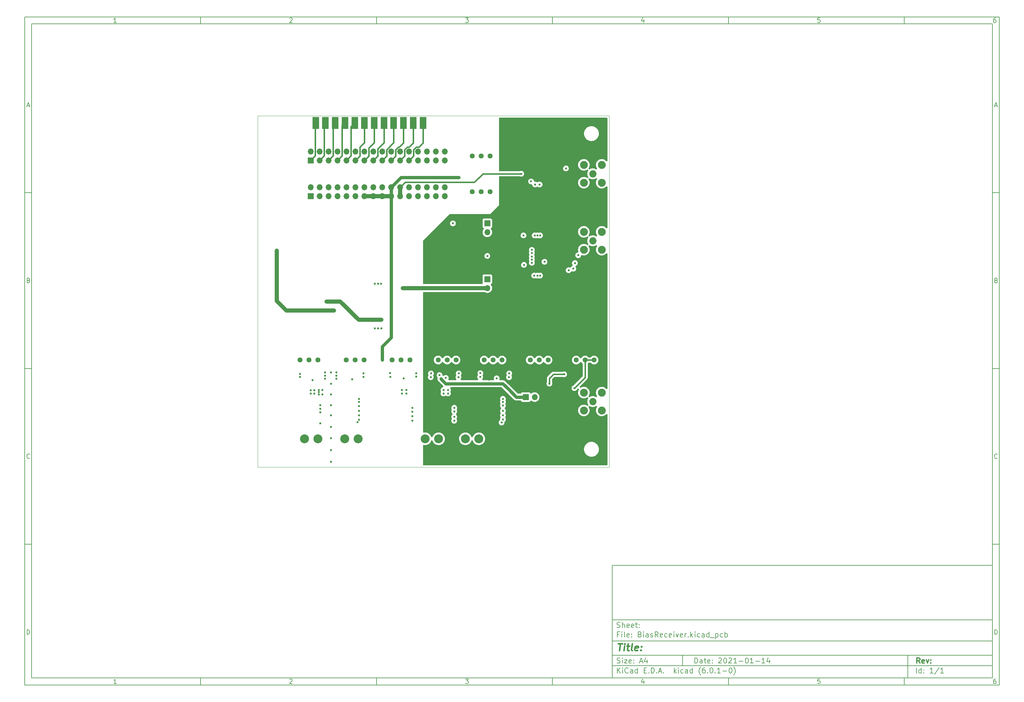
<source format=gbr>
G04 #@! TF.GenerationSoftware,KiCad,Pcbnew,(6.0.1-0)*
G04 #@! TF.CreationDate,2022-01-25T00:00:43-08:00*
G04 #@! TF.ProjectId,BiasReceiver,42696173-5265-4636-9569-7665722e6b69,rev?*
G04 #@! TF.SameCoordinates,Original*
G04 #@! TF.FileFunction,Copper,L4,Bot*
G04 #@! TF.FilePolarity,Positive*
%FSLAX46Y46*%
G04 Gerber Fmt 4.6, Leading zero omitted, Abs format (unit mm)*
G04 Created by KiCad (PCBNEW (6.0.1-0)) date 2022-01-25 00:00:43*
%MOMM*%
%LPD*%
G01*
G04 APERTURE LIST*
%ADD10C,0.100000*%
%ADD11C,0.150000*%
%ADD12C,0.300000*%
%ADD13C,0.400000*%
G04 #@! TA.AperFunction,Profile*
%ADD14C,0.050000*%
G04 #@! TD*
G04 #@! TA.AperFunction,ComponentPad*
%ADD15C,2.050000*%
G04 #@! TD*
G04 #@! TA.AperFunction,ComponentPad*
%ADD16C,2.250000*%
G04 #@! TD*
G04 #@! TA.AperFunction,ComponentPad*
%ADD17C,2.540000*%
G04 #@! TD*
G04 #@! TA.AperFunction,ComponentPad*
%ADD18R,1.700000X1.700000*%
G04 #@! TD*
G04 #@! TA.AperFunction,ComponentPad*
%ADD19O,1.700000X1.700000*%
G04 #@! TD*
G04 #@! TA.AperFunction,ComponentPad*
%ADD20C,1.440000*%
G04 #@! TD*
G04 #@! TA.AperFunction,SMDPad,CuDef*
%ADD21R,1.846667X3.480000*%
G04 #@! TD*
G04 #@! TA.AperFunction,ViaPad*
%ADD22C,0.609600*%
G04 #@! TD*
G04 #@! TA.AperFunction,ViaPad*
%ADD23C,0.762000*%
G04 #@! TD*
G04 #@! TA.AperFunction,Conductor*
%ADD24C,0.406400*%
G04 #@! TD*
G04 #@! TA.AperFunction,Conductor*
%ADD25C,0.914400*%
G04 #@! TD*
G04 #@! TA.AperFunction,Conductor*
%ADD26C,1.219200*%
G04 #@! TD*
G04 APERTURE END LIST*
D10*
D11*
X177002200Y-166007200D02*
X177002200Y-198007200D01*
X285002200Y-198007200D01*
X285002200Y-166007200D01*
X177002200Y-166007200D01*
D10*
D11*
X10000000Y-10000000D02*
X10000000Y-200007200D01*
X287002200Y-200007200D01*
X287002200Y-10000000D01*
X10000000Y-10000000D01*
D10*
D11*
X12000000Y-12000000D02*
X12000000Y-198007200D01*
X285002200Y-198007200D01*
X285002200Y-12000000D01*
X12000000Y-12000000D01*
D10*
D11*
X60000000Y-12000000D02*
X60000000Y-10000000D01*
D10*
D11*
X110000000Y-12000000D02*
X110000000Y-10000000D01*
D10*
D11*
X160000000Y-12000000D02*
X160000000Y-10000000D01*
D10*
D11*
X210000000Y-12000000D02*
X210000000Y-10000000D01*
D10*
D11*
X260000000Y-12000000D02*
X260000000Y-10000000D01*
D10*
D11*
X36065476Y-11588095D02*
X35322619Y-11588095D01*
X35694047Y-11588095D02*
X35694047Y-10288095D01*
X35570238Y-10473809D01*
X35446428Y-10597619D01*
X35322619Y-10659523D01*
D10*
D11*
X85322619Y-10411904D02*
X85384523Y-10350000D01*
X85508333Y-10288095D01*
X85817857Y-10288095D01*
X85941666Y-10350000D01*
X86003571Y-10411904D01*
X86065476Y-10535714D01*
X86065476Y-10659523D01*
X86003571Y-10845238D01*
X85260714Y-11588095D01*
X86065476Y-11588095D01*
D10*
D11*
X135260714Y-10288095D02*
X136065476Y-10288095D01*
X135632142Y-10783333D01*
X135817857Y-10783333D01*
X135941666Y-10845238D01*
X136003571Y-10907142D01*
X136065476Y-11030952D01*
X136065476Y-11340476D01*
X136003571Y-11464285D01*
X135941666Y-11526190D01*
X135817857Y-11588095D01*
X135446428Y-11588095D01*
X135322619Y-11526190D01*
X135260714Y-11464285D01*
D10*
D11*
X185941666Y-10721428D02*
X185941666Y-11588095D01*
X185632142Y-10226190D02*
X185322619Y-11154761D01*
X186127380Y-11154761D01*
D10*
D11*
X236003571Y-10288095D02*
X235384523Y-10288095D01*
X235322619Y-10907142D01*
X235384523Y-10845238D01*
X235508333Y-10783333D01*
X235817857Y-10783333D01*
X235941666Y-10845238D01*
X236003571Y-10907142D01*
X236065476Y-11030952D01*
X236065476Y-11340476D01*
X236003571Y-11464285D01*
X235941666Y-11526190D01*
X235817857Y-11588095D01*
X235508333Y-11588095D01*
X235384523Y-11526190D01*
X235322619Y-11464285D01*
D10*
D11*
X285941666Y-10288095D02*
X285694047Y-10288095D01*
X285570238Y-10350000D01*
X285508333Y-10411904D01*
X285384523Y-10597619D01*
X285322619Y-10845238D01*
X285322619Y-11340476D01*
X285384523Y-11464285D01*
X285446428Y-11526190D01*
X285570238Y-11588095D01*
X285817857Y-11588095D01*
X285941666Y-11526190D01*
X286003571Y-11464285D01*
X286065476Y-11340476D01*
X286065476Y-11030952D01*
X286003571Y-10907142D01*
X285941666Y-10845238D01*
X285817857Y-10783333D01*
X285570238Y-10783333D01*
X285446428Y-10845238D01*
X285384523Y-10907142D01*
X285322619Y-11030952D01*
D10*
D11*
X60000000Y-198007200D02*
X60000000Y-200007200D01*
D10*
D11*
X110000000Y-198007200D02*
X110000000Y-200007200D01*
D10*
D11*
X160000000Y-198007200D02*
X160000000Y-200007200D01*
D10*
D11*
X210000000Y-198007200D02*
X210000000Y-200007200D01*
D10*
D11*
X260000000Y-198007200D02*
X260000000Y-200007200D01*
D10*
D11*
X36065476Y-199595295D02*
X35322619Y-199595295D01*
X35694047Y-199595295D02*
X35694047Y-198295295D01*
X35570238Y-198481009D01*
X35446428Y-198604819D01*
X35322619Y-198666723D01*
D10*
D11*
X85322619Y-198419104D02*
X85384523Y-198357200D01*
X85508333Y-198295295D01*
X85817857Y-198295295D01*
X85941666Y-198357200D01*
X86003571Y-198419104D01*
X86065476Y-198542914D01*
X86065476Y-198666723D01*
X86003571Y-198852438D01*
X85260714Y-199595295D01*
X86065476Y-199595295D01*
D10*
D11*
X135260714Y-198295295D02*
X136065476Y-198295295D01*
X135632142Y-198790533D01*
X135817857Y-198790533D01*
X135941666Y-198852438D01*
X136003571Y-198914342D01*
X136065476Y-199038152D01*
X136065476Y-199347676D01*
X136003571Y-199471485D01*
X135941666Y-199533390D01*
X135817857Y-199595295D01*
X135446428Y-199595295D01*
X135322619Y-199533390D01*
X135260714Y-199471485D01*
D10*
D11*
X185941666Y-198728628D02*
X185941666Y-199595295D01*
X185632142Y-198233390D02*
X185322619Y-199161961D01*
X186127380Y-199161961D01*
D10*
D11*
X236003571Y-198295295D02*
X235384523Y-198295295D01*
X235322619Y-198914342D01*
X235384523Y-198852438D01*
X235508333Y-198790533D01*
X235817857Y-198790533D01*
X235941666Y-198852438D01*
X236003571Y-198914342D01*
X236065476Y-199038152D01*
X236065476Y-199347676D01*
X236003571Y-199471485D01*
X235941666Y-199533390D01*
X235817857Y-199595295D01*
X235508333Y-199595295D01*
X235384523Y-199533390D01*
X235322619Y-199471485D01*
D10*
D11*
X285941666Y-198295295D02*
X285694047Y-198295295D01*
X285570238Y-198357200D01*
X285508333Y-198419104D01*
X285384523Y-198604819D01*
X285322619Y-198852438D01*
X285322619Y-199347676D01*
X285384523Y-199471485D01*
X285446428Y-199533390D01*
X285570238Y-199595295D01*
X285817857Y-199595295D01*
X285941666Y-199533390D01*
X286003571Y-199471485D01*
X286065476Y-199347676D01*
X286065476Y-199038152D01*
X286003571Y-198914342D01*
X285941666Y-198852438D01*
X285817857Y-198790533D01*
X285570238Y-198790533D01*
X285446428Y-198852438D01*
X285384523Y-198914342D01*
X285322619Y-199038152D01*
D10*
D11*
X10000000Y-60000000D02*
X12000000Y-60000000D01*
D10*
D11*
X10000000Y-110000000D02*
X12000000Y-110000000D01*
D10*
D11*
X10000000Y-160000000D02*
X12000000Y-160000000D01*
D10*
D11*
X10690476Y-35216666D02*
X11309523Y-35216666D01*
X10566666Y-35588095D02*
X11000000Y-34288095D01*
X11433333Y-35588095D01*
D10*
D11*
X11092857Y-84907142D02*
X11278571Y-84969047D01*
X11340476Y-85030952D01*
X11402380Y-85154761D01*
X11402380Y-85340476D01*
X11340476Y-85464285D01*
X11278571Y-85526190D01*
X11154761Y-85588095D01*
X10659523Y-85588095D01*
X10659523Y-84288095D01*
X11092857Y-84288095D01*
X11216666Y-84350000D01*
X11278571Y-84411904D01*
X11340476Y-84535714D01*
X11340476Y-84659523D01*
X11278571Y-84783333D01*
X11216666Y-84845238D01*
X11092857Y-84907142D01*
X10659523Y-84907142D01*
D10*
D11*
X11402380Y-135464285D02*
X11340476Y-135526190D01*
X11154761Y-135588095D01*
X11030952Y-135588095D01*
X10845238Y-135526190D01*
X10721428Y-135402380D01*
X10659523Y-135278571D01*
X10597619Y-135030952D01*
X10597619Y-134845238D01*
X10659523Y-134597619D01*
X10721428Y-134473809D01*
X10845238Y-134350000D01*
X11030952Y-134288095D01*
X11154761Y-134288095D01*
X11340476Y-134350000D01*
X11402380Y-134411904D01*
D10*
D11*
X10659523Y-185588095D02*
X10659523Y-184288095D01*
X10969047Y-184288095D01*
X11154761Y-184350000D01*
X11278571Y-184473809D01*
X11340476Y-184597619D01*
X11402380Y-184845238D01*
X11402380Y-185030952D01*
X11340476Y-185278571D01*
X11278571Y-185402380D01*
X11154761Y-185526190D01*
X10969047Y-185588095D01*
X10659523Y-185588095D01*
D10*
D11*
X287002200Y-60000000D02*
X285002200Y-60000000D01*
D10*
D11*
X287002200Y-110000000D02*
X285002200Y-110000000D01*
D10*
D11*
X287002200Y-160000000D02*
X285002200Y-160000000D01*
D10*
D11*
X285692676Y-35216666D02*
X286311723Y-35216666D01*
X285568866Y-35588095D02*
X286002200Y-34288095D01*
X286435533Y-35588095D01*
D10*
D11*
X286095057Y-84907142D02*
X286280771Y-84969047D01*
X286342676Y-85030952D01*
X286404580Y-85154761D01*
X286404580Y-85340476D01*
X286342676Y-85464285D01*
X286280771Y-85526190D01*
X286156961Y-85588095D01*
X285661723Y-85588095D01*
X285661723Y-84288095D01*
X286095057Y-84288095D01*
X286218866Y-84350000D01*
X286280771Y-84411904D01*
X286342676Y-84535714D01*
X286342676Y-84659523D01*
X286280771Y-84783333D01*
X286218866Y-84845238D01*
X286095057Y-84907142D01*
X285661723Y-84907142D01*
D10*
D11*
X286404580Y-135464285D02*
X286342676Y-135526190D01*
X286156961Y-135588095D01*
X286033152Y-135588095D01*
X285847438Y-135526190D01*
X285723628Y-135402380D01*
X285661723Y-135278571D01*
X285599819Y-135030952D01*
X285599819Y-134845238D01*
X285661723Y-134597619D01*
X285723628Y-134473809D01*
X285847438Y-134350000D01*
X286033152Y-134288095D01*
X286156961Y-134288095D01*
X286342676Y-134350000D01*
X286404580Y-134411904D01*
D10*
D11*
X285661723Y-185588095D02*
X285661723Y-184288095D01*
X285971247Y-184288095D01*
X286156961Y-184350000D01*
X286280771Y-184473809D01*
X286342676Y-184597619D01*
X286404580Y-184845238D01*
X286404580Y-185030952D01*
X286342676Y-185278571D01*
X286280771Y-185402380D01*
X286156961Y-185526190D01*
X285971247Y-185588095D01*
X285661723Y-185588095D01*
D10*
D11*
X200434342Y-193785771D02*
X200434342Y-192285771D01*
X200791485Y-192285771D01*
X201005771Y-192357200D01*
X201148628Y-192500057D01*
X201220057Y-192642914D01*
X201291485Y-192928628D01*
X201291485Y-193142914D01*
X201220057Y-193428628D01*
X201148628Y-193571485D01*
X201005771Y-193714342D01*
X200791485Y-193785771D01*
X200434342Y-193785771D01*
X202577200Y-193785771D02*
X202577200Y-193000057D01*
X202505771Y-192857200D01*
X202362914Y-192785771D01*
X202077200Y-192785771D01*
X201934342Y-192857200D01*
X202577200Y-193714342D02*
X202434342Y-193785771D01*
X202077200Y-193785771D01*
X201934342Y-193714342D01*
X201862914Y-193571485D01*
X201862914Y-193428628D01*
X201934342Y-193285771D01*
X202077200Y-193214342D01*
X202434342Y-193214342D01*
X202577200Y-193142914D01*
X203077200Y-192785771D02*
X203648628Y-192785771D01*
X203291485Y-192285771D02*
X203291485Y-193571485D01*
X203362914Y-193714342D01*
X203505771Y-193785771D01*
X203648628Y-193785771D01*
X204720057Y-193714342D02*
X204577200Y-193785771D01*
X204291485Y-193785771D01*
X204148628Y-193714342D01*
X204077200Y-193571485D01*
X204077200Y-193000057D01*
X204148628Y-192857200D01*
X204291485Y-192785771D01*
X204577200Y-192785771D01*
X204720057Y-192857200D01*
X204791485Y-193000057D01*
X204791485Y-193142914D01*
X204077200Y-193285771D01*
X205434342Y-193642914D02*
X205505771Y-193714342D01*
X205434342Y-193785771D01*
X205362914Y-193714342D01*
X205434342Y-193642914D01*
X205434342Y-193785771D01*
X205434342Y-192857200D02*
X205505771Y-192928628D01*
X205434342Y-193000057D01*
X205362914Y-192928628D01*
X205434342Y-192857200D01*
X205434342Y-193000057D01*
X207220057Y-192428628D02*
X207291485Y-192357200D01*
X207434342Y-192285771D01*
X207791485Y-192285771D01*
X207934342Y-192357200D01*
X208005771Y-192428628D01*
X208077200Y-192571485D01*
X208077200Y-192714342D01*
X208005771Y-192928628D01*
X207148628Y-193785771D01*
X208077200Y-193785771D01*
X209005771Y-192285771D02*
X209148628Y-192285771D01*
X209291485Y-192357200D01*
X209362914Y-192428628D01*
X209434342Y-192571485D01*
X209505771Y-192857200D01*
X209505771Y-193214342D01*
X209434342Y-193500057D01*
X209362914Y-193642914D01*
X209291485Y-193714342D01*
X209148628Y-193785771D01*
X209005771Y-193785771D01*
X208862914Y-193714342D01*
X208791485Y-193642914D01*
X208720057Y-193500057D01*
X208648628Y-193214342D01*
X208648628Y-192857200D01*
X208720057Y-192571485D01*
X208791485Y-192428628D01*
X208862914Y-192357200D01*
X209005771Y-192285771D01*
X210077200Y-192428628D02*
X210148628Y-192357200D01*
X210291485Y-192285771D01*
X210648628Y-192285771D01*
X210791485Y-192357200D01*
X210862914Y-192428628D01*
X210934342Y-192571485D01*
X210934342Y-192714342D01*
X210862914Y-192928628D01*
X210005771Y-193785771D01*
X210934342Y-193785771D01*
X212362914Y-193785771D02*
X211505771Y-193785771D01*
X211934342Y-193785771D02*
X211934342Y-192285771D01*
X211791485Y-192500057D01*
X211648628Y-192642914D01*
X211505771Y-192714342D01*
X213005771Y-193214342D02*
X214148628Y-193214342D01*
X215148628Y-192285771D02*
X215291485Y-192285771D01*
X215434342Y-192357200D01*
X215505771Y-192428628D01*
X215577200Y-192571485D01*
X215648628Y-192857200D01*
X215648628Y-193214342D01*
X215577200Y-193500057D01*
X215505771Y-193642914D01*
X215434342Y-193714342D01*
X215291485Y-193785771D01*
X215148628Y-193785771D01*
X215005771Y-193714342D01*
X214934342Y-193642914D01*
X214862914Y-193500057D01*
X214791485Y-193214342D01*
X214791485Y-192857200D01*
X214862914Y-192571485D01*
X214934342Y-192428628D01*
X215005771Y-192357200D01*
X215148628Y-192285771D01*
X217077200Y-193785771D02*
X216220057Y-193785771D01*
X216648628Y-193785771D02*
X216648628Y-192285771D01*
X216505771Y-192500057D01*
X216362914Y-192642914D01*
X216220057Y-192714342D01*
X217720057Y-193214342D02*
X218862914Y-193214342D01*
X220362914Y-193785771D02*
X219505771Y-193785771D01*
X219934342Y-193785771D02*
X219934342Y-192285771D01*
X219791485Y-192500057D01*
X219648628Y-192642914D01*
X219505771Y-192714342D01*
X221648628Y-192785771D02*
X221648628Y-193785771D01*
X221291485Y-192214342D02*
X220934342Y-193285771D01*
X221862914Y-193285771D01*
D10*
D11*
X177002200Y-194507200D02*
X285002200Y-194507200D01*
D10*
D11*
X178434342Y-196585771D02*
X178434342Y-195085771D01*
X179291485Y-196585771D02*
X178648628Y-195728628D01*
X179291485Y-195085771D02*
X178434342Y-195942914D01*
X179934342Y-196585771D02*
X179934342Y-195585771D01*
X179934342Y-195085771D02*
X179862914Y-195157200D01*
X179934342Y-195228628D01*
X180005771Y-195157200D01*
X179934342Y-195085771D01*
X179934342Y-195228628D01*
X181505771Y-196442914D02*
X181434342Y-196514342D01*
X181220057Y-196585771D01*
X181077200Y-196585771D01*
X180862914Y-196514342D01*
X180720057Y-196371485D01*
X180648628Y-196228628D01*
X180577200Y-195942914D01*
X180577200Y-195728628D01*
X180648628Y-195442914D01*
X180720057Y-195300057D01*
X180862914Y-195157200D01*
X181077200Y-195085771D01*
X181220057Y-195085771D01*
X181434342Y-195157200D01*
X181505771Y-195228628D01*
X182791485Y-196585771D02*
X182791485Y-195800057D01*
X182720057Y-195657200D01*
X182577200Y-195585771D01*
X182291485Y-195585771D01*
X182148628Y-195657200D01*
X182791485Y-196514342D02*
X182648628Y-196585771D01*
X182291485Y-196585771D01*
X182148628Y-196514342D01*
X182077200Y-196371485D01*
X182077200Y-196228628D01*
X182148628Y-196085771D01*
X182291485Y-196014342D01*
X182648628Y-196014342D01*
X182791485Y-195942914D01*
X184148628Y-196585771D02*
X184148628Y-195085771D01*
X184148628Y-196514342D02*
X184005771Y-196585771D01*
X183720057Y-196585771D01*
X183577200Y-196514342D01*
X183505771Y-196442914D01*
X183434342Y-196300057D01*
X183434342Y-195871485D01*
X183505771Y-195728628D01*
X183577200Y-195657200D01*
X183720057Y-195585771D01*
X184005771Y-195585771D01*
X184148628Y-195657200D01*
X186005771Y-195800057D02*
X186505771Y-195800057D01*
X186720057Y-196585771D02*
X186005771Y-196585771D01*
X186005771Y-195085771D01*
X186720057Y-195085771D01*
X187362914Y-196442914D02*
X187434342Y-196514342D01*
X187362914Y-196585771D01*
X187291485Y-196514342D01*
X187362914Y-196442914D01*
X187362914Y-196585771D01*
X188077200Y-196585771D02*
X188077200Y-195085771D01*
X188434342Y-195085771D01*
X188648628Y-195157200D01*
X188791485Y-195300057D01*
X188862914Y-195442914D01*
X188934342Y-195728628D01*
X188934342Y-195942914D01*
X188862914Y-196228628D01*
X188791485Y-196371485D01*
X188648628Y-196514342D01*
X188434342Y-196585771D01*
X188077200Y-196585771D01*
X189577200Y-196442914D02*
X189648628Y-196514342D01*
X189577200Y-196585771D01*
X189505771Y-196514342D01*
X189577200Y-196442914D01*
X189577200Y-196585771D01*
X190220057Y-196157200D02*
X190934342Y-196157200D01*
X190077200Y-196585771D02*
X190577200Y-195085771D01*
X191077200Y-196585771D01*
X191577200Y-196442914D02*
X191648628Y-196514342D01*
X191577200Y-196585771D01*
X191505771Y-196514342D01*
X191577200Y-196442914D01*
X191577200Y-196585771D01*
X194577200Y-196585771D02*
X194577200Y-195085771D01*
X194720057Y-196014342D02*
X195148628Y-196585771D01*
X195148628Y-195585771D02*
X194577200Y-196157200D01*
X195791485Y-196585771D02*
X195791485Y-195585771D01*
X195791485Y-195085771D02*
X195720057Y-195157200D01*
X195791485Y-195228628D01*
X195862914Y-195157200D01*
X195791485Y-195085771D01*
X195791485Y-195228628D01*
X197148628Y-196514342D02*
X197005771Y-196585771D01*
X196720057Y-196585771D01*
X196577200Y-196514342D01*
X196505771Y-196442914D01*
X196434342Y-196300057D01*
X196434342Y-195871485D01*
X196505771Y-195728628D01*
X196577200Y-195657200D01*
X196720057Y-195585771D01*
X197005771Y-195585771D01*
X197148628Y-195657200D01*
X198434342Y-196585771D02*
X198434342Y-195800057D01*
X198362914Y-195657200D01*
X198220057Y-195585771D01*
X197934342Y-195585771D01*
X197791485Y-195657200D01*
X198434342Y-196514342D02*
X198291485Y-196585771D01*
X197934342Y-196585771D01*
X197791485Y-196514342D01*
X197720057Y-196371485D01*
X197720057Y-196228628D01*
X197791485Y-196085771D01*
X197934342Y-196014342D01*
X198291485Y-196014342D01*
X198434342Y-195942914D01*
X199791485Y-196585771D02*
X199791485Y-195085771D01*
X199791485Y-196514342D02*
X199648628Y-196585771D01*
X199362914Y-196585771D01*
X199220057Y-196514342D01*
X199148628Y-196442914D01*
X199077200Y-196300057D01*
X199077200Y-195871485D01*
X199148628Y-195728628D01*
X199220057Y-195657200D01*
X199362914Y-195585771D01*
X199648628Y-195585771D01*
X199791485Y-195657200D01*
X202077200Y-197157200D02*
X202005771Y-197085771D01*
X201862914Y-196871485D01*
X201791485Y-196728628D01*
X201720057Y-196514342D01*
X201648628Y-196157200D01*
X201648628Y-195871485D01*
X201720057Y-195514342D01*
X201791485Y-195300057D01*
X201862914Y-195157200D01*
X202005771Y-194942914D01*
X202077200Y-194871485D01*
X203291485Y-195085771D02*
X203005771Y-195085771D01*
X202862914Y-195157200D01*
X202791485Y-195228628D01*
X202648628Y-195442914D01*
X202577200Y-195728628D01*
X202577200Y-196300057D01*
X202648628Y-196442914D01*
X202720057Y-196514342D01*
X202862914Y-196585771D01*
X203148628Y-196585771D01*
X203291485Y-196514342D01*
X203362914Y-196442914D01*
X203434342Y-196300057D01*
X203434342Y-195942914D01*
X203362914Y-195800057D01*
X203291485Y-195728628D01*
X203148628Y-195657200D01*
X202862914Y-195657200D01*
X202720057Y-195728628D01*
X202648628Y-195800057D01*
X202577200Y-195942914D01*
X204077200Y-196442914D02*
X204148628Y-196514342D01*
X204077200Y-196585771D01*
X204005771Y-196514342D01*
X204077200Y-196442914D01*
X204077200Y-196585771D01*
X205077200Y-195085771D02*
X205220057Y-195085771D01*
X205362914Y-195157200D01*
X205434342Y-195228628D01*
X205505771Y-195371485D01*
X205577200Y-195657200D01*
X205577200Y-196014342D01*
X205505771Y-196300057D01*
X205434342Y-196442914D01*
X205362914Y-196514342D01*
X205220057Y-196585771D01*
X205077200Y-196585771D01*
X204934342Y-196514342D01*
X204862914Y-196442914D01*
X204791485Y-196300057D01*
X204720057Y-196014342D01*
X204720057Y-195657200D01*
X204791485Y-195371485D01*
X204862914Y-195228628D01*
X204934342Y-195157200D01*
X205077200Y-195085771D01*
X206220057Y-196442914D02*
X206291485Y-196514342D01*
X206220057Y-196585771D01*
X206148628Y-196514342D01*
X206220057Y-196442914D01*
X206220057Y-196585771D01*
X207720057Y-196585771D02*
X206862914Y-196585771D01*
X207291485Y-196585771D02*
X207291485Y-195085771D01*
X207148628Y-195300057D01*
X207005771Y-195442914D01*
X206862914Y-195514342D01*
X208362914Y-196014342D02*
X209505771Y-196014342D01*
X210505771Y-195085771D02*
X210648628Y-195085771D01*
X210791485Y-195157200D01*
X210862914Y-195228628D01*
X210934342Y-195371485D01*
X211005771Y-195657200D01*
X211005771Y-196014342D01*
X210934342Y-196300057D01*
X210862914Y-196442914D01*
X210791485Y-196514342D01*
X210648628Y-196585771D01*
X210505771Y-196585771D01*
X210362914Y-196514342D01*
X210291485Y-196442914D01*
X210220057Y-196300057D01*
X210148628Y-196014342D01*
X210148628Y-195657200D01*
X210220057Y-195371485D01*
X210291485Y-195228628D01*
X210362914Y-195157200D01*
X210505771Y-195085771D01*
X211505771Y-197157200D02*
X211577200Y-197085771D01*
X211720057Y-196871485D01*
X211791485Y-196728628D01*
X211862914Y-196514342D01*
X211934342Y-196157200D01*
X211934342Y-195871485D01*
X211862914Y-195514342D01*
X211791485Y-195300057D01*
X211720057Y-195157200D01*
X211577200Y-194942914D01*
X211505771Y-194871485D01*
D10*
D11*
X177002200Y-191507200D02*
X285002200Y-191507200D01*
D10*
D12*
X264411485Y-193785771D02*
X263911485Y-193071485D01*
X263554342Y-193785771D02*
X263554342Y-192285771D01*
X264125771Y-192285771D01*
X264268628Y-192357200D01*
X264340057Y-192428628D01*
X264411485Y-192571485D01*
X264411485Y-192785771D01*
X264340057Y-192928628D01*
X264268628Y-193000057D01*
X264125771Y-193071485D01*
X263554342Y-193071485D01*
X265625771Y-193714342D02*
X265482914Y-193785771D01*
X265197200Y-193785771D01*
X265054342Y-193714342D01*
X264982914Y-193571485D01*
X264982914Y-193000057D01*
X265054342Y-192857200D01*
X265197200Y-192785771D01*
X265482914Y-192785771D01*
X265625771Y-192857200D01*
X265697200Y-193000057D01*
X265697200Y-193142914D01*
X264982914Y-193285771D01*
X266197200Y-192785771D02*
X266554342Y-193785771D01*
X266911485Y-192785771D01*
X267482914Y-193642914D02*
X267554342Y-193714342D01*
X267482914Y-193785771D01*
X267411485Y-193714342D01*
X267482914Y-193642914D01*
X267482914Y-193785771D01*
X267482914Y-192857200D02*
X267554342Y-192928628D01*
X267482914Y-193000057D01*
X267411485Y-192928628D01*
X267482914Y-192857200D01*
X267482914Y-193000057D01*
D10*
D11*
X178362914Y-193714342D02*
X178577200Y-193785771D01*
X178934342Y-193785771D01*
X179077200Y-193714342D01*
X179148628Y-193642914D01*
X179220057Y-193500057D01*
X179220057Y-193357200D01*
X179148628Y-193214342D01*
X179077200Y-193142914D01*
X178934342Y-193071485D01*
X178648628Y-193000057D01*
X178505771Y-192928628D01*
X178434342Y-192857200D01*
X178362914Y-192714342D01*
X178362914Y-192571485D01*
X178434342Y-192428628D01*
X178505771Y-192357200D01*
X178648628Y-192285771D01*
X179005771Y-192285771D01*
X179220057Y-192357200D01*
X179862914Y-193785771D02*
X179862914Y-192785771D01*
X179862914Y-192285771D02*
X179791485Y-192357200D01*
X179862914Y-192428628D01*
X179934342Y-192357200D01*
X179862914Y-192285771D01*
X179862914Y-192428628D01*
X180434342Y-192785771D02*
X181220057Y-192785771D01*
X180434342Y-193785771D01*
X181220057Y-193785771D01*
X182362914Y-193714342D02*
X182220057Y-193785771D01*
X181934342Y-193785771D01*
X181791485Y-193714342D01*
X181720057Y-193571485D01*
X181720057Y-193000057D01*
X181791485Y-192857200D01*
X181934342Y-192785771D01*
X182220057Y-192785771D01*
X182362914Y-192857200D01*
X182434342Y-193000057D01*
X182434342Y-193142914D01*
X181720057Y-193285771D01*
X183077200Y-193642914D02*
X183148628Y-193714342D01*
X183077200Y-193785771D01*
X183005771Y-193714342D01*
X183077200Y-193642914D01*
X183077200Y-193785771D01*
X183077200Y-192857200D02*
X183148628Y-192928628D01*
X183077200Y-193000057D01*
X183005771Y-192928628D01*
X183077200Y-192857200D01*
X183077200Y-193000057D01*
X184862914Y-193357200D02*
X185577200Y-193357200D01*
X184720057Y-193785771D02*
X185220057Y-192285771D01*
X185720057Y-193785771D01*
X186862914Y-192785771D02*
X186862914Y-193785771D01*
X186505771Y-192214342D02*
X186148628Y-193285771D01*
X187077200Y-193285771D01*
D10*
D11*
X263434342Y-196585771D02*
X263434342Y-195085771D01*
X264791485Y-196585771D02*
X264791485Y-195085771D01*
X264791485Y-196514342D02*
X264648628Y-196585771D01*
X264362914Y-196585771D01*
X264220057Y-196514342D01*
X264148628Y-196442914D01*
X264077200Y-196300057D01*
X264077200Y-195871485D01*
X264148628Y-195728628D01*
X264220057Y-195657200D01*
X264362914Y-195585771D01*
X264648628Y-195585771D01*
X264791485Y-195657200D01*
X265505771Y-196442914D02*
X265577200Y-196514342D01*
X265505771Y-196585771D01*
X265434342Y-196514342D01*
X265505771Y-196442914D01*
X265505771Y-196585771D01*
X265505771Y-195657200D02*
X265577200Y-195728628D01*
X265505771Y-195800057D01*
X265434342Y-195728628D01*
X265505771Y-195657200D01*
X265505771Y-195800057D01*
X268148628Y-196585771D02*
X267291485Y-196585771D01*
X267720057Y-196585771D02*
X267720057Y-195085771D01*
X267577200Y-195300057D01*
X267434342Y-195442914D01*
X267291485Y-195514342D01*
X269862914Y-195014342D02*
X268577200Y-196942914D01*
X271148628Y-196585771D02*
X270291485Y-196585771D01*
X270720057Y-196585771D02*
X270720057Y-195085771D01*
X270577200Y-195300057D01*
X270434342Y-195442914D01*
X270291485Y-195514342D01*
D10*
D11*
X177002200Y-187507200D02*
X285002200Y-187507200D01*
D10*
D13*
X178714580Y-188211961D02*
X179857438Y-188211961D01*
X179036009Y-190211961D02*
X179286009Y-188211961D01*
X180274104Y-190211961D02*
X180440771Y-188878628D01*
X180524104Y-188211961D02*
X180416961Y-188307200D01*
X180500295Y-188402438D01*
X180607438Y-188307200D01*
X180524104Y-188211961D01*
X180500295Y-188402438D01*
X181107438Y-188878628D02*
X181869342Y-188878628D01*
X181476485Y-188211961D02*
X181262200Y-189926247D01*
X181333628Y-190116723D01*
X181512200Y-190211961D01*
X181702676Y-190211961D01*
X182655057Y-190211961D02*
X182476485Y-190116723D01*
X182405057Y-189926247D01*
X182619342Y-188211961D01*
X184190771Y-190116723D02*
X183988390Y-190211961D01*
X183607438Y-190211961D01*
X183428866Y-190116723D01*
X183357438Y-189926247D01*
X183452676Y-189164342D01*
X183571723Y-188973866D01*
X183774104Y-188878628D01*
X184155057Y-188878628D01*
X184333628Y-188973866D01*
X184405057Y-189164342D01*
X184381247Y-189354819D01*
X183405057Y-189545295D01*
X185155057Y-190021485D02*
X185238390Y-190116723D01*
X185131247Y-190211961D01*
X185047914Y-190116723D01*
X185155057Y-190021485D01*
X185131247Y-190211961D01*
X185286009Y-188973866D02*
X185369342Y-189069104D01*
X185262200Y-189164342D01*
X185178866Y-189069104D01*
X185286009Y-188973866D01*
X185262200Y-189164342D01*
D10*
D11*
X178934342Y-185600057D02*
X178434342Y-185600057D01*
X178434342Y-186385771D02*
X178434342Y-184885771D01*
X179148628Y-184885771D01*
X179720057Y-186385771D02*
X179720057Y-185385771D01*
X179720057Y-184885771D02*
X179648628Y-184957200D01*
X179720057Y-185028628D01*
X179791485Y-184957200D01*
X179720057Y-184885771D01*
X179720057Y-185028628D01*
X180648628Y-186385771D02*
X180505771Y-186314342D01*
X180434342Y-186171485D01*
X180434342Y-184885771D01*
X181791485Y-186314342D02*
X181648628Y-186385771D01*
X181362914Y-186385771D01*
X181220057Y-186314342D01*
X181148628Y-186171485D01*
X181148628Y-185600057D01*
X181220057Y-185457200D01*
X181362914Y-185385771D01*
X181648628Y-185385771D01*
X181791485Y-185457200D01*
X181862914Y-185600057D01*
X181862914Y-185742914D01*
X181148628Y-185885771D01*
X182505771Y-186242914D02*
X182577200Y-186314342D01*
X182505771Y-186385771D01*
X182434342Y-186314342D01*
X182505771Y-186242914D01*
X182505771Y-186385771D01*
X182505771Y-185457200D02*
X182577200Y-185528628D01*
X182505771Y-185600057D01*
X182434342Y-185528628D01*
X182505771Y-185457200D01*
X182505771Y-185600057D01*
X184862914Y-185600057D02*
X185077200Y-185671485D01*
X185148628Y-185742914D01*
X185220057Y-185885771D01*
X185220057Y-186100057D01*
X185148628Y-186242914D01*
X185077200Y-186314342D01*
X184934342Y-186385771D01*
X184362914Y-186385771D01*
X184362914Y-184885771D01*
X184862914Y-184885771D01*
X185005771Y-184957200D01*
X185077200Y-185028628D01*
X185148628Y-185171485D01*
X185148628Y-185314342D01*
X185077200Y-185457200D01*
X185005771Y-185528628D01*
X184862914Y-185600057D01*
X184362914Y-185600057D01*
X185862914Y-186385771D02*
X185862914Y-185385771D01*
X185862914Y-184885771D02*
X185791485Y-184957200D01*
X185862914Y-185028628D01*
X185934342Y-184957200D01*
X185862914Y-184885771D01*
X185862914Y-185028628D01*
X187220057Y-186385771D02*
X187220057Y-185600057D01*
X187148628Y-185457200D01*
X187005771Y-185385771D01*
X186720057Y-185385771D01*
X186577200Y-185457200D01*
X187220057Y-186314342D02*
X187077200Y-186385771D01*
X186720057Y-186385771D01*
X186577200Y-186314342D01*
X186505771Y-186171485D01*
X186505771Y-186028628D01*
X186577200Y-185885771D01*
X186720057Y-185814342D01*
X187077200Y-185814342D01*
X187220057Y-185742914D01*
X187862914Y-186314342D02*
X188005771Y-186385771D01*
X188291485Y-186385771D01*
X188434342Y-186314342D01*
X188505771Y-186171485D01*
X188505771Y-186100057D01*
X188434342Y-185957200D01*
X188291485Y-185885771D01*
X188077200Y-185885771D01*
X187934342Y-185814342D01*
X187862914Y-185671485D01*
X187862914Y-185600057D01*
X187934342Y-185457200D01*
X188077200Y-185385771D01*
X188291485Y-185385771D01*
X188434342Y-185457200D01*
X190005771Y-186385771D02*
X189505771Y-185671485D01*
X189148628Y-186385771D02*
X189148628Y-184885771D01*
X189720057Y-184885771D01*
X189862914Y-184957200D01*
X189934342Y-185028628D01*
X190005771Y-185171485D01*
X190005771Y-185385771D01*
X189934342Y-185528628D01*
X189862914Y-185600057D01*
X189720057Y-185671485D01*
X189148628Y-185671485D01*
X191220057Y-186314342D02*
X191077200Y-186385771D01*
X190791485Y-186385771D01*
X190648628Y-186314342D01*
X190577200Y-186171485D01*
X190577200Y-185600057D01*
X190648628Y-185457200D01*
X190791485Y-185385771D01*
X191077200Y-185385771D01*
X191220057Y-185457200D01*
X191291485Y-185600057D01*
X191291485Y-185742914D01*
X190577200Y-185885771D01*
X192577200Y-186314342D02*
X192434342Y-186385771D01*
X192148628Y-186385771D01*
X192005771Y-186314342D01*
X191934342Y-186242914D01*
X191862914Y-186100057D01*
X191862914Y-185671485D01*
X191934342Y-185528628D01*
X192005771Y-185457200D01*
X192148628Y-185385771D01*
X192434342Y-185385771D01*
X192577200Y-185457200D01*
X193791485Y-186314342D02*
X193648628Y-186385771D01*
X193362914Y-186385771D01*
X193220057Y-186314342D01*
X193148628Y-186171485D01*
X193148628Y-185600057D01*
X193220057Y-185457200D01*
X193362914Y-185385771D01*
X193648628Y-185385771D01*
X193791485Y-185457200D01*
X193862914Y-185600057D01*
X193862914Y-185742914D01*
X193148628Y-185885771D01*
X194505771Y-186385771D02*
X194505771Y-185385771D01*
X194505771Y-184885771D02*
X194434342Y-184957200D01*
X194505771Y-185028628D01*
X194577200Y-184957200D01*
X194505771Y-184885771D01*
X194505771Y-185028628D01*
X195077200Y-185385771D02*
X195434342Y-186385771D01*
X195791485Y-185385771D01*
X196934342Y-186314342D02*
X196791485Y-186385771D01*
X196505771Y-186385771D01*
X196362914Y-186314342D01*
X196291485Y-186171485D01*
X196291485Y-185600057D01*
X196362914Y-185457200D01*
X196505771Y-185385771D01*
X196791485Y-185385771D01*
X196934342Y-185457200D01*
X197005771Y-185600057D01*
X197005771Y-185742914D01*
X196291485Y-185885771D01*
X197648628Y-186385771D02*
X197648628Y-185385771D01*
X197648628Y-185671485D02*
X197720057Y-185528628D01*
X197791485Y-185457200D01*
X197934342Y-185385771D01*
X198077200Y-185385771D01*
X198577200Y-186242914D02*
X198648628Y-186314342D01*
X198577200Y-186385771D01*
X198505771Y-186314342D01*
X198577200Y-186242914D01*
X198577200Y-186385771D01*
X199291485Y-186385771D02*
X199291485Y-184885771D01*
X199434342Y-185814342D02*
X199862914Y-186385771D01*
X199862914Y-185385771D02*
X199291485Y-185957200D01*
X200505771Y-186385771D02*
X200505771Y-185385771D01*
X200505771Y-184885771D02*
X200434342Y-184957200D01*
X200505771Y-185028628D01*
X200577200Y-184957200D01*
X200505771Y-184885771D01*
X200505771Y-185028628D01*
X201862914Y-186314342D02*
X201720057Y-186385771D01*
X201434342Y-186385771D01*
X201291485Y-186314342D01*
X201220057Y-186242914D01*
X201148628Y-186100057D01*
X201148628Y-185671485D01*
X201220057Y-185528628D01*
X201291485Y-185457200D01*
X201434342Y-185385771D01*
X201720057Y-185385771D01*
X201862914Y-185457200D01*
X203148628Y-186385771D02*
X203148628Y-185600057D01*
X203077200Y-185457200D01*
X202934342Y-185385771D01*
X202648628Y-185385771D01*
X202505771Y-185457200D01*
X203148628Y-186314342D02*
X203005771Y-186385771D01*
X202648628Y-186385771D01*
X202505771Y-186314342D01*
X202434342Y-186171485D01*
X202434342Y-186028628D01*
X202505771Y-185885771D01*
X202648628Y-185814342D01*
X203005771Y-185814342D01*
X203148628Y-185742914D01*
X204505771Y-186385771D02*
X204505771Y-184885771D01*
X204505771Y-186314342D02*
X204362914Y-186385771D01*
X204077200Y-186385771D01*
X203934342Y-186314342D01*
X203862914Y-186242914D01*
X203791485Y-186100057D01*
X203791485Y-185671485D01*
X203862914Y-185528628D01*
X203934342Y-185457200D01*
X204077200Y-185385771D01*
X204362914Y-185385771D01*
X204505771Y-185457200D01*
X204862914Y-186528628D02*
X206005771Y-186528628D01*
X206362914Y-185385771D02*
X206362914Y-186885771D01*
X206362914Y-185457200D02*
X206505771Y-185385771D01*
X206791485Y-185385771D01*
X206934342Y-185457200D01*
X207005771Y-185528628D01*
X207077200Y-185671485D01*
X207077200Y-186100057D01*
X207005771Y-186242914D01*
X206934342Y-186314342D01*
X206791485Y-186385771D01*
X206505771Y-186385771D01*
X206362914Y-186314342D01*
X208362914Y-186314342D02*
X208220057Y-186385771D01*
X207934342Y-186385771D01*
X207791485Y-186314342D01*
X207720057Y-186242914D01*
X207648628Y-186100057D01*
X207648628Y-185671485D01*
X207720057Y-185528628D01*
X207791485Y-185457200D01*
X207934342Y-185385771D01*
X208220057Y-185385771D01*
X208362914Y-185457200D01*
X209005771Y-186385771D02*
X209005771Y-184885771D01*
X209005771Y-185457200D02*
X209148628Y-185385771D01*
X209434342Y-185385771D01*
X209577200Y-185457200D01*
X209648628Y-185528628D01*
X209720057Y-185671485D01*
X209720057Y-186100057D01*
X209648628Y-186242914D01*
X209577200Y-186314342D01*
X209434342Y-186385771D01*
X209148628Y-186385771D01*
X209005771Y-186314342D01*
D10*
D11*
X177002200Y-181507200D02*
X285002200Y-181507200D01*
D10*
D11*
X178362914Y-183614342D02*
X178577200Y-183685771D01*
X178934342Y-183685771D01*
X179077200Y-183614342D01*
X179148628Y-183542914D01*
X179220057Y-183400057D01*
X179220057Y-183257200D01*
X179148628Y-183114342D01*
X179077200Y-183042914D01*
X178934342Y-182971485D01*
X178648628Y-182900057D01*
X178505771Y-182828628D01*
X178434342Y-182757200D01*
X178362914Y-182614342D01*
X178362914Y-182471485D01*
X178434342Y-182328628D01*
X178505771Y-182257200D01*
X178648628Y-182185771D01*
X179005771Y-182185771D01*
X179220057Y-182257200D01*
X179862914Y-183685771D02*
X179862914Y-182185771D01*
X180505771Y-183685771D02*
X180505771Y-182900057D01*
X180434342Y-182757200D01*
X180291485Y-182685771D01*
X180077200Y-182685771D01*
X179934342Y-182757200D01*
X179862914Y-182828628D01*
X181791485Y-183614342D02*
X181648628Y-183685771D01*
X181362914Y-183685771D01*
X181220057Y-183614342D01*
X181148628Y-183471485D01*
X181148628Y-182900057D01*
X181220057Y-182757200D01*
X181362914Y-182685771D01*
X181648628Y-182685771D01*
X181791485Y-182757200D01*
X181862914Y-182900057D01*
X181862914Y-183042914D01*
X181148628Y-183185771D01*
X183077200Y-183614342D02*
X182934342Y-183685771D01*
X182648628Y-183685771D01*
X182505771Y-183614342D01*
X182434342Y-183471485D01*
X182434342Y-182900057D01*
X182505771Y-182757200D01*
X182648628Y-182685771D01*
X182934342Y-182685771D01*
X183077200Y-182757200D01*
X183148628Y-182900057D01*
X183148628Y-183042914D01*
X182434342Y-183185771D01*
X183577200Y-182685771D02*
X184148628Y-182685771D01*
X183791485Y-182185771D02*
X183791485Y-183471485D01*
X183862914Y-183614342D01*
X184005771Y-183685771D01*
X184148628Y-183685771D01*
X184648628Y-183542914D02*
X184720057Y-183614342D01*
X184648628Y-183685771D01*
X184577200Y-183614342D01*
X184648628Y-183542914D01*
X184648628Y-183685771D01*
X184648628Y-182757200D02*
X184720057Y-182828628D01*
X184648628Y-182900057D01*
X184577200Y-182828628D01*
X184648628Y-182757200D01*
X184648628Y-182900057D01*
D10*
D12*
D10*
D11*
D10*
D11*
D10*
D11*
D10*
D11*
D10*
D11*
X197002200Y-191507200D02*
X197002200Y-194507200D01*
D10*
D11*
X261002200Y-191507200D02*
X261002200Y-198007200D01*
D14*
X76200000Y-38100000D02*
X176149000Y-38100000D01*
X176149000Y-38100000D02*
X176149000Y-138049000D01*
X176149000Y-138049000D02*
X76200000Y-138049000D01*
X76200000Y-138049000D02*
X76200000Y-38100000D01*
D15*
G04 #@! TO.P,P1,1,In*
G04 #@! TO.N,Net-(P1-Pad1)*
X171450000Y-73660000D03*
D16*
G04 #@! TO.P,P1,2,Ext*
G04 #@! TO.N,GNDA*
X173990000Y-71120000D03*
X168910000Y-76200000D03*
X168910000Y-71120000D03*
X173990000Y-76200000D03*
G04 #@! TD*
D15*
G04 #@! TO.P,J11,1,In*
G04 #@! TO.N,Net-(J11-Pad1)*
X171450000Y-119380000D03*
D16*
G04 #@! TO.P,J11,2,Ext*
G04 #@! TO.N,GNDA*
X173990000Y-116840000D03*
X173990000Y-121920000D03*
X168910000Y-116840000D03*
X168910000Y-121920000D03*
G04 #@! TD*
D17*
G04 #@! TO.P,J3,1,Pin_1*
G04 #@! TO.N,/V+5*
X89535000Y-129971800D03*
G04 #@! TO.P,J3,2,Pin_2*
G04 #@! TO.N,GNDA*
X93345000Y-129971800D03*
G04 #@! TD*
D18*
G04 #@! TO.P,J12,1,Pin_1*
G04 #@! TO.N,Net-(J12-Pad1)*
X141478000Y-84577000D03*
D19*
G04 #@! TO.P,J12,2,Pin_2*
G04 #@! TO.N,/Bias-*
X141478000Y-87117000D03*
G04 #@! TD*
D20*
G04 #@! TO.P,RV3,1,1*
G04 #@! TO.N,Net-(R11-Pad2)*
X93345000Y-107569000D03*
G04 #@! TO.P,RV3,2,2*
G04 #@! TO.N,Net-(C6-Pad1)*
X90805000Y-107569000D03*
G04 #@! TO.P,RV3,3,3*
G04 #@! TO.N,unconnected-(RV3-Pad3)*
X88265000Y-107569000D03*
G04 #@! TD*
G04 #@! TO.P,RV5,1,1*
G04 #@! TO.N,Net-(R17-Pad2)*
X119507000Y-107569000D03*
G04 #@! TO.P,RV5,2,2*
G04 #@! TO.N,Net-(C17-Pad1)*
X116967000Y-107569000D03*
G04 #@! TO.P,RV5,3,3*
G04 #@! TO.N,unconnected-(RV5-Pad3)*
X114427000Y-107569000D03*
G04 #@! TD*
G04 #@! TO.P,RV4,1,1*
G04 #@! TO.N,Net-(C12-Pad1)*
X106426000Y-107569000D03*
G04 #@! TO.P,RV4,2,2*
G04 #@! TO.N,Net-(R15-Pad1)*
X103886000Y-107569000D03*
G04 #@! TO.P,RV4,3,3*
G04 #@! TO.N,unconnected-(RV4-Pad3)*
X101346000Y-107569000D03*
G04 #@! TD*
D18*
G04 #@! TO.P,J8,1,Pin_1*
G04 #@! TO.N,/Bias+*
X141478000Y-68702000D03*
D19*
G04 #@! TO.P,J8,2,Pin_2*
G04 #@! TO.N,Net-(J8-Pad2)*
X141478000Y-71242000D03*
G04 #@! TD*
D17*
G04 #@! TO.P,J7,1,Pin_1*
G04 #@! TO.N,Net-(J7-Pad1)*
X123825000Y-129971800D03*
G04 #@! TO.P,J7,2,Pin_2*
G04 #@! TO.N,GNDA*
X127635000Y-129971800D03*
G04 #@! TD*
G04 #@! TO.P,J10,1,Pin_1*
G04 #@! TO.N,GNDA*
X135255000Y-129971800D03*
G04 #@! TO.P,J10,2,Pin_2*
G04 #@! TO.N,Net-(J10-Pad2)*
X139065000Y-129971800D03*
G04 #@! TD*
D18*
G04 #@! TO.P,J2,1*
G04 #@! TO.N,/D14*
X91313000Y-50800000D03*
D19*
G04 #@! TO.P,J2,2*
G04 #@! TO.N,/D1*
X91313000Y-48260000D03*
G04 #@! TO.P,J2,3*
G04 #@! TO.N,/D15*
X93853000Y-50800000D03*
G04 #@! TO.P,J2,4*
G04 #@! TO.N,/D2*
X93853000Y-48260000D03*
G04 #@! TO.P,J2,5*
G04 #@! TO.N,/D16*
X96393000Y-50800000D03*
G04 #@! TO.P,J2,6*
G04 #@! TO.N,/D3*
X96393000Y-48260000D03*
G04 #@! TO.P,J2,7*
G04 #@! TO.N,/D17*
X98933000Y-50800000D03*
G04 #@! TO.P,J2,8*
G04 #@! TO.N,/D4*
X98933000Y-48260000D03*
G04 #@! TO.P,J2,9*
G04 #@! TO.N,/D18*
X101473000Y-50800000D03*
G04 #@! TO.P,J2,10*
G04 #@! TO.N,/D5*
X101473000Y-48260000D03*
G04 #@! TO.P,J2,11*
G04 #@! TO.N,/D19*
X104013000Y-50800000D03*
G04 #@! TO.P,J2,12*
G04 #@! TO.N,/D6*
X104013000Y-48260000D03*
G04 #@! TO.P,J2,13*
G04 #@! TO.N,/D20*
X106553000Y-50800000D03*
G04 #@! TO.P,J2,14*
G04 #@! TO.N,/D7*
X106553000Y-48260000D03*
G04 #@! TO.P,J2,15*
G04 #@! TO.N,/D21*
X109093000Y-50800000D03*
G04 #@! TO.P,J2,16*
G04 #@! TO.N,/D8*
X109093000Y-48260000D03*
G04 #@! TO.P,J2,17*
G04 #@! TO.N,/D22*
X111633000Y-50800000D03*
G04 #@! TO.P,J2,18*
G04 #@! TO.N,/D9*
X111633000Y-48260000D03*
G04 #@! TO.P,J2,19*
G04 #@! TO.N,/D23*
X114173000Y-50800000D03*
G04 #@! TO.P,J2,20*
G04 #@! TO.N,/D10*
X114173000Y-48260000D03*
G04 #@! TO.P,J2,21*
G04 #@! TO.N,/D24*
X116713000Y-50800000D03*
G04 #@! TO.P,J2,22*
G04 #@! TO.N,/D11*
X116713000Y-48260000D03*
G04 #@! TO.P,J2,23*
G04 #@! TO.N,/D25*
X119253000Y-50800000D03*
G04 #@! TO.P,J2,24*
G04 #@! TO.N,/D12*
X119253000Y-48260000D03*
G04 #@! TO.P,J2,25*
G04 #@! TO.N,/D26*
X121793000Y-50800000D03*
G04 #@! TO.P,J2,26*
G04 #@! TO.N,/D13*
X121793000Y-48260000D03*
G04 #@! TO.P,J2,27*
G04 #@! TO.N,unconnected-(J2-Pad27)*
X124333000Y-50800000D03*
G04 #@! TO.P,J2,28*
G04 #@! TO.N,unconnected-(J2-Pad28)*
X124333000Y-48260000D03*
G04 #@! TO.P,J2,29*
G04 #@! TO.N,unconnected-(J2-Pad29)*
X126873000Y-50800000D03*
G04 #@! TO.P,J2,30*
G04 #@! TO.N,unconnected-(J2-Pad30)*
X126873000Y-48260000D03*
G04 #@! TO.P,J2,31*
G04 #@! TO.N,unconnected-(J2-Pad31)*
X129413000Y-50800000D03*
G04 #@! TO.P,J2,32*
G04 #@! TO.N,unconnected-(J2-Pad32)*
X129413000Y-48260000D03*
G04 #@! TD*
D18*
G04 #@! TO.P,J4,1*
G04 #@! TO.N,/Bias-*
X91313000Y-60960000D03*
D19*
G04 #@! TO.P,J4,2*
G04 #@! TO.N,unconnected-(J4-Pad2)*
X91313000Y-58420000D03*
G04 #@! TO.P,J4,3*
G04 #@! TO.N,/Bias-*
X93853000Y-60960000D03*
G04 #@! TO.P,J4,4*
G04 #@! TO.N,unconnected-(J4-Pad4)*
X93853000Y-58420000D03*
G04 #@! TO.P,J4,5*
G04 #@! TO.N,unconnected-(J4-Pad5)*
X96393000Y-60960000D03*
G04 #@! TO.P,J4,6*
G04 #@! TO.N,unconnected-(J4-Pad6)*
X96393000Y-58420000D03*
G04 #@! TO.P,J4,7*
G04 #@! TO.N,unconnected-(J4-Pad7)*
X98933000Y-60960000D03*
G04 #@! TO.P,J4,8*
G04 #@! TO.N,unconnected-(J4-Pad8)*
X98933000Y-58420000D03*
G04 #@! TO.P,J4,9*
G04 #@! TO.N,unconnected-(J4-Pad9)*
X101473000Y-60960000D03*
G04 #@! TO.P,J4,10*
G04 #@! TO.N,unconnected-(J4-Pad10)*
X101473000Y-58420000D03*
G04 #@! TO.P,J4,11*
G04 #@! TO.N,unconnected-(J4-Pad11)*
X104013000Y-60960000D03*
G04 #@! TO.P,J4,12*
G04 #@! TO.N,GNDA*
X104013000Y-58420000D03*
G04 #@! TO.P,J4,13*
G04 #@! TO.N,/VDDchip*
X106553000Y-60960000D03*
G04 #@! TO.P,J4,14*
G04 #@! TO.N,/ChipBias1*
X106553000Y-58420000D03*
G04 #@! TO.P,J4,15*
G04 #@! TO.N,/VDDchip*
X109093000Y-60960000D03*
G04 #@! TO.P,J4,16*
G04 #@! TO.N,GNDA*
X109093000Y-58420000D03*
G04 #@! TO.P,J4,17*
G04 #@! TO.N,/VDDchip*
X111633000Y-60960000D03*
G04 #@! TO.P,J4,18*
G04 #@! TO.N,/ChipBias2*
X111633000Y-58420000D03*
G04 #@! TO.P,J4,19*
G04 #@! TO.N,/VDDchip*
X114173000Y-60960000D03*
G04 #@! TO.P,J4,20*
X114173000Y-58420000D03*
G04 #@! TO.P,J4,21*
G04 #@! TO.N,/ChipOut*
X116713000Y-60960000D03*
G04 #@! TO.P,J4,22*
X116713000Y-58420000D03*
G04 #@! TO.P,J4,23*
G04 #@! TO.N,unconnected-(J4-Pad23)*
X119253000Y-60960000D03*
G04 #@! TO.P,J4,24*
G04 #@! TO.N,GNDA*
X119253000Y-58420000D03*
G04 #@! TO.P,J4,25*
G04 #@! TO.N,unconnected-(J4-Pad25)*
X121793000Y-60960000D03*
G04 #@! TO.P,J4,26*
G04 #@! TO.N,/Vreflect*
X121793000Y-58420000D03*
G04 #@! TO.P,J4,27*
G04 #@! TO.N,unconnected-(J4-Pad27)*
X124333000Y-60960000D03*
G04 #@! TO.P,J4,28*
G04 #@! TO.N,unconnected-(J4-Pad28)*
X124333000Y-58420000D03*
G04 #@! TO.P,J4,29*
G04 #@! TO.N,/Bias+*
X126873000Y-60960000D03*
G04 #@! TO.P,J4,30*
G04 #@! TO.N,unconnected-(J4-Pad30)*
X126873000Y-58420000D03*
G04 #@! TO.P,J4,31*
G04 #@! TO.N,/Bias+*
X129413000Y-60960000D03*
G04 #@! TO.P,J4,32*
G04 #@! TO.N,unconnected-(J4-Pad32)*
X129413000Y-58420000D03*
G04 #@! TD*
D20*
G04 #@! TO.P,RV1,1,1*
G04 #@! TO.N,Net-(R9-Pad1)*
X142240000Y-49530000D03*
G04 #@! TO.P,RV1,2,2*
G04 #@! TO.N,/ChipBias1*
X139700000Y-49530000D03*
G04 #@! TO.P,RV1,3,3*
G04 #@! TO.N,unconnected-(RV1-Pad3)*
X137160000Y-49530000D03*
G04 #@! TD*
G04 #@! TO.P,RV7,1,1*
G04 #@! TO.N,GNDA*
X158750000Y-107569000D03*
G04 #@! TO.P,RV7,2,2*
G04 #@! TO.N,/VbiasN*
X156210000Y-107569000D03*
G04 #@! TO.P,RV7,3,3*
G04 #@! TO.N,Net-(C24-Pad1)*
X153670000Y-107569000D03*
G04 #@! TD*
G04 #@! TO.P,RV9,1,1*
G04 #@! TO.N,Net-(C37-Pad1)*
X145669000Y-107569000D03*
G04 #@! TO.P,RV9,2,2*
G04 #@! TO.N,Net-(R29-Pad1)*
X143129000Y-107569000D03*
G04 #@! TO.P,RV9,3,3*
G04 #@! TO.N,unconnected-(RV9-Pad3)*
X140589000Y-107569000D03*
G04 #@! TD*
D15*
G04 #@! TO.P,J5,1,In*
G04 #@! TO.N,Net-(J5-Pad1)*
X171450000Y-54610000D03*
D16*
G04 #@! TO.P,J5,2,Ext*
G04 #@! TO.N,GNDA*
X168910000Y-52070000D03*
X168910000Y-57150000D03*
X173990000Y-57150000D03*
X173990000Y-52070000D03*
G04 #@! TD*
D20*
G04 #@! TO.P,RV6,1,1*
G04 #@! TO.N,Net-(R20-Pad2)*
X132588000Y-107569000D03*
G04 #@! TO.P,RV6,2,2*
G04 #@! TO.N,Net-(C23-Pad1)*
X130048000Y-107569000D03*
G04 #@! TO.P,RV6,3,3*
G04 #@! TO.N,unconnected-(RV6-Pad3)*
X127508000Y-107569000D03*
G04 #@! TD*
D21*
G04 #@! TO.P,J1,14,P14*
G04 #@! TO.N,/D14*
X92715000Y-40132000D03*
G04 #@! TO.P,J1,15,P15*
G04 #@! TO.N,/D15*
X95485000Y-40132000D03*
G04 #@! TO.P,J1,16,P16*
G04 #@! TO.N,/D16*
X98255000Y-40132000D03*
G04 #@! TO.P,J1,17,P17*
G04 #@! TO.N,/D17*
X101025000Y-40132000D03*
G04 #@! TO.P,J1,18,P18*
G04 #@! TO.N,/D18*
X103795000Y-40132000D03*
G04 #@! TO.P,J1,19,P19*
G04 #@! TO.N,/D19*
X106565000Y-40132000D03*
G04 #@! TO.P,J1,20,P20*
G04 #@! TO.N,/D20*
X109335000Y-40132000D03*
G04 #@! TO.P,J1,21,P21*
G04 #@! TO.N,/D21*
X112105000Y-40132000D03*
G04 #@! TO.P,J1,22,P22*
G04 #@! TO.N,/D22*
X114875000Y-40132000D03*
G04 #@! TO.P,J1,23,P23*
G04 #@! TO.N,/D23*
X117645000Y-40132000D03*
G04 #@! TO.P,J1,24,P24*
G04 #@! TO.N,/D24*
X120415000Y-40132000D03*
G04 #@! TO.P,J1,25,P25*
G04 #@! TO.N,/D25*
X123185000Y-40132000D03*
G04 #@! TD*
D20*
G04 #@! TO.P,RV8,1,1*
G04 #@! TO.N,Net-(RV8-Pad1)*
X171831000Y-107569000D03*
G04 #@! TO.P,RV8,2,2*
X169291000Y-107569000D03*
G04 #@! TO.P,RV8,3,3*
G04 #@! TO.N,GNDA*
X166751000Y-107569000D03*
G04 #@! TD*
D17*
G04 #@! TO.P,J6,1,Pin_1*
G04 #@! TO.N,GNDA*
X100965000Y-129971800D03*
G04 #@! TO.P,J6,2,Pin_2*
G04 #@! TO.N,/V-5*
X104775000Y-129971800D03*
G04 #@! TD*
D20*
G04 #@! TO.P,RV2,1,1*
G04 #@! TO.N,Net-(R10-Pad1)*
X142240000Y-59690000D03*
G04 #@! TO.P,RV2,2,2*
G04 #@! TO.N,/ChipBias2*
X139700000Y-59690000D03*
G04 #@! TO.P,RV2,3,3*
G04 #@! TO.N,unconnected-(RV2-Pad3)*
X137160000Y-59690000D03*
G04 #@! TD*
D18*
G04 #@! TO.P,J9,1,Pin_1*
G04 #@! TO.N,VDDA*
X152395000Y-118110000D03*
D19*
G04 #@! TO.P,J9,2,Pin_2*
G04 #@! TO.N,Net-(C24-Pad1)*
X154935000Y-118110000D03*
G04 #@! TD*
D22*
G04 #@! TO.N,GNDA*
X129032000Y-117094000D03*
X130302000Y-117094000D03*
X130302000Y-116078000D03*
X129032000Y-116078000D03*
X117221000Y-117094000D03*
X118491000Y-117094000D03*
X118491000Y-116078000D03*
X117221000Y-116078000D03*
X92329000Y-117094000D03*
X91313000Y-117094000D03*
X92329000Y-116205000D03*
X91313000Y-116205000D03*
G04 #@! TO.N,/Vreflect*
X163322000Y-111633000D03*
X159131000Y-114300000D03*
X131699000Y-68707000D03*
G04 #@! TO.N,GNDA*
X121285000Y-112268000D03*
X154128000Y-79933000D03*
X105029000Y-119507000D03*
X93980000Y-122428000D03*
X104584500Y-125285500D03*
X120142000Y-121158000D03*
X155067000Y-57658000D03*
X105029000Y-122047000D03*
X95377000Y-111125000D03*
X132080000Y-121158000D03*
X98552000Y-112903000D03*
X97028000Y-111125000D03*
X109537500Y-98615500D03*
X111379000Y-98552000D03*
X105029000Y-124587000D03*
X93599000Y-116713000D03*
X132080000Y-122174000D03*
X132080000Y-123698000D03*
X125476000Y-111379000D03*
X147701000Y-111379000D03*
X165925500Y-81597500D03*
X113792000Y-111252000D03*
X164592000Y-82042000D03*
X144145000Y-112776000D03*
X93980000Y-125603000D03*
X154128000Y-77139000D03*
X155702000Y-83566000D03*
X154128000Y-76250000D03*
X97028000Y-120396000D03*
X147637500Y-112458500D03*
X106299000Y-112395000D03*
X121285000Y-111379000D03*
X145923000Y-122047000D03*
X156464000Y-83566000D03*
X103049588Y-113037715D03*
X95377000Y-112014000D03*
X91818095Y-113285435D03*
X98552000Y-112014000D03*
X154813000Y-83566000D03*
X156337000Y-57658000D03*
X125412500Y-112458500D03*
X145923000Y-119507000D03*
X145923000Y-124460000D03*
X97028000Y-114300000D03*
X110426500Y-98615500D03*
X97028000Y-129794000D03*
X145923000Y-118618000D03*
X145923000Y-123317000D03*
X93599000Y-117348000D03*
X166370000Y-80010000D03*
X133350000Y-111379000D03*
X93980000Y-121412000D03*
X145923000Y-120523000D03*
X113919000Y-112395000D03*
X98552000Y-111125000D03*
X110426500Y-85915500D03*
X94615000Y-117348000D03*
X154940000Y-72136000D03*
X154128000Y-79044000D03*
X93980000Y-120396000D03*
X120142000Y-124841000D03*
X93599000Y-116078000D03*
X117729000Y-112776000D03*
X156464000Y-72136000D03*
X111315500Y-85915500D03*
X139446000Y-112395000D03*
X94615000Y-116078000D03*
X155702000Y-72136000D03*
X97028000Y-117348000D03*
X88265000Y-111506000D03*
X129667000Y-112649000D03*
X120142000Y-122301000D03*
X141478000Y-77978000D03*
X97028000Y-126619000D03*
X95377000Y-112903000D03*
X167322500Y-77787500D03*
X105029000Y-118618000D03*
X145542000Y-125349000D03*
X109537500Y-85915500D03*
X120142000Y-123571000D03*
X153911000Y-56782000D03*
X105029000Y-120650000D03*
X154128000Y-78155000D03*
X105029000Y-123317000D03*
X106299000Y-111379000D03*
X133286500Y-112458500D03*
X97028000Y-123317000D03*
X132080000Y-124841000D03*
X97028000Y-133223000D03*
X139509500Y-111315500D03*
X88265000Y-112395000D03*
X97028000Y-136525000D03*
G04 #@! TO.N,VDDA*
X133477000Y-114300000D03*
X157734000Y-79629000D03*
X128860280Y-113493280D03*
X128270000Y-112903000D03*
X132080000Y-114300000D03*
X163830000Y-53086000D03*
X135001000Y-114300000D03*
X151892000Y-80518000D03*
X139573000Y-114300000D03*
X127902000Y-111874000D03*
X138176000Y-114300000D03*
X151765000Y-72136000D03*
X136652000Y-114300000D03*
G04 #@! TO.N,VSSA*
X141999000Y-110477000D03*
X151828500Y-83502500D03*
X141999000Y-113144000D03*
X141999000Y-111887000D03*
X138430000Y-109601000D03*
X141478000Y-109728000D03*
X140462000Y-109601000D03*
X139446000Y-109601000D03*
X165608000Y-77216000D03*
X156210000Y-55880000D03*
X151892000Y-74930000D03*
G04 #@! TO.N,Net-(K1-Pad4)*
X81619500Y-78781500D03*
X95377000Y-93472000D03*
X81619500Y-78019500D03*
X97917000Y-93472000D03*
X81619500Y-76495500D03*
X96139000Y-93472000D03*
X97028000Y-93472000D03*
X81619500Y-77216000D03*
D23*
G04 #@! TO.N,/Bias-*
X117475000Y-87122000D03*
D22*
G04 #@! TO.N,/Vbias-*
X95758000Y-90932000D03*
X110363000Y-96139000D03*
X97663000Y-90932000D03*
X96647000Y-90932000D03*
X111379000Y-96139000D03*
X109474000Y-96139000D03*
G04 #@! TO.N,/VDDchip*
X111633000Y-105156000D03*
X133350000Y-55626000D03*
X111633000Y-106426000D03*
X111633000Y-103759000D03*
X111633000Y-107569000D03*
G04 #@! TO.N,/ChipOut*
X151130000Y-54610000D03*
G04 #@! TO.N,Net-(RV8-Pad1)*
X166243000Y-115570000D03*
G04 #@! TD*
D24*
G04 #@! TO.N,/Vreflect*
X159131000Y-112776000D02*
X160274000Y-111633000D01*
X160274000Y-111633000D02*
X163322000Y-111633000D01*
X159131000Y-114300000D02*
X159131000Y-112776000D01*
D25*
G04 #@! TO.N,VDDA*
X139573000Y-114300000D02*
X138176000Y-114300000D01*
X136652000Y-114300000D02*
X135001000Y-114300000D01*
X132080000Y-114300000D02*
X129921000Y-114300000D01*
X135001000Y-114300000D02*
X133477000Y-114300000D01*
X152395000Y-118110000D02*
X149733000Y-118110000D01*
X147574000Y-115951000D02*
X145923000Y-114300000D01*
X145923000Y-114300000D02*
X139573000Y-114300000D01*
X133477000Y-114300000D02*
X132080000Y-114300000D01*
X129667000Y-114300000D02*
X128397000Y-113030000D01*
X128397000Y-113030000D02*
X128270000Y-112903000D01*
X138176000Y-114300000D02*
X136652000Y-114300000D01*
X129921000Y-114300000D02*
X129667000Y-114300000D01*
X149733000Y-118110000D02*
X147574000Y-115951000D01*
D24*
G04 #@! TO.N,/D14*
X92600289Y-49512711D02*
X91313000Y-50800000D01*
X92600289Y-40246711D02*
X92600289Y-49512711D01*
X92715000Y-40132000D02*
X92600289Y-40246711D01*
G04 #@! TO.N,/D15*
X95140289Y-49512711D02*
X93853000Y-50800000D01*
X95140289Y-40476711D02*
X95140289Y-49512711D01*
X95485000Y-40132000D02*
X95140289Y-40476711D01*
G04 #@! TO.N,/D16*
X98255000Y-40132000D02*
X97680289Y-40706711D01*
X97680289Y-40706711D02*
X97680289Y-49512711D01*
X97680289Y-49512711D02*
X96393000Y-50800000D01*
G04 #@! TO.N,/D17*
X100220289Y-49512711D02*
X98933000Y-50800000D01*
X101025000Y-40132000D02*
X100220289Y-40936711D01*
X100220289Y-40936711D02*
X100220289Y-49512711D01*
G04 #@! TO.N,/D18*
X102760289Y-49512711D02*
X101473000Y-50800000D01*
X103795000Y-40132000D02*
X102760289Y-41166711D01*
X102760289Y-41166711D02*
X102760289Y-49512711D01*
G04 #@! TO.N,/D19*
X106565000Y-40132000D02*
X106565000Y-45708000D01*
X105265711Y-47007289D02*
X105265711Y-49547289D01*
X105265711Y-49547289D02*
X104013000Y-50800000D01*
X106565000Y-45708000D02*
X105265711Y-47007289D01*
G04 #@! TO.N,/D20*
X107805711Y-47261289D02*
X107805711Y-49547289D01*
X109335000Y-45732000D02*
X107805711Y-47261289D01*
X107805711Y-49547289D02*
X106553000Y-50800000D01*
X109335000Y-40132000D02*
X109335000Y-45732000D01*
G04 #@! TO.N,/D21*
X110345711Y-49547289D02*
X109093000Y-50800000D01*
X112105000Y-40132000D02*
X112105000Y-45756000D01*
X112105000Y-45756000D02*
X110345711Y-47515289D01*
X110345711Y-47515289D02*
X110345711Y-49547289D01*
G04 #@! TO.N,/D22*
X112885711Y-49547289D02*
X111633000Y-50800000D01*
X112885711Y-47769289D02*
X112885711Y-49547289D01*
X114875000Y-40132000D02*
X114875000Y-45780000D01*
X114875000Y-45780000D02*
X112885711Y-47769289D01*
G04 #@! TO.N,/D23*
X117645000Y-45804000D02*
X116441711Y-47007289D01*
X115425711Y-49547289D02*
X114173000Y-50800000D01*
X115425711Y-47775687D02*
X115425711Y-49547289D01*
X116194109Y-47007289D02*
X115425711Y-47775687D01*
X117645000Y-40132000D02*
X117645000Y-45804000D01*
X116441711Y-47007289D02*
X116194109Y-47007289D01*
G04 #@! TO.N,/D24*
X120415000Y-45828000D02*
X119235711Y-47007289D01*
X117983000Y-49530000D02*
X116713000Y-50800000D01*
X119235711Y-47007289D02*
X118734109Y-47007289D01*
X117983000Y-47758398D02*
X117983000Y-49530000D01*
X120415000Y-40132000D02*
X120415000Y-45828000D01*
X118734109Y-47007289D02*
X117983000Y-47758398D01*
G04 #@! TO.N,/D25*
X121274109Y-47007289D02*
X120505711Y-47775687D01*
X123185000Y-45852000D02*
X122029711Y-47007289D01*
X120505711Y-47775687D02*
X120505711Y-49547289D01*
X122029711Y-47007289D02*
X121274109Y-47007289D01*
X120505711Y-49547289D02*
X119253000Y-50800000D01*
X123185000Y-40132000D02*
X123185000Y-45852000D01*
D26*
G04 #@! TO.N,Net-(K1-Pad4)*
X96139000Y-93472000D02*
X97028000Y-93472000D01*
X95377000Y-93472000D02*
X96139000Y-93472000D01*
X81619500Y-76495500D02*
X81619500Y-90763500D01*
X97028000Y-93472000D02*
X97917000Y-93472000D01*
X84328000Y-93472000D02*
X95377000Y-93472000D01*
X81619500Y-90763500D02*
X84328000Y-93472000D01*
G04 #@! TO.N,/Bias-*
X117480000Y-87117000D02*
X141478000Y-87117000D01*
X117475000Y-87122000D02*
X117480000Y-87117000D01*
G04 #@! TO.N,/Vbias-*
X99695000Y-90932000D02*
X104902000Y-96139000D01*
X96647000Y-90932000D02*
X97663000Y-90932000D01*
X104902000Y-96139000D02*
X111379000Y-96139000D01*
X95758000Y-90932000D02*
X96647000Y-90932000D01*
X97663000Y-90932000D02*
X99695000Y-90932000D01*
G04 #@! TO.N,/VDDchip*
X106553000Y-60960000D02*
X109093000Y-60960000D01*
D25*
X111633000Y-103759000D02*
X114173000Y-101219000D01*
X111633000Y-105156000D02*
X111633000Y-106426000D01*
X114173000Y-60960000D02*
X114173000Y-58420000D01*
D26*
X111633000Y-60960000D02*
X114173000Y-60960000D01*
X109093000Y-60960000D02*
X111633000Y-60960000D01*
D25*
X116967000Y-55626000D02*
X133350000Y-55626000D01*
X114173000Y-58420000D02*
X116967000Y-55626000D01*
X111633000Y-106426000D02*
X111633000Y-107569000D01*
X114173000Y-101219000D02*
X114173000Y-60960000D01*
X111633000Y-103759000D02*
X111633000Y-105156000D01*
D24*
G04 #@! TO.N,/ChipOut*
X137795000Y-57023000D02*
X118110000Y-57023000D01*
X140208000Y-54610000D02*
X137795000Y-57023000D01*
X118110000Y-57023000D02*
X116713000Y-58420000D01*
X151130000Y-54610000D02*
X140208000Y-54610000D01*
D26*
X116713000Y-60960000D02*
X116713000Y-58420000D01*
D24*
G04 #@! TO.N,Net-(RV8-Pad1)*
X169291000Y-112522000D02*
X169291000Y-107569000D01*
X166243000Y-115570000D02*
X169291000Y-112522000D01*
X169291000Y-107569000D02*
X171831000Y-107569000D01*
G04 #@! TD*
G04 #@! TA.AperFunction,Conductor*
G04 #@! TO.N,VSSA*
G36*
X175484819Y-38627258D02*
G01*
X175566898Y-38682102D01*
X175621742Y-38764181D01*
X175641000Y-38861000D01*
X175641000Y-50802073D01*
X175621742Y-50898892D01*
X175566898Y-50980971D01*
X175484819Y-51035815D01*
X175388000Y-51055073D01*
X175291181Y-51035815D01*
X175209102Y-50980971D01*
X175195617Y-50966383D01*
X175155087Y-50918928D01*
X175148631Y-50911369D01*
X175134022Y-50898892D01*
X174960677Y-50750841D01*
X174960672Y-50750837D01*
X174953116Y-50744384D01*
X174733887Y-50610040D01*
X174496340Y-50511645D01*
X174486685Y-50509327D01*
X174255991Y-50453942D01*
X174255987Y-50453941D01*
X174246326Y-50451622D01*
X173990000Y-50431449D01*
X173733674Y-50451622D01*
X173724013Y-50453941D01*
X173724009Y-50453942D01*
X173493315Y-50509327D01*
X173483660Y-50511645D01*
X173246113Y-50610040D01*
X173026884Y-50744384D01*
X173019328Y-50750837D01*
X173019323Y-50750841D01*
X172845978Y-50898892D01*
X172831369Y-50911369D01*
X172824913Y-50918928D01*
X172670841Y-51099323D01*
X172670837Y-51099328D01*
X172664384Y-51106884D01*
X172530040Y-51326113D01*
X172431645Y-51563660D01*
X172429327Y-51573315D01*
X172381162Y-51773938D01*
X172371622Y-51813674D01*
X172351449Y-52070000D01*
X172371622Y-52326326D01*
X172373941Y-52335987D01*
X172373942Y-52335991D01*
X172403280Y-52458190D01*
X172431645Y-52576340D01*
X172530040Y-52813887D01*
X172535228Y-52822352D01*
X172535232Y-52822361D01*
X172626523Y-52971332D01*
X172660691Y-53063946D01*
X172656816Y-53162586D01*
X172615488Y-53252234D01*
X172542999Y-53319242D01*
X172450385Y-53353410D01*
X172351745Y-53349535D01*
X172278615Y-53319243D01*
X172156824Y-53244610D01*
X172156817Y-53244606D01*
X172148347Y-53239416D01*
X171925343Y-53147045D01*
X171799069Y-53116729D01*
X171700298Y-53093016D01*
X171700296Y-53093016D01*
X171690634Y-53090696D01*
X171450000Y-53071758D01*
X171209366Y-53090696D01*
X171199704Y-53093016D01*
X171199702Y-53093016D01*
X171100931Y-53116729D01*
X170974657Y-53147045D01*
X170751653Y-53239416D01*
X170743183Y-53244606D01*
X170743176Y-53244610D01*
X170621385Y-53319243D01*
X170528771Y-53353410D01*
X170430131Y-53349534D01*
X170340484Y-53308206D01*
X170273476Y-53235716D01*
X170239309Y-53143102D01*
X170243185Y-53044462D01*
X170273477Y-52971332D01*
X170364768Y-52822361D01*
X170364772Y-52822352D01*
X170369960Y-52813887D01*
X170468355Y-52576340D01*
X170496720Y-52458190D01*
X170526058Y-52335991D01*
X170526059Y-52335987D01*
X170528378Y-52326326D01*
X170548551Y-52070000D01*
X170528378Y-51813674D01*
X170518839Y-51773938D01*
X170470673Y-51573315D01*
X170468355Y-51563660D01*
X170369960Y-51326113D01*
X170235616Y-51106884D01*
X170229163Y-51099328D01*
X170229159Y-51099323D01*
X170075087Y-50918928D01*
X170068631Y-50911369D01*
X170054022Y-50898892D01*
X169880677Y-50750841D01*
X169880672Y-50750837D01*
X169873116Y-50744384D01*
X169653887Y-50610040D01*
X169416340Y-50511645D01*
X169406685Y-50509327D01*
X169175991Y-50453942D01*
X169175987Y-50453941D01*
X169166326Y-50451622D01*
X168910000Y-50431449D01*
X168653674Y-50451622D01*
X168644013Y-50453941D01*
X168644009Y-50453942D01*
X168413315Y-50509327D01*
X168403660Y-50511645D01*
X168166113Y-50610040D01*
X167946884Y-50744384D01*
X167939328Y-50750837D01*
X167939323Y-50750841D01*
X167765978Y-50898892D01*
X167751369Y-50911369D01*
X167744913Y-50918928D01*
X167590841Y-51099323D01*
X167590837Y-51099328D01*
X167584384Y-51106884D01*
X167450040Y-51326113D01*
X167351645Y-51563660D01*
X167349327Y-51573315D01*
X167301162Y-51773938D01*
X167291622Y-51813674D01*
X167271449Y-52070000D01*
X167291622Y-52326326D01*
X167293941Y-52335987D01*
X167293942Y-52335991D01*
X167323280Y-52458190D01*
X167351645Y-52576340D01*
X167450040Y-52813887D01*
X167584384Y-53033116D01*
X167590837Y-53040672D01*
X167590841Y-53040677D01*
X167694961Y-53162586D01*
X167751369Y-53228631D01*
X167758928Y-53235087D01*
X167939323Y-53389159D01*
X167939328Y-53389163D01*
X167946884Y-53395616D01*
X168166113Y-53529960D01*
X168403660Y-53628355D01*
X168413315Y-53630673D01*
X168644009Y-53686058D01*
X168644013Y-53686059D01*
X168653674Y-53688378D01*
X168910000Y-53708551D01*
X169166326Y-53688378D01*
X169175987Y-53686059D01*
X169175991Y-53686058D01*
X169406685Y-53630673D01*
X169416340Y-53628355D01*
X169653887Y-53529960D01*
X169662352Y-53524772D01*
X169662361Y-53524768D01*
X169793325Y-53444512D01*
X169811334Y-53433476D01*
X169903946Y-53399309D01*
X170002586Y-53403184D01*
X170092234Y-53444512D01*
X170159242Y-53517001D01*
X170193410Y-53609615D01*
X170189535Y-53708255D01*
X170159243Y-53781385D01*
X170084610Y-53903176D01*
X170084606Y-53903183D01*
X170079416Y-53911653D01*
X169987045Y-54134657D01*
X169984727Y-54144312D01*
X169954620Y-54269718D01*
X169930696Y-54369366D01*
X169911758Y-54610000D01*
X169930696Y-54850634D01*
X169987045Y-55085343D01*
X170079416Y-55308347D01*
X170084606Y-55316817D01*
X170084610Y-55316824D01*
X170159243Y-55438615D01*
X170193410Y-55531229D01*
X170189534Y-55629869D01*
X170148206Y-55719516D01*
X170075716Y-55786524D01*
X169983102Y-55820691D01*
X169884462Y-55816815D01*
X169811334Y-55786524D01*
X169767648Y-55759753D01*
X169662361Y-55695232D01*
X169662352Y-55695228D01*
X169653887Y-55690040D01*
X169416340Y-55591645D01*
X169345759Y-55574700D01*
X169175991Y-55533942D01*
X169175987Y-55533941D01*
X169166326Y-55531622D01*
X168910000Y-55511449D01*
X168653674Y-55531622D01*
X168644013Y-55533941D01*
X168644009Y-55533942D01*
X168474241Y-55574700D01*
X168403660Y-55591645D01*
X168166113Y-55690040D01*
X167946884Y-55824384D01*
X167939328Y-55830837D01*
X167939323Y-55830841D01*
X167783913Y-55963574D01*
X167751369Y-55991369D01*
X167744913Y-55998928D01*
X167590841Y-56179323D01*
X167590837Y-56179328D01*
X167584384Y-56186884D01*
X167450040Y-56406113D01*
X167351645Y-56643660D01*
X167349327Y-56653315D01*
X167299424Y-56861178D01*
X167291622Y-56893674D01*
X167271449Y-57150000D01*
X167291622Y-57406326D01*
X167293941Y-57415987D01*
X167293942Y-57415991D01*
X167320676Y-57527345D01*
X167351645Y-57656340D01*
X167450040Y-57893887D01*
X167584384Y-58113116D01*
X167590837Y-58120672D01*
X167590841Y-58120677D01*
X167725591Y-58278449D01*
X167751369Y-58308631D01*
X167758928Y-58315087D01*
X167939323Y-58469159D01*
X167939328Y-58469163D01*
X167946884Y-58475616D01*
X168166113Y-58609960D01*
X168403660Y-58708355D01*
X168413315Y-58710673D01*
X168644009Y-58766058D01*
X168644013Y-58766059D01*
X168653674Y-58768378D01*
X168910000Y-58788551D01*
X169166326Y-58768378D01*
X169175987Y-58766059D01*
X169175991Y-58766058D01*
X169406685Y-58710673D01*
X169416340Y-58708355D01*
X169653887Y-58609960D01*
X169873116Y-58475616D01*
X169880672Y-58469163D01*
X169880677Y-58469159D01*
X170061072Y-58315087D01*
X170068631Y-58308631D01*
X170094409Y-58278449D01*
X170229159Y-58120677D01*
X170229163Y-58120672D01*
X170235616Y-58113116D01*
X170369960Y-57893887D01*
X170468355Y-57656340D01*
X170499324Y-57527345D01*
X170526058Y-57415991D01*
X170526059Y-57415987D01*
X170528378Y-57406326D01*
X170548551Y-57150000D01*
X170528378Y-56893674D01*
X170520577Y-56861178D01*
X170470673Y-56653315D01*
X170468355Y-56643660D01*
X170369960Y-56406113D01*
X170364770Y-56397643D01*
X170364768Y-56397639D01*
X170283313Y-56264718D01*
X170273476Y-56248666D01*
X170239309Y-56156054D01*
X170243184Y-56057414D01*
X170284512Y-55967766D01*
X170357001Y-55900758D01*
X170449615Y-55866590D01*
X170548255Y-55870465D01*
X170621385Y-55900757D01*
X170743176Y-55975390D01*
X170743183Y-55975394D01*
X170751653Y-55980584D01*
X170974657Y-56072955D01*
X170984312Y-56075273D01*
X171199702Y-56126984D01*
X171199704Y-56126984D01*
X171209366Y-56129304D01*
X171450000Y-56148242D01*
X171690634Y-56129304D01*
X171700296Y-56126984D01*
X171700298Y-56126984D01*
X171915688Y-56075273D01*
X171925343Y-56072955D01*
X172148347Y-55980584D01*
X172156817Y-55975394D01*
X172156824Y-55975390D01*
X172278615Y-55900757D01*
X172371229Y-55866590D01*
X172469869Y-55870466D01*
X172559516Y-55911794D01*
X172626524Y-55984284D01*
X172660691Y-56076898D01*
X172656815Y-56175538D01*
X172626524Y-56248666D01*
X172616687Y-56264718D01*
X172535232Y-56397639D01*
X172535230Y-56397643D01*
X172530040Y-56406113D01*
X172431645Y-56643660D01*
X172429327Y-56653315D01*
X172379424Y-56861178D01*
X172371622Y-56893674D01*
X172351449Y-57150000D01*
X172371622Y-57406326D01*
X172373941Y-57415987D01*
X172373942Y-57415991D01*
X172400676Y-57527345D01*
X172431645Y-57656340D01*
X172530040Y-57893887D01*
X172664384Y-58113116D01*
X172670837Y-58120672D01*
X172670841Y-58120677D01*
X172805591Y-58278449D01*
X172831369Y-58308631D01*
X172838928Y-58315087D01*
X173019323Y-58469159D01*
X173019328Y-58469163D01*
X173026884Y-58475616D01*
X173246113Y-58609960D01*
X173483660Y-58708355D01*
X173493315Y-58710673D01*
X173724009Y-58766058D01*
X173724013Y-58766059D01*
X173733674Y-58768378D01*
X173990000Y-58788551D01*
X174246326Y-58768378D01*
X174255987Y-58766059D01*
X174255991Y-58766058D01*
X174486685Y-58710673D01*
X174496340Y-58708355D01*
X174733887Y-58609960D01*
X174953116Y-58475616D01*
X174960672Y-58469163D01*
X174960677Y-58469159D01*
X175141072Y-58315087D01*
X175148631Y-58308631D01*
X175195618Y-58253616D01*
X175273139Y-58192503D01*
X175368149Y-58165707D01*
X175466180Y-58177309D01*
X175552310Y-58225544D01*
X175613424Y-58303066D01*
X175640220Y-58398076D01*
X175641000Y-58417927D01*
X175641000Y-69852073D01*
X175621742Y-69948892D01*
X175566898Y-70030971D01*
X175484819Y-70085815D01*
X175388000Y-70105073D01*
X175291181Y-70085815D01*
X175209102Y-70030971D01*
X175195617Y-70016383D01*
X175155087Y-69968928D01*
X175148631Y-69961369D01*
X175107300Y-69926069D01*
X174960677Y-69800841D01*
X174960672Y-69800837D01*
X174953116Y-69794384D01*
X174733887Y-69660040D01*
X174496340Y-69561645D01*
X174486685Y-69559327D01*
X174255991Y-69503942D01*
X174255987Y-69503941D01*
X174246326Y-69501622D01*
X173990000Y-69481449D01*
X173733674Y-69501622D01*
X173724013Y-69503941D01*
X173724009Y-69503942D01*
X173493315Y-69559327D01*
X173483660Y-69561645D01*
X173246113Y-69660040D01*
X173026884Y-69794384D01*
X173019328Y-69800837D01*
X173019323Y-69800841D01*
X172872700Y-69926069D01*
X172831369Y-69961369D01*
X172824913Y-69968928D01*
X172670841Y-70149323D01*
X172670837Y-70149328D01*
X172664384Y-70156884D01*
X172530040Y-70376113D01*
X172431645Y-70613660D01*
X172429327Y-70623315D01*
X172396060Y-70761884D01*
X172371622Y-70863674D01*
X172351449Y-71120000D01*
X172371622Y-71376326D01*
X172373941Y-71385987D01*
X172373942Y-71385991D01*
X172403280Y-71508190D01*
X172431645Y-71626340D01*
X172530040Y-71863887D01*
X172535228Y-71872352D01*
X172535232Y-71872361D01*
X172626523Y-72021332D01*
X172660691Y-72113946D01*
X172656816Y-72212586D01*
X172615488Y-72302234D01*
X172542999Y-72369242D01*
X172450385Y-72403410D01*
X172351745Y-72399535D01*
X172278615Y-72369243D01*
X172156824Y-72294610D01*
X172156817Y-72294606D01*
X172148347Y-72289416D01*
X171925343Y-72197045D01*
X171799069Y-72166729D01*
X171700298Y-72143016D01*
X171700296Y-72143016D01*
X171690634Y-72140696D01*
X171450000Y-72121758D01*
X171209366Y-72140696D01*
X171199704Y-72143016D01*
X171199702Y-72143016D01*
X171100931Y-72166729D01*
X170974657Y-72197045D01*
X170751653Y-72289416D01*
X170743183Y-72294606D01*
X170743176Y-72294610D01*
X170621385Y-72369243D01*
X170528771Y-72403410D01*
X170430131Y-72399534D01*
X170340484Y-72358206D01*
X170273476Y-72285716D01*
X170239309Y-72193102D01*
X170243185Y-72094462D01*
X170273477Y-72021332D01*
X170364768Y-71872361D01*
X170364772Y-71872352D01*
X170369960Y-71863887D01*
X170468355Y-71626340D01*
X170496720Y-71508190D01*
X170526058Y-71385991D01*
X170526059Y-71385987D01*
X170528378Y-71376326D01*
X170548551Y-71120000D01*
X170528378Y-70863674D01*
X170503941Y-70761884D01*
X170470673Y-70623315D01*
X170468355Y-70613660D01*
X170369960Y-70376113D01*
X170235616Y-70156884D01*
X170229163Y-70149328D01*
X170229159Y-70149323D01*
X170075087Y-69968928D01*
X170068631Y-69961369D01*
X170027300Y-69926069D01*
X169880677Y-69800841D01*
X169880672Y-69800837D01*
X169873116Y-69794384D01*
X169653887Y-69660040D01*
X169416340Y-69561645D01*
X169406685Y-69559327D01*
X169175991Y-69503942D01*
X169175987Y-69503941D01*
X169166326Y-69501622D01*
X168910000Y-69481449D01*
X168653674Y-69501622D01*
X168644013Y-69503941D01*
X168644009Y-69503942D01*
X168413315Y-69559327D01*
X168403660Y-69561645D01*
X168166113Y-69660040D01*
X167946884Y-69794384D01*
X167939328Y-69800837D01*
X167939323Y-69800841D01*
X167792700Y-69926069D01*
X167751369Y-69961369D01*
X167744913Y-69968928D01*
X167590841Y-70149323D01*
X167590837Y-70149328D01*
X167584384Y-70156884D01*
X167450040Y-70376113D01*
X167351645Y-70613660D01*
X167349327Y-70623315D01*
X167316060Y-70761884D01*
X167291622Y-70863674D01*
X167271449Y-71120000D01*
X167291622Y-71376326D01*
X167293941Y-71385987D01*
X167293942Y-71385991D01*
X167323280Y-71508190D01*
X167351645Y-71626340D01*
X167450040Y-71863887D01*
X167584384Y-72083116D01*
X167590837Y-72090672D01*
X167590841Y-72090677D01*
X167691120Y-72208088D01*
X167751369Y-72278631D01*
X167758928Y-72285087D01*
X167939323Y-72439159D01*
X167939328Y-72439163D01*
X167946884Y-72445616D01*
X168166113Y-72579960D01*
X168403660Y-72678355D01*
X168413315Y-72680673D01*
X168644009Y-72736058D01*
X168644013Y-72736059D01*
X168653674Y-72738378D01*
X168910000Y-72758551D01*
X169166326Y-72738378D01*
X169175987Y-72736059D01*
X169175991Y-72736058D01*
X169406685Y-72680673D01*
X169416340Y-72678355D01*
X169653887Y-72579960D01*
X169662352Y-72574772D01*
X169662361Y-72574768D01*
X169793325Y-72494512D01*
X169811334Y-72483476D01*
X169903946Y-72449309D01*
X170002586Y-72453184D01*
X170092234Y-72494512D01*
X170159242Y-72567001D01*
X170193410Y-72659615D01*
X170189535Y-72758255D01*
X170159243Y-72831385D01*
X170084610Y-72953176D01*
X170084606Y-72953183D01*
X170079416Y-72961653D01*
X169987045Y-73184657D01*
X169930696Y-73419366D01*
X169911758Y-73660000D01*
X169930696Y-73900634D01*
X169987045Y-74135343D01*
X170079416Y-74358347D01*
X170084606Y-74366817D01*
X170084610Y-74366824D01*
X170159243Y-74488615D01*
X170193410Y-74581229D01*
X170189534Y-74679869D01*
X170148206Y-74769516D01*
X170075716Y-74836524D01*
X169983102Y-74870691D01*
X169884462Y-74866815D01*
X169811334Y-74836524D01*
X169767648Y-74809753D01*
X169662361Y-74745232D01*
X169662352Y-74745228D01*
X169653887Y-74740040D01*
X169416340Y-74641645D01*
X169406685Y-74639327D01*
X169175991Y-74583942D01*
X169175987Y-74583941D01*
X169166326Y-74581622D01*
X168910000Y-74561449D01*
X168653674Y-74581622D01*
X168644013Y-74583941D01*
X168644009Y-74583942D01*
X168413315Y-74639327D01*
X168403660Y-74641645D01*
X168166113Y-74740040D01*
X167946884Y-74874384D01*
X167939328Y-74880837D01*
X167939323Y-74880841D01*
X167779005Y-75017766D01*
X167751369Y-75041369D01*
X167744913Y-75048928D01*
X167590841Y-75229323D01*
X167590837Y-75229328D01*
X167584384Y-75236884D01*
X167450040Y-75456113D01*
X167351645Y-75693660D01*
X167349327Y-75703315D01*
X167305447Y-75886090D01*
X167291622Y-75943674D01*
X167271449Y-76200000D01*
X167291622Y-76456326D01*
X167293941Y-76465987D01*
X167293942Y-76465991D01*
X167345797Y-76681981D01*
X167349672Y-76780621D01*
X167315505Y-76873235D01*
X167248497Y-76945724D01*
X167156351Y-76987137D01*
X167146751Y-76988146D01*
X167133361Y-76992704D01*
X167133358Y-76992705D01*
X166987414Y-77042389D01*
X166987412Y-77042390D01*
X166974023Y-77046948D01*
X166818614Y-77142556D01*
X166688250Y-77270218D01*
X166589408Y-77423590D01*
X166584570Y-77436881D01*
X166584569Y-77436884D01*
X166549599Y-77532963D01*
X166527002Y-77595049D01*
X166525229Y-77609084D01*
X166506233Y-77759459D01*
X166504134Y-77776073D01*
X166521939Y-77957664D01*
X166526402Y-77971079D01*
X166526402Y-77971081D01*
X166533041Y-77991039D01*
X166579533Y-78130799D01*
X166586859Y-78142895D01*
X166586860Y-78142898D01*
X166658096Y-78260522D01*
X166674054Y-78286871D01*
X166800803Y-78418123D01*
X166953481Y-78518033D01*
X166966736Y-78522963D01*
X166966739Y-78522964D01*
X167111241Y-78576704D01*
X167124500Y-78581635D01*
X167138515Y-78583505D01*
X167138519Y-78583506D01*
X167246492Y-78597912D01*
X167305360Y-78605767D01*
X167319446Y-78604485D01*
X167319447Y-78604485D01*
X167472985Y-78590511D01*
X167487071Y-78589229D01*
X167543331Y-78570949D01*
X167647150Y-78537217D01*
X167647154Y-78537215D01*
X167660604Y-78532845D01*
X167672752Y-78525603D01*
X167672755Y-78525602D01*
X167805177Y-78446663D01*
X167805178Y-78446662D01*
X167817332Y-78439417D01*
X167949466Y-78313587D01*
X168028416Y-78194757D01*
X168042612Y-78173391D01*
X168042613Y-78173389D01*
X168050439Y-78161610D01*
X168115233Y-77991039D01*
X168117517Y-77974789D01*
X168118503Y-77971965D01*
X168120720Y-77963331D01*
X168121452Y-77963519D01*
X168150061Y-77881593D01*
X168215793Y-77807944D01*
X168304706Y-77765056D01*
X168403263Y-77759459D01*
X168427116Y-77763987D01*
X168638429Y-77814718D01*
X168653674Y-77818378D01*
X168910000Y-77838551D01*
X169166326Y-77818378D01*
X169175987Y-77816059D01*
X169175991Y-77816058D01*
X169406685Y-77760673D01*
X169416340Y-77758355D01*
X169653887Y-77659960D01*
X169873116Y-77525616D01*
X169880672Y-77519163D01*
X169880677Y-77519159D01*
X170061072Y-77365087D01*
X170068631Y-77358631D01*
X170094334Y-77328537D01*
X170229159Y-77170677D01*
X170229163Y-77170672D01*
X170235616Y-77163116D01*
X170369960Y-76943887D01*
X170468355Y-76706340D01*
X170488097Y-76624110D01*
X170526058Y-76465991D01*
X170526059Y-76465987D01*
X170528378Y-76456326D01*
X170548551Y-76200000D01*
X170528378Y-75943674D01*
X170514554Y-75886090D01*
X170470673Y-75703315D01*
X170468355Y-75693660D01*
X170369960Y-75456113D01*
X170364770Y-75447643D01*
X170364768Y-75447639D01*
X170273477Y-75298668D01*
X170239309Y-75206054D01*
X170243184Y-75107414D01*
X170284512Y-75017766D01*
X170357001Y-74950758D01*
X170449615Y-74916590D01*
X170548255Y-74920465D01*
X170621385Y-74950757D01*
X170743176Y-75025390D01*
X170743183Y-75025394D01*
X170751653Y-75030584D01*
X170974657Y-75122955D01*
X170984312Y-75125273D01*
X171199702Y-75176984D01*
X171199704Y-75176984D01*
X171209366Y-75179304D01*
X171450000Y-75198242D01*
X171690634Y-75179304D01*
X171700296Y-75176984D01*
X171700298Y-75176984D01*
X171915688Y-75125273D01*
X171925343Y-75122955D01*
X172148347Y-75030584D01*
X172156817Y-75025394D01*
X172156824Y-75025390D01*
X172278615Y-74950757D01*
X172371229Y-74916590D01*
X172469869Y-74920466D01*
X172559516Y-74961794D01*
X172626524Y-75034284D01*
X172660691Y-75126898D01*
X172656815Y-75225538D01*
X172626523Y-75298668D01*
X172535232Y-75447639D01*
X172535230Y-75447643D01*
X172530040Y-75456113D01*
X172431645Y-75693660D01*
X172429327Y-75703315D01*
X172385447Y-75886090D01*
X172371622Y-75943674D01*
X172351449Y-76200000D01*
X172371622Y-76456326D01*
X172373941Y-76465987D01*
X172373942Y-76465991D01*
X172411903Y-76624110D01*
X172431645Y-76706340D01*
X172530040Y-76943887D01*
X172664384Y-77163116D01*
X172670837Y-77170672D01*
X172670841Y-77170677D01*
X172805666Y-77328537D01*
X172831369Y-77358631D01*
X172838928Y-77365087D01*
X173019323Y-77519159D01*
X173019328Y-77519163D01*
X173026884Y-77525616D01*
X173246113Y-77659960D01*
X173483660Y-77758355D01*
X173493315Y-77760673D01*
X173724009Y-77816058D01*
X173724013Y-77816059D01*
X173733674Y-77818378D01*
X173990000Y-77838551D01*
X174246326Y-77818378D01*
X174255987Y-77816059D01*
X174255991Y-77816058D01*
X174486685Y-77760673D01*
X174496340Y-77758355D01*
X174733887Y-77659960D01*
X174953116Y-77525616D01*
X174960672Y-77519163D01*
X174960677Y-77519159D01*
X175141072Y-77365087D01*
X175148631Y-77358631D01*
X175195618Y-77303616D01*
X175273139Y-77242503D01*
X175368149Y-77215707D01*
X175466180Y-77227309D01*
X175552310Y-77275544D01*
X175613424Y-77353066D01*
X175640220Y-77448076D01*
X175641000Y-77467927D01*
X175641000Y-115572073D01*
X175621742Y-115668892D01*
X175566898Y-115750971D01*
X175484819Y-115805815D01*
X175388000Y-115825073D01*
X175291181Y-115805815D01*
X175209102Y-115750971D01*
X175195617Y-115736383D01*
X175185350Y-115724361D01*
X175148631Y-115681369D01*
X175119875Y-115656809D01*
X174960677Y-115520841D01*
X174960672Y-115520837D01*
X174953116Y-115514384D01*
X174733887Y-115380040D01*
X174496340Y-115281645D01*
X174444374Y-115269169D01*
X174255991Y-115223942D01*
X174255987Y-115223941D01*
X174246326Y-115221622D01*
X173990000Y-115201449D01*
X173733674Y-115221622D01*
X173724013Y-115223941D01*
X173724009Y-115223942D01*
X173535626Y-115269169D01*
X173483660Y-115281645D01*
X173246113Y-115380040D01*
X173026884Y-115514384D01*
X173019328Y-115520837D01*
X173019323Y-115520841D01*
X172860125Y-115656809D01*
X172831369Y-115681369D01*
X172824913Y-115688928D01*
X172670841Y-115869323D01*
X172670837Y-115869328D01*
X172664384Y-115876884D01*
X172530040Y-116096113D01*
X172431645Y-116333660D01*
X172429327Y-116343315D01*
X172384341Y-116530697D01*
X172371622Y-116583674D01*
X172351449Y-116840000D01*
X172371622Y-117096326D01*
X172373941Y-117105987D01*
X172373942Y-117105991D01*
X172419929Y-117297539D01*
X172431645Y-117346340D01*
X172530040Y-117583887D01*
X172535228Y-117592352D01*
X172535232Y-117592361D01*
X172552223Y-117620087D01*
X172621030Y-117732368D01*
X172626523Y-117741332D01*
X172660691Y-117833946D01*
X172656816Y-117932586D01*
X172615488Y-118022234D01*
X172542999Y-118089242D01*
X172450385Y-118123410D01*
X172351745Y-118119535D01*
X172278615Y-118089243D01*
X172156824Y-118014610D01*
X172156817Y-118014606D01*
X172148347Y-118009416D01*
X171925343Y-117917045D01*
X171905441Y-117912267D01*
X171700298Y-117863016D01*
X171700296Y-117863016D01*
X171690634Y-117860696D01*
X171450000Y-117841758D01*
X171209366Y-117860696D01*
X171199704Y-117863016D01*
X171199702Y-117863016D01*
X170994559Y-117912267D01*
X170974657Y-117917045D01*
X170751653Y-118009416D01*
X170743183Y-118014606D01*
X170743176Y-118014610D01*
X170621385Y-118089243D01*
X170528771Y-118123410D01*
X170430131Y-118119534D01*
X170340484Y-118078206D01*
X170273476Y-118005716D01*
X170239309Y-117913102D01*
X170243185Y-117814462D01*
X170273477Y-117741332D01*
X170278971Y-117732368D01*
X170347777Y-117620087D01*
X170364768Y-117592361D01*
X170364772Y-117592352D01*
X170369960Y-117583887D01*
X170468355Y-117346340D01*
X170480071Y-117297539D01*
X170526058Y-117105991D01*
X170526059Y-117105987D01*
X170528378Y-117096326D01*
X170548551Y-116840000D01*
X170528378Y-116583674D01*
X170515660Y-116530697D01*
X170470673Y-116343315D01*
X170468355Y-116333660D01*
X170369960Y-116096113D01*
X170235616Y-115876884D01*
X170229163Y-115869328D01*
X170229159Y-115869323D01*
X170075087Y-115688928D01*
X170068631Y-115681369D01*
X170039875Y-115656809D01*
X169880677Y-115520841D01*
X169880672Y-115520837D01*
X169873116Y-115514384D01*
X169653887Y-115380040D01*
X169416340Y-115281645D01*
X169364374Y-115269169D01*
X169175991Y-115223942D01*
X169175987Y-115223941D01*
X169166326Y-115221622D01*
X168910000Y-115201449D01*
X168653674Y-115221622D01*
X168644013Y-115223941D01*
X168644009Y-115223942D01*
X168455626Y-115269169D01*
X168403660Y-115281645D01*
X168166113Y-115380040D01*
X168157643Y-115385230D01*
X168157636Y-115385234D01*
X168112001Y-115413199D01*
X168019387Y-115447366D01*
X167920747Y-115443490D01*
X167831100Y-115402162D01*
X167764092Y-115329672D01*
X167729925Y-115237058D01*
X167733801Y-115138418D01*
X167775129Y-115048771D01*
X167800912Y-115018583D01*
X168488767Y-114330729D01*
X169770665Y-113048831D01*
X169783248Y-113037077D01*
X169812287Y-113011745D01*
X169812288Y-113011744D01*
X169823781Y-113001718D01*
X169858787Y-112951908D01*
X169866687Y-112941271D01*
X169894817Y-112905396D01*
X169894818Y-112905394D01*
X169904233Y-112893387D01*
X169910512Y-112879481D01*
X169911179Y-112878379D01*
X169912437Y-112876453D01*
X169913445Y-112874409D01*
X169914059Y-112873263D01*
X169922830Y-112860784D01*
X169944945Y-112804062D01*
X169950078Y-112791852D01*
X169968843Y-112750293D01*
X169968844Y-112750290D01*
X169975120Y-112736390D01*
X169977900Y-112721391D01*
X169978285Y-112720162D01*
X169979046Y-112717994D01*
X169979538Y-112715768D01*
X169979864Y-112714499D01*
X169985403Y-112700292D01*
X169991109Y-112656956D01*
X169993349Y-112639944D01*
X169995420Y-112626870D01*
X170003732Y-112582016D01*
X170006512Y-112567016D01*
X170003120Y-112508189D01*
X170002700Y-112493625D01*
X170002700Y-108698351D01*
X170021958Y-108601532D01*
X170076802Y-108519453D01*
X170081221Y-108515403D01*
X170083681Y-108513681D01*
X170235681Y-108361681D01*
X170236823Y-108362823D01*
X170303525Y-108309288D01*
X170398297Y-108281663D01*
X170420351Y-108280700D01*
X170701649Y-108280700D01*
X170798468Y-108299958D01*
X170880547Y-108354802D01*
X170884597Y-108359221D01*
X170886319Y-108361681D01*
X171038319Y-108513681D01*
X171047359Y-108520011D01*
X171047364Y-108520015D01*
X171150498Y-108592230D01*
X171214403Y-108636976D01*
X171298727Y-108676297D01*
X171399214Y-108723155D01*
X171399217Y-108723156D01*
X171409223Y-108727822D01*
X171616858Y-108783458D01*
X171831000Y-108802193D01*
X172045142Y-108783458D01*
X172252777Y-108727822D01*
X172262783Y-108723156D01*
X172262786Y-108723155D01*
X172363273Y-108676297D01*
X172447597Y-108636976D01*
X172511502Y-108592230D01*
X172614636Y-108520015D01*
X172614641Y-108520011D01*
X172623681Y-108513681D01*
X172775681Y-108361681D01*
X172898976Y-108185596D01*
X172989822Y-107990777D01*
X173045458Y-107783142D01*
X173064193Y-107569000D01*
X173045458Y-107354858D01*
X172989822Y-107147223D01*
X172898976Y-106952404D01*
X172775681Y-106776319D01*
X172623681Y-106624319D01*
X172614641Y-106617989D01*
X172614636Y-106617985D01*
X172511502Y-106545770D01*
X172447597Y-106501024D01*
X172262790Y-106414847D01*
X172262786Y-106414845D01*
X172262783Y-106414844D01*
X172252777Y-106410178D01*
X172045142Y-106354542D01*
X171831000Y-106335807D01*
X171616858Y-106354542D01*
X171477544Y-106391871D01*
X171419896Y-106407318D01*
X171419894Y-106407319D01*
X171409223Y-106410178D01*
X171214404Y-106501024D01*
X171038319Y-106624319D01*
X170886319Y-106776319D01*
X170885177Y-106775177D01*
X170818475Y-106828712D01*
X170723703Y-106856337D01*
X170701649Y-106857300D01*
X170420351Y-106857300D01*
X170323532Y-106838042D01*
X170241453Y-106783198D01*
X170237403Y-106778779D01*
X170235681Y-106776319D01*
X170083681Y-106624319D01*
X170074641Y-106617989D01*
X170074636Y-106617985D01*
X169971502Y-106545770D01*
X169907597Y-106501024D01*
X169722790Y-106414847D01*
X169722786Y-106414845D01*
X169722783Y-106414844D01*
X169712777Y-106410178D01*
X169505142Y-106354542D01*
X169291000Y-106335807D01*
X169076858Y-106354542D01*
X168937544Y-106391871D01*
X168879896Y-106407318D01*
X168879894Y-106407319D01*
X168869223Y-106410178D01*
X168674404Y-106501024D01*
X168498319Y-106624319D01*
X168346319Y-106776319D01*
X168339980Y-106785371D01*
X168339980Y-106785372D01*
X168228246Y-106944946D01*
X168156938Y-107013210D01*
X168064934Y-107048988D01*
X167966242Y-107046835D01*
X167875886Y-107007078D01*
X167813754Y-106944946D01*
X167702020Y-106785372D01*
X167702020Y-106785371D01*
X167695681Y-106776319D01*
X167543681Y-106624319D01*
X167534641Y-106617989D01*
X167534636Y-106617985D01*
X167431502Y-106545770D01*
X167367597Y-106501024D01*
X167182790Y-106414847D01*
X167182786Y-106414845D01*
X167182783Y-106414844D01*
X167172777Y-106410178D01*
X166965142Y-106354542D01*
X166751000Y-106335807D01*
X166536858Y-106354542D01*
X166397544Y-106391871D01*
X166339896Y-106407318D01*
X166339894Y-106407319D01*
X166329223Y-106410178D01*
X166134404Y-106501024D01*
X165958319Y-106624319D01*
X165806319Y-106776319D01*
X165683024Y-106952404D01*
X165592178Y-107147223D01*
X165536542Y-107354858D01*
X165517807Y-107569000D01*
X165536542Y-107783142D01*
X165592178Y-107990777D01*
X165683024Y-108185596D01*
X165806319Y-108361681D01*
X165958319Y-108513681D01*
X165967359Y-108520011D01*
X165967364Y-108520015D01*
X166070498Y-108592230D01*
X166134403Y-108636976D01*
X166218727Y-108676297D01*
X166319214Y-108723155D01*
X166319217Y-108723156D01*
X166329223Y-108727822D01*
X166536858Y-108783458D01*
X166751000Y-108802193D01*
X166965142Y-108783458D01*
X167172777Y-108727822D01*
X167182783Y-108723156D01*
X167182786Y-108723155D01*
X167283273Y-108676297D01*
X167367597Y-108636976D01*
X167431502Y-108592230D01*
X167534636Y-108520015D01*
X167534641Y-108520011D01*
X167543681Y-108513681D01*
X167695681Y-108361681D01*
X167813754Y-108193054D01*
X167885062Y-108124790D01*
X167977066Y-108089012D01*
X168075758Y-108091165D01*
X168166114Y-108130922D01*
X168228246Y-108193054D01*
X168346319Y-108361681D01*
X168498319Y-108513681D01*
X168497177Y-108514823D01*
X168550712Y-108581525D01*
X168578337Y-108676297D01*
X168579300Y-108698351D01*
X168579300Y-112122409D01*
X168560042Y-112219228D01*
X168505198Y-112301307D01*
X167283120Y-113523384D01*
X166061286Y-114745218D01*
X165979207Y-114800062D01*
X165963923Y-114805822D01*
X165894523Y-114829448D01*
X165739114Y-114925056D01*
X165608750Y-115052718D01*
X165509908Y-115206090D01*
X165505070Y-115219381D01*
X165505069Y-115219384D01*
X165461241Y-115339802D01*
X165447502Y-115377549D01*
X165445729Y-115391584D01*
X165429401Y-115520841D01*
X165424634Y-115558573D01*
X165426014Y-115572645D01*
X165440890Y-115724361D01*
X165442439Y-115740164D01*
X165500033Y-115913299D01*
X165507359Y-115925395D01*
X165507360Y-115925398D01*
X165518693Y-115944110D01*
X165594554Y-116069371D01*
X165721303Y-116200623D01*
X165873981Y-116300533D01*
X165887236Y-116305463D01*
X165887239Y-116305464D01*
X165989017Y-116343315D01*
X166045000Y-116364135D01*
X166059015Y-116366005D01*
X166059019Y-116366006D01*
X166166992Y-116380412D01*
X166225860Y-116388267D01*
X166239946Y-116386985D01*
X166239947Y-116386985D01*
X166393485Y-116373011D01*
X166407571Y-116371729D01*
X166495021Y-116343315D01*
X166567650Y-116319717D01*
X166567654Y-116319715D01*
X166581104Y-116315345D01*
X166593252Y-116308103D01*
X166593255Y-116308102D01*
X166725677Y-116229163D01*
X166725678Y-116229162D01*
X166737832Y-116221917D01*
X166869966Y-116096087D01*
X166969599Y-115946127D01*
X166984388Y-115931260D01*
X166996751Y-115876161D01*
X167010209Y-115840731D01*
X167067823Y-115751672D01*
X167088584Y-115730911D01*
X167170663Y-115676067D01*
X167267482Y-115656809D01*
X167364301Y-115676067D01*
X167446380Y-115730911D01*
X167501224Y-115812990D01*
X167520482Y-115909809D01*
X167501224Y-116006628D01*
X167483200Y-116042001D01*
X167450040Y-116096113D01*
X167447760Y-116094716D01*
X167428552Y-116119087D01*
X167428593Y-116134844D01*
X167414068Y-116182955D01*
X167355446Y-116324481D01*
X167355442Y-116324493D01*
X167351645Y-116333660D01*
X167349327Y-116343315D01*
X167304341Y-116530697D01*
X167291622Y-116583674D01*
X167271449Y-116840000D01*
X167291622Y-117096326D01*
X167293941Y-117105987D01*
X167293942Y-117105991D01*
X167339929Y-117297539D01*
X167351645Y-117346340D01*
X167450040Y-117583887D01*
X167584384Y-117803116D01*
X167590837Y-117810672D01*
X167590841Y-117810677D01*
X167729115Y-117972575D01*
X167751369Y-117998631D01*
X167758928Y-118005087D01*
X167939323Y-118159159D01*
X167939328Y-118159163D01*
X167946884Y-118165616D01*
X168166113Y-118299960D01*
X168403660Y-118398355D01*
X168413315Y-118400673D01*
X168644009Y-118456058D01*
X168644013Y-118456059D01*
X168653674Y-118458378D01*
X168910000Y-118478551D01*
X169166326Y-118458378D01*
X169175987Y-118456059D01*
X169175991Y-118456058D01*
X169406685Y-118400673D01*
X169416340Y-118398355D01*
X169653887Y-118299960D01*
X169662352Y-118294772D01*
X169662361Y-118294768D01*
X169793325Y-118214512D01*
X169811334Y-118203476D01*
X169903946Y-118169309D01*
X170002586Y-118173184D01*
X170092234Y-118214512D01*
X170159242Y-118287001D01*
X170193410Y-118379615D01*
X170189535Y-118478255D01*
X170159243Y-118551385D01*
X170084610Y-118673176D01*
X170084606Y-118673183D01*
X170079416Y-118681653D01*
X169987045Y-118904657D01*
X169984727Y-118914312D01*
X169933811Y-119126393D01*
X169930696Y-119139366D01*
X169911758Y-119380000D01*
X169930696Y-119620634D01*
X169987045Y-119855343D01*
X170079416Y-120078347D01*
X170084606Y-120086817D01*
X170084610Y-120086824D01*
X170159243Y-120208615D01*
X170193410Y-120301229D01*
X170189534Y-120399869D01*
X170148206Y-120489516D01*
X170075716Y-120556524D01*
X169983102Y-120590691D01*
X169884462Y-120586815D01*
X169811334Y-120556524D01*
X169740401Y-120513056D01*
X169662361Y-120465232D01*
X169662352Y-120465228D01*
X169653887Y-120460040D01*
X169416340Y-120361645D01*
X169333159Y-120341675D01*
X169175991Y-120303942D01*
X169175987Y-120303941D01*
X169166326Y-120301622D01*
X168910000Y-120281449D01*
X168653674Y-120301622D01*
X168644013Y-120303941D01*
X168644009Y-120303942D01*
X168486841Y-120341675D01*
X168403660Y-120361645D01*
X168166113Y-120460040D01*
X167946884Y-120594384D01*
X167939328Y-120600837D01*
X167939323Y-120600841D01*
X167808544Y-120712537D01*
X167751369Y-120761369D01*
X167744913Y-120768928D01*
X167590841Y-120949323D01*
X167590837Y-120949328D01*
X167584384Y-120956884D01*
X167450040Y-121176113D01*
X167351645Y-121413660D01*
X167349327Y-121423315D01*
X167304341Y-121610697D01*
X167291622Y-121663674D01*
X167271449Y-121920000D01*
X167291622Y-122176326D01*
X167351645Y-122426340D01*
X167450040Y-122663887D01*
X167584384Y-122883116D01*
X167590837Y-122890672D01*
X167590841Y-122890677D01*
X167652919Y-122963361D01*
X167751369Y-123078631D01*
X167758928Y-123085087D01*
X167939323Y-123239159D01*
X167939328Y-123239163D01*
X167946884Y-123245616D01*
X168166113Y-123379960D01*
X168403660Y-123478355D01*
X168413315Y-123480673D01*
X168644009Y-123536058D01*
X168644013Y-123536059D01*
X168653674Y-123538378D01*
X168910000Y-123558551D01*
X169166326Y-123538378D01*
X169175987Y-123536059D01*
X169175991Y-123536058D01*
X169406685Y-123480673D01*
X169416340Y-123478355D01*
X169653887Y-123379960D01*
X169873116Y-123245616D01*
X169880672Y-123239163D01*
X169880677Y-123239159D01*
X170061072Y-123085087D01*
X170068631Y-123078631D01*
X170167081Y-122963361D01*
X170229159Y-122890677D01*
X170229163Y-122890672D01*
X170235616Y-122883116D01*
X170369960Y-122663887D01*
X170468355Y-122426340D01*
X170528378Y-122176326D01*
X170548551Y-121920000D01*
X170528378Y-121663674D01*
X170515660Y-121610697D01*
X170470673Y-121423315D01*
X170468355Y-121413660D01*
X170369960Y-121176113D01*
X170364770Y-121167643D01*
X170364768Y-121167639D01*
X170281981Y-121032545D01*
X170273476Y-121018666D01*
X170239309Y-120926054D01*
X170243184Y-120827414D01*
X170284512Y-120737766D01*
X170357001Y-120670758D01*
X170449615Y-120636590D01*
X170548255Y-120640465D01*
X170621385Y-120670757D01*
X170743176Y-120745390D01*
X170743183Y-120745394D01*
X170751653Y-120750584D01*
X170974657Y-120842955D01*
X170984312Y-120845273D01*
X171199702Y-120896984D01*
X171199704Y-120896984D01*
X171209366Y-120899304D01*
X171450000Y-120918242D01*
X171690634Y-120899304D01*
X171700296Y-120896984D01*
X171700298Y-120896984D01*
X171915688Y-120845273D01*
X171925343Y-120842955D01*
X172148347Y-120750584D01*
X172156817Y-120745394D01*
X172156824Y-120745390D01*
X172278615Y-120670757D01*
X172371229Y-120636590D01*
X172469869Y-120640466D01*
X172559516Y-120681794D01*
X172626524Y-120754284D01*
X172660691Y-120846898D01*
X172656815Y-120945538D01*
X172626524Y-121018666D01*
X172618019Y-121032545D01*
X172535232Y-121167639D01*
X172535230Y-121167643D01*
X172530040Y-121176113D01*
X172431645Y-121413660D01*
X172429327Y-121423315D01*
X172384341Y-121610697D01*
X172371622Y-121663674D01*
X172351449Y-121920000D01*
X172371622Y-122176326D01*
X172431645Y-122426340D01*
X172530040Y-122663887D01*
X172664384Y-122883116D01*
X172670837Y-122890672D01*
X172670841Y-122890677D01*
X172732919Y-122963361D01*
X172831369Y-123078631D01*
X172838928Y-123085087D01*
X173019323Y-123239159D01*
X173019328Y-123239163D01*
X173026884Y-123245616D01*
X173246113Y-123379960D01*
X173483660Y-123478355D01*
X173493315Y-123480673D01*
X173724009Y-123536058D01*
X173724013Y-123536059D01*
X173733674Y-123538378D01*
X173990000Y-123558551D01*
X174246326Y-123538378D01*
X174255987Y-123536059D01*
X174255991Y-123536058D01*
X174486685Y-123480673D01*
X174496340Y-123478355D01*
X174733887Y-123379960D01*
X174953116Y-123245616D01*
X174960672Y-123239163D01*
X174960677Y-123239159D01*
X175141072Y-123085087D01*
X175148631Y-123078631D01*
X175195618Y-123023616D01*
X175273139Y-122962503D01*
X175368149Y-122935707D01*
X175466180Y-122947309D01*
X175552310Y-122995544D01*
X175613424Y-123073066D01*
X175640220Y-123168076D01*
X175641000Y-123187927D01*
X175641000Y-137288000D01*
X175621742Y-137384819D01*
X175566898Y-137466898D01*
X175484819Y-137521742D01*
X175388000Y-137541000D01*
X123443000Y-137541000D01*
X123346181Y-137521742D01*
X123264102Y-137466898D01*
X123209258Y-137384819D01*
X123190000Y-137288000D01*
X123190000Y-133101703D01*
X168959743Y-133101703D01*
X168997268Y-133386734D01*
X168999539Y-133395036D01*
X168999540Y-133395040D01*
X169022819Y-133480131D01*
X169073129Y-133664036D01*
X169185923Y-133928476D01*
X169190347Y-133935868D01*
X169190348Y-133935870D01*
X169329140Y-134167775D01*
X169329144Y-134167781D01*
X169333561Y-134175161D01*
X169338940Y-134181875D01*
X169338942Y-134181878D01*
X169507926Y-134392804D01*
X169513313Y-134399528D01*
X169519553Y-134405450D01*
X169519559Y-134405456D01*
X169536578Y-134421606D01*
X169721851Y-134597423D01*
X169728847Y-134602450D01*
X169728848Y-134602451D01*
X169796602Y-134651137D01*
X169955317Y-134765186D01*
X169962919Y-134769211D01*
X169962927Y-134769216D01*
X170201784Y-134895684D01*
X170209392Y-134899712D01*
X170217473Y-134902669D01*
X170217477Y-134902671D01*
X170317082Y-134939121D01*
X170479373Y-134998511D01*
X170487785Y-135000345D01*
X170487788Y-135000346D01*
X170751846Y-135057920D01*
X170751852Y-135057921D01*
X170760264Y-135059755D01*
X170927444Y-135072912D01*
X170980782Y-135077110D01*
X170980785Y-135077110D01*
X170985739Y-135077500D01*
X171141271Y-135077500D01*
X171145551Y-135077208D01*
X171145557Y-135077208D01*
X171256032Y-135069676D01*
X171355825Y-135062873D01*
X171370882Y-135059755D01*
X171628901Y-135006322D01*
X171637342Y-135004574D01*
X171908343Y-134908607D01*
X172163812Y-134776750D01*
X172399023Y-134611441D01*
X172609622Y-134415740D01*
X172618040Y-134405456D01*
X172786259Y-134199931D01*
X172791713Y-134193268D01*
X172796206Y-134185936D01*
X172796211Y-134185929D01*
X172937426Y-133955487D01*
X172941927Y-133948142D01*
X173057483Y-133684898D01*
X173136244Y-133408406D01*
X173176751Y-133123784D01*
X173178257Y-132836297D01*
X173140732Y-132551266D01*
X173132540Y-132521319D01*
X173115181Y-132457869D01*
X173064871Y-132273964D01*
X172952077Y-132009524D01*
X172935911Y-131982513D01*
X172808860Y-131770225D01*
X172808856Y-131770219D01*
X172804439Y-131762839D01*
X172795813Y-131752071D01*
X172630074Y-131545196D01*
X172624687Y-131538472D01*
X172618447Y-131532550D01*
X172618441Y-131532544D01*
X172523553Y-131442499D01*
X172416149Y-131340577D01*
X172389746Y-131321604D01*
X172341398Y-131286863D01*
X172182683Y-131172814D01*
X172175081Y-131168789D01*
X172175073Y-131168784D01*
X171936216Y-131042316D01*
X171936213Y-131042315D01*
X171928608Y-131038288D01*
X171920527Y-131035331D01*
X171920523Y-131035329D01*
X171820918Y-130998879D01*
X171658627Y-130939489D01*
X171650215Y-130937655D01*
X171650212Y-130937654D01*
X171386154Y-130880080D01*
X171386148Y-130880079D01*
X171377736Y-130878245D01*
X171210556Y-130865088D01*
X171157218Y-130860890D01*
X171157215Y-130860890D01*
X171152261Y-130860500D01*
X170996729Y-130860500D01*
X170992449Y-130860792D01*
X170992443Y-130860792D01*
X170881968Y-130868324D01*
X170782175Y-130875127D01*
X170773735Y-130876875D01*
X170773734Y-130876875D01*
X170758258Y-130880080D01*
X170500658Y-130933426D01*
X170229657Y-131029393D01*
X169974188Y-131161250D01*
X169967142Y-131166202D01*
X169866666Y-131236818D01*
X169738977Y-131326559D01*
X169528378Y-131522260D01*
X169522923Y-131528925D01*
X169522919Y-131528929D01*
X169462297Y-131602995D01*
X169346287Y-131744732D01*
X169341794Y-131752064D01*
X169341789Y-131752071D01*
X169209990Y-131967148D01*
X169196073Y-131989858D01*
X169080517Y-132253102D01*
X169001756Y-132529594D01*
X168961249Y-132814216D01*
X168959743Y-133101703D01*
X123190000Y-133101703D01*
X123190000Y-131967148D01*
X123209258Y-131870329D01*
X123264102Y-131788250D01*
X123346181Y-131733406D01*
X123443000Y-131714148D01*
X123490190Y-131718588D01*
X123613875Y-131742070D01*
X123613877Y-131742070D01*
X123623104Y-131743822D01*
X123632487Y-131744191D01*
X123632490Y-131744191D01*
X123726044Y-131747867D01*
X123887243Y-131754201D01*
X123896572Y-131753179D01*
X123896579Y-131753179D01*
X124080915Y-131732990D01*
X124150015Y-131725422D01*
X124405647Y-131658120D01*
X124648523Y-131553772D01*
X124673248Y-131538472D01*
X124753752Y-131488654D01*
X124873307Y-131414671D01*
X124969157Y-131333529D01*
X125067900Y-131249937D01*
X125067901Y-131249936D01*
X125075063Y-131243873D01*
X125249356Y-131045129D01*
X125255660Y-131035329D01*
X125387282Y-130830700D01*
X125387285Y-130830694D01*
X125392359Y-130822806D01*
X125500930Y-130581788D01*
X125503362Y-130582884D01*
X125545639Y-130513199D01*
X125625242Y-130454820D01*
X125721127Y-130431348D01*
X125818695Y-130446356D01*
X125903093Y-130497559D01*
X125961472Y-130577162D01*
X125970303Y-130598613D01*
X126002530Y-130688371D01*
X126005704Y-130697210D01*
X126130822Y-130930067D01*
X126137858Y-130939489D01*
X126283369Y-131134353D01*
X126283373Y-131134357D01*
X126288985Y-131141873D01*
X126295645Y-131148475D01*
X126295651Y-131148482D01*
X126466727Y-131318070D01*
X126476718Y-131327974D01*
X126689896Y-131484283D01*
X126923836Y-131607365D01*
X126932695Y-131610459D01*
X126932698Y-131610460D01*
X127069177Y-131658120D01*
X127173400Y-131694516D01*
X127336188Y-131725422D01*
X127423875Y-131742070D01*
X127423877Y-131742070D01*
X127433104Y-131743822D01*
X127442487Y-131744191D01*
X127442490Y-131744191D01*
X127536044Y-131747867D01*
X127697243Y-131754201D01*
X127706572Y-131753179D01*
X127706579Y-131753179D01*
X127890915Y-131732990D01*
X127960015Y-131725422D01*
X128215647Y-131658120D01*
X128458523Y-131553772D01*
X128483248Y-131538472D01*
X128563752Y-131488654D01*
X128683307Y-131414671D01*
X128779157Y-131333529D01*
X128877900Y-131249937D01*
X128877901Y-131249936D01*
X128885063Y-131243873D01*
X129059356Y-131045129D01*
X129065660Y-131035329D01*
X129197282Y-130830700D01*
X129197285Y-130830694D01*
X129202359Y-130822806D01*
X129310930Y-130581788D01*
X129353359Y-130431348D01*
X129380134Y-130336409D01*
X129380135Y-130336406D01*
X129382683Y-130327370D01*
X129416043Y-130065140D01*
X129418487Y-129971800D01*
X129415018Y-129925114D01*
X133472124Y-129925114D01*
X133472574Y-129934483D01*
X133472574Y-129934484D01*
X133474672Y-129978150D01*
X133484807Y-130189152D01*
X133536378Y-130448416D01*
X133625704Y-130697210D01*
X133750822Y-130930067D01*
X133757858Y-130939489D01*
X133903369Y-131134353D01*
X133903373Y-131134357D01*
X133908985Y-131141873D01*
X133915645Y-131148475D01*
X133915651Y-131148482D01*
X134086727Y-131318070D01*
X134096718Y-131327974D01*
X134309896Y-131484283D01*
X134543836Y-131607365D01*
X134552695Y-131610459D01*
X134552698Y-131610460D01*
X134689177Y-131658120D01*
X134793400Y-131694516D01*
X134956188Y-131725422D01*
X135043875Y-131742070D01*
X135043877Y-131742070D01*
X135053104Y-131743822D01*
X135062487Y-131744191D01*
X135062490Y-131744191D01*
X135156044Y-131747867D01*
X135317243Y-131754201D01*
X135326572Y-131753179D01*
X135326579Y-131753179D01*
X135510915Y-131732990D01*
X135580015Y-131725422D01*
X135835647Y-131658120D01*
X136078523Y-131553772D01*
X136103248Y-131538472D01*
X136183752Y-131488654D01*
X136303307Y-131414671D01*
X136399157Y-131333529D01*
X136497900Y-131249937D01*
X136497901Y-131249936D01*
X136505063Y-131243873D01*
X136679356Y-131045129D01*
X136685660Y-131035329D01*
X136817282Y-130830700D01*
X136817285Y-130830694D01*
X136822359Y-130822806D01*
X136930930Y-130581788D01*
X136933362Y-130582884D01*
X136975639Y-130513199D01*
X137055242Y-130454820D01*
X137151127Y-130431348D01*
X137248695Y-130446356D01*
X137333093Y-130497559D01*
X137391472Y-130577162D01*
X137400303Y-130598613D01*
X137432530Y-130688371D01*
X137435704Y-130697210D01*
X137560822Y-130930067D01*
X137567858Y-130939489D01*
X137713369Y-131134353D01*
X137713373Y-131134357D01*
X137718985Y-131141873D01*
X137725645Y-131148475D01*
X137725651Y-131148482D01*
X137896727Y-131318070D01*
X137906718Y-131327974D01*
X138119896Y-131484283D01*
X138353836Y-131607365D01*
X138362695Y-131610459D01*
X138362698Y-131610460D01*
X138499177Y-131658120D01*
X138603400Y-131694516D01*
X138766188Y-131725422D01*
X138853875Y-131742070D01*
X138853877Y-131742070D01*
X138863104Y-131743822D01*
X138872487Y-131744191D01*
X138872490Y-131744191D01*
X138966044Y-131747867D01*
X139127243Y-131754201D01*
X139136572Y-131753179D01*
X139136579Y-131753179D01*
X139320915Y-131732990D01*
X139390015Y-131725422D01*
X139645647Y-131658120D01*
X139888523Y-131553772D01*
X139913248Y-131538472D01*
X139993752Y-131488654D01*
X140113307Y-131414671D01*
X140209157Y-131333529D01*
X140307900Y-131249937D01*
X140307901Y-131249936D01*
X140315063Y-131243873D01*
X140489356Y-131045129D01*
X140495660Y-131035329D01*
X140627282Y-130830700D01*
X140627285Y-130830694D01*
X140632359Y-130822806D01*
X140740930Y-130581788D01*
X140783359Y-130431348D01*
X140810134Y-130336409D01*
X140810135Y-130336406D01*
X140812683Y-130327370D01*
X140846043Y-130065140D01*
X140848487Y-129971800D01*
X140828897Y-129708184D01*
X140818470Y-129662101D01*
X140772627Y-129459507D01*
X140770557Y-129450359D01*
X140674749Y-129203989D01*
X140670095Y-129195846D01*
X140670092Y-129195840D01*
X140548237Y-128982638D01*
X140548235Y-128982635D01*
X140543578Y-128974487D01*
X140379925Y-128766894D01*
X140187385Y-128585770D01*
X139970188Y-128435096D01*
X139733106Y-128318180D01*
X139481347Y-128237591D01*
X139410298Y-128226020D01*
X139229703Y-128196608D01*
X139229698Y-128196608D01*
X139220441Y-128195100D01*
X139211058Y-128194977D01*
X139211056Y-128194977D01*
X139069580Y-128193125D01*
X138956121Y-128191640D01*
X138946819Y-128192906D01*
X138946818Y-128192906D01*
X138703491Y-128226020D01*
X138703485Y-128226021D01*
X138694192Y-128227286D01*
X138557848Y-128267027D01*
X138449422Y-128298630D01*
X138449419Y-128298631D01*
X138440410Y-128301257D01*
X138431880Y-128305189D01*
X138431881Y-128305189D01*
X138208872Y-128407997D01*
X138208868Y-128407999D01*
X138200348Y-128411927D01*
X138192504Y-128417070D01*
X138192500Y-128417072D01*
X138118478Y-128465604D01*
X137979282Y-128556865D01*
X137972284Y-128563111D01*
X137972280Y-128563114D01*
X137939691Y-128592201D01*
X137782067Y-128732886D01*
X137613036Y-128936124D01*
X137608164Y-128944153D01*
X137608161Y-128944157D01*
X137584810Y-128982638D01*
X137475901Y-129162114D01*
X137472268Y-129170778D01*
X137392518Y-129360959D01*
X137337316Y-129442798D01*
X137254999Y-129497283D01*
X137158097Y-129516119D01*
X137061363Y-129496438D01*
X136979524Y-129441236D01*
X136923403Y-129354818D01*
X136868150Y-129212735D01*
X136864749Y-129203989D01*
X136860095Y-129195846D01*
X136860092Y-129195840D01*
X136738237Y-128982638D01*
X136738235Y-128982635D01*
X136733578Y-128974487D01*
X136569925Y-128766894D01*
X136377385Y-128585770D01*
X136160188Y-128435096D01*
X135923106Y-128318180D01*
X135671347Y-128237591D01*
X135600298Y-128226020D01*
X135419703Y-128196608D01*
X135419698Y-128196608D01*
X135410441Y-128195100D01*
X135401058Y-128194977D01*
X135401056Y-128194977D01*
X135259580Y-128193125D01*
X135146121Y-128191640D01*
X135136819Y-128192906D01*
X135136818Y-128192906D01*
X134893491Y-128226020D01*
X134893485Y-128226021D01*
X134884192Y-128227286D01*
X134747848Y-128267027D01*
X134639422Y-128298630D01*
X134639419Y-128298631D01*
X134630410Y-128301257D01*
X134621880Y-128305189D01*
X134621881Y-128305189D01*
X134398872Y-128407997D01*
X134398868Y-128407999D01*
X134390348Y-128411927D01*
X134382504Y-128417070D01*
X134382500Y-128417072D01*
X134308478Y-128465604D01*
X134169282Y-128556865D01*
X134162284Y-128563111D01*
X134162280Y-128563114D01*
X134129691Y-128592201D01*
X133972067Y-128732886D01*
X133803036Y-128936124D01*
X133798164Y-128944153D01*
X133798161Y-128944157D01*
X133774810Y-128982638D01*
X133665901Y-129162114D01*
X133662270Y-129170774D01*
X133662268Y-129170777D01*
X133567307Y-129397233D01*
X133567305Y-129397240D01*
X133563677Y-129405891D01*
X133561367Y-129414988D01*
X133561365Y-129414993D01*
X133500920Y-129652996D01*
X133498608Y-129662101D01*
X133472124Y-129925114D01*
X129415018Y-129925114D01*
X129398897Y-129708184D01*
X129388470Y-129662101D01*
X129342627Y-129459507D01*
X129340557Y-129450359D01*
X129244749Y-129203989D01*
X129240095Y-129195846D01*
X129240092Y-129195840D01*
X129118237Y-128982638D01*
X129118235Y-128982635D01*
X129113578Y-128974487D01*
X128949925Y-128766894D01*
X128757385Y-128585770D01*
X128540188Y-128435096D01*
X128303106Y-128318180D01*
X128051347Y-128237591D01*
X127980298Y-128226020D01*
X127799703Y-128196608D01*
X127799698Y-128196608D01*
X127790441Y-128195100D01*
X127781058Y-128194977D01*
X127781056Y-128194977D01*
X127639580Y-128193125D01*
X127526121Y-128191640D01*
X127516819Y-128192906D01*
X127516818Y-128192906D01*
X127273491Y-128226020D01*
X127273485Y-128226021D01*
X127264192Y-128227286D01*
X127127848Y-128267027D01*
X127019422Y-128298630D01*
X127019419Y-128298631D01*
X127010410Y-128301257D01*
X127001880Y-128305189D01*
X127001881Y-128305189D01*
X126778872Y-128407997D01*
X126778868Y-128407999D01*
X126770348Y-128411927D01*
X126762504Y-128417070D01*
X126762500Y-128417072D01*
X126688478Y-128465604D01*
X126549282Y-128556865D01*
X126542284Y-128563111D01*
X126542280Y-128563114D01*
X126509691Y-128592201D01*
X126352067Y-128732886D01*
X126183036Y-128936124D01*
X126178164Y-128944153D01*
X126178161Y-128944157D01*
X126154810Y-128982638D01*
X126045901Y-129162114D01*
X126042268Y-129170778D01*
X125962518Y-129360959D01*
X125907316Y-129442798D01*
X125824999Y-129497283D01*
X125728097Y-129516119D01*
X125631363Y-129496438D01*
X125549524Y-129441236D01*
X125493403Y-129354818D01*
X125438150Y-129212735D01*
X125434749Y-129203989D01*
X125430095Y-129195846D01*
X125430092Y-129195840D01*
X125308237Y-128982638D01*
X125308235Y-128982635D01*
X125303578Y-128974487D01*
X125139925Y-128766894D01*
X124947385Y-128585770D01*
X124730188Y-128435096D01*
X124493106Y-128318180D01*
X124241347Y-128237591D01*
X124170298Y-128226020D01*
X123989703Y-128196608D01*
X123989698Y-128196608D01*
X123980441Y-128195100D01*
X123971058Y-128194977D01*
X123971056Y-128194977D01*
X123829580Y-128193125D01*
X123716121Y-128191640D01*
X123706819Y-128192906D01*
X123706818Y-128192906D01*
X123477116Y-128224166D01*
X123378585Y-128218139D01*
X123289860Y-128174865D01*
X123224449Y-128100931D01*
X123192311Y-128007593D01*
X123190000Y-127973477D01*
X123190000Y-124829573D01*
X131261634Y-124829573D01*
X131270537Y-124920369D01*
X131275717Y-124973200D01*
X131279439Y-125011164D01*
X131283902Y-125024579D01*
X131283902Y-125024581D01*
X131290541Y-125044539D01*
X131337033Y-125184299D01*
X131344359Y-125196395D01*
X131344360Y-125196398D01*
X131412542Y-125308978D01*
X131431554Y-125340371D01*
X131558303Y-125471623D01*
X131710981Y-125571533D01*
X131724236Y-125576463D01*
X131724239Y-125576464D01*
X131868741Y-125630204D01*
X131882000Y-125635135D01*
X131896015Y-125637005D01*
X131896019Y-125637006D01*
X132003992Y-125651412D01*
X132062860Y-125659267D01*
X132076946Y-125657985D01*
X132076947Y-125657985D01*
X132230485Y-125644011D01*
X132244571Y-125642729D01*
X132300831Y-125624449D01*
X132404650Y-125590717D01*
X132404654Y-125590715D01*
X132418104Y-125586345D01*
X132430252Y-125579103D01*
X132430255Y-125579102D01*
X132562677Y-125500163D01*
X132562678Y-125500162D01*
X132574832Y-125492917D01*
X132706966Y-125367087D01*
X132726575Y-125337573D01*
X144723634Y-125337573D01*
X144732536Y-125428368D01*
X144737909Y-125483158D01*
X144741439Y-125519164D01*
X144745902Y-125532579D01*
X144745902Y-125532581D01*
X144752541Y-125552539D01*
X144799033Y-125692299D01*
X144806359Y-125704395D01*
X144806360Y-125704398D01*
X144877596Y-125822022D01*
X144893554Y-125848371D01*
X145020303Y-125979623D01*
X145172981Y-126079533D01*
X145186236Y-126084463D01*
X145186239Y-126084464D01*
X145330741Y-126138204D01*
X145344000Y-126143135D01*
X145358015Y-126145005D01*
X145358019Y-126145006D01*
X145465992Y-126159412D01*
X145524860Y-126167267D01*
X145538946Y-126165985D01*
X145538947Y-126165985D01*
X145692485Y-126152011D01*
X145706571Y-126150729D01*
X145762831Y-126132449D01*
X145866650Y-126098717D01*
X145866654Y-126098715D01*
X145880104Y-126094345D01*
X145892252Y-126087103D01*
X145892255Y-126087102D01*
X146024677Y-126008163D01*
X146024678Y-126008162D01*
X146036832Y-126000917D01*
X146168966Y-125875087D01*
X146269939Y-125723110D01*
X146334733Y-125552539D01*
X146360127Y-125371852D01*
X146360446Y-125349000D01*
X146355957Y-125308978D01*
X146364303Y-125210616D01*
X146409656Y-125122935D01*
X146432906Y-125097562D01*
X146474705Y-125057757D01*
X146549966Y-124986087D01*
X146636466Y-124855894D01*
X146643112Y-124845891D01*
X146643113Y-124845889D01*
X146650939Y-124834110D01*
X146700342Y-124704056D01*
X146710712Y-124676757D01*
X146715733Y-124663539D01*
X146741127Y-124482852D01*
X146741446Y-124460000D01*
X146721107Y-124278675D01*
X146712604Y-124254256D01*
X146665752Y-124119718D01*
X146661101Y-124106361D01*
X146608859Y-124022755D01*
X146573887Y-123930446D01*
X146576902Y-123831777D01*
X146612686Y-123748685D01*
X146650939Y-123691110D01*
X146715733Y-123520539D01*
X146741127Y-123339852D01*
X146741446Y-123317000D01*
X146721107Y-123135675D01*
X146712604Y-123111256D01*
X146665752Y-122976718D01*
X146661101Y-122963361D01*
X146647254Y-122941200D01*
X146605661Y-122874638D01*
X146567965Y-122814311D01*
X146532991Y-122722000D01*
X146536005Y-122623330D01*
X146571789Y-122540240D01*
X146650939Y-122421110D01*
X146715733Y-122250539D01*
X146741127Y-122069852D01*
X146741446Y-122047000D01*
X146721107Y-121865675D01*
X146712604Y-121841256D01*
X146671971Y-121724575D01*
X146661101Y-121693361D01*
X146648745Y-121673586D01*
X146571910Y-121550625D01*
X146564411Y-121538624D01*
X146489581Y-121463271D01*
X146435026Y-121381003D01*
X146416105Y-121284118D01*
X146435700Y-121187367D01*
X146494629Y-121101784D01*
X146539724Y-121058840D01*
X146549966Y-121049087D01*
X146650939Y-120897110D01*
X146715733Y-120726539D01*
X146741127Y-120545852D01*
X146741446Y-120523000D01*
X146721107Y-120341675D01*
X146712604Y-120317256D01*
X146688514Y-120248080D01*
X146661101Y-120169361D01*
X146649427Y-120150678D01*
X146614453Y-120058366D01*
X146617469Y-119959697D01*
X146638963Y-119900963D01*
X146643111Y-119892892D01*
X146650939Y-119881110D01*
X146657243Y-119864517D01*
X146710712Y-119723757D01*
X146715733Y-119710539D01*
X146729762Y-119610722D01*
X146740020Y-119537729D01*
X146740020Y-119537728D01*
X146741127Y-119529852D01*
X146741446Y-119507000D01*
X146721107Y-119325675D01*
X146715245Y-119308840D01*
X146661101Y-119153361D01*
X146662918Y-119152728D01*
X146642882Y-119074420D01*
X146659000Y-118970889D01*
X146662218Y-118962419D01*
X146715733Y-118821539D01*
X146718372Y-118802766D01*
X146740020Y-118648729D01*
X146740020Y-118648728D01*
X146741127Y-118640852D01*
X146741446Y-118618000D01*
X146721107Y-118436675D01*
X146712604Y-118412256D01*
X146665752Y-118277718D01*
X146661101Y-118264361D01*
X146647254Y-118242200D01*
X146571910Y-118121625D01*
X146564411Y-118109624D01*
X146435841Y-117980154D01*
X146423901Y-117972577D01*
X146423899Y-117972575D01*
X146293724Y-117889964D01*
X146281783Y-117882386D01*
X146268463Y-117877643D01*
X146268459Y-117877641D01*
X146169878Y-117842538D01*
X146109893Y-117821178D01*
X146095850Y-117819504D01*
X146095848Y-117819503D01*
X145942763Y-117801249D01*
X145942761Y-117801249D01*
X145928714Y-117799574D01*
X145862428Y-117806541D01*
X145761319Y-117817167D01*
X145761315Y-117817168D01*
X145747251Y-117818646D01*
X145733864Y-117823203D01*
X145733861Y-117823204D01*
X145587914Y-117872889D01*
X145587912Y-117872890D01*
X145574523Y-117877448D01*
X145419114Y-117973056D01*
X145288750Y-118100718D01*
X145189908Y-118254090D01*
X145185070Y-118267381D01*
X145185069Y-118267384D01*
X145141252Y-118387771D01*
X145127502Y-118425549D01*
X145125729Y-118439584D01*
X145111606Y-118551385D01*
X145104634Y-118606573D01*
X145122439Y-118788164D01*
X145126902Y-118801579D01*
X145126902Y-118801581D01*
X145175570Y-118947883D01*
X145180033Y-118961299D01*
X145181189Y-118963207D01*
X145202722Y-119052562D01*
X145187668Y-119149243D01*
X145138088Y-119285464D01*
X145127502Y-119314549D01*
X145125729Y-119328584D01*
X145107810Y-119470434D01*
X145104634Y-119495573D01*
X145122439Y-119677164D01*
X145126902Y-119690579D01*
X145126902Y-119690581D01*
X145133541Y-119710539D01*
X145180033Y-119850299D01*
X145187358Y-119862394D01*
X145187359Y-119862396D01*
X145199332Y-119882165D01*
X145233013Y-119974957D01*
X145228621Y-120073575D01*
X145202633Y-120133918D01*
X145203861Y-120134528D01*
X145197570Y-120147201D01*
X145189908Y-120159090D01*
X145185070Y-120172381D01*
X145185069Y-120172384D01*
X145137186Y-120303942D01*
X145127502Y-120330549D01*
X145125729Y-120344584D01*
X145115901Y-120422386D01*
X145104634Y-120511573D01*
X145112012Y-120586816D01*
X145119347Y-120661625D01*
X145122439Y-120693164D01*
X145126902Y-120706579D01*
X145126902Y-120706581D01*
X145133541Y-120726539D01*
X145180033Y-120866299D01*
X145187359Y-120878395D01*
X145187360Y-120878398D01*
X145234893Y-120956884D01*
X145274554Y-121022371D01*
X145284379Y-121032545D01*
X145358738Y-121109546D01*
X145412141Y-121192570D01*
X145429706Y-121289710D01*
X145408761Y-121386178D01*
X145353760Y-121466055D01*
X145331475Y-121487879D01*
X145298858Y-121519819D01*
X145298856Y-121519822D01*
X145288750Y-121529718D01*
X145189908Y-121683090D01*
X145185070Y-121696381D01*
X145185069Y-121696384D01*
X145139945Y-121820361D01*
X145127502Y-121854549D01*
X145125729Y-121868584D01*
X145109686Y-121995584D01*
X145104634Y-122035573D01*
X145113536Y-122126368D01*
X145117432Y-122166094D01*
X145122439Y-122217164D01*
X145126902Y-122230579D01*
X145126902Y-122230581D01*
X145133541Y-122250539D01*
X145180033Y-122390299D01*
X145187359Y-122402395D01*
X145187360Y-122402398D01*
X145274554Y-122546371D01*
X145272417Y-122547665D01*
X145306997Y-122617479D01*
X145313626Y-122715971D01*
X145282058Y-122809504D01*
X145275404Y-122820426D01*
X145189908Y-122953090D01*
X145127502Y-123124549D01*
X145125729Y-123138584D01*
X145120550Y-123179585D01*
X145104634Y-123305573D01*
X145122439Y-123487164D01*
X145126902Y-123500579D01*
X145126902Y-123500581D01*
X145139735Y-123539158D01*
X145180033Y-123660299D01*
X145238984Y-123757639D01*
X145272665Y-123850427D01*
X145268273Y-123949045D01*
X145235239Y-124025749D01*
X145197573Y-124084195D01*
X145197570Y-124084201D01*
X145189908Y-124096090D01*
X145185070Y-124109381D01*
X145185069Y-124109384D01*
X145147437Y-124212777D01*
X145127502Y-124267549D01*
X145104634Y-124448573D01*
X145106014Y-124462648D01*
X145106014Y-124462650D01*
X145109833Y-124501599D01*
X145100115Y-124599836D01*
X145053544Y-124686875D01*
X145035068Y-124707039D01*
X144907750Y-124831718D01*
X144808908Y-124985090D01*
X144804070Y-124998381D01*
X144804069Y-124998384D01*
X144751340Y-125143256D01*
X144746502Y-125156549D01*
X144723634Y-125337573D01*
X132726575Y-125337573D01*
X132807939Y-125215110D01*
X132872733Y-125044539D01*
X132898127Y-124863852D01*
X132898446Y-124841000D01*
X132878107Y-124659675D01*
X132869604Y-124635256D01*
X132822752Y-124500718D01*
X132818101Y-124487361D01*
X132765859Y-124403755D01*
X132730887Y-124311446D01*
X132733902Y-124212777D01*
X132769686Y-124129685D01*
X132807939Y-124072110D01*
X132872733Y-123901539D01*
X132882538Y-123831777D01*
X132897020Y-123728729D01*
X132897020Y-123728728D01*
X132898127Y-123720852D01*
X132898446Y-123698000D01*
X132878107Y-123516675D01*
X132872503Y-123500581D01*
X132822752Y-123357718D01*
X132818101Y-123344361D01*
X132805976Y-123324956D01*
X132728910Y-123201625D01*
X132721411Y-123189624D01*
X132646581Y-123114271D01*
X132592026Y-123032003D01*
X132573105Y-122935118D01*
X132592700Y-122838367D01*
X132651629Y-122752784D01*
X132696724Y-122709840D01*
X132706966Y-122700087D01*
X132774336Y-122598687D01*
X132800112Y-122559891D01*
X132800113Y-122559889D01*
X132807939Y-122548110D01*
X132872733Y-122377539D01*
X132898127Y-122196852D01*
X132898446Y-122174000D01*
X132878107Y-121992675D01*
X132869604Y-121968256D01*
X132845514Y-121899080D01*
X132818101Y-121820361D01*
X132806427Y-121801678D01*
X132771453Y-121709366D01*
X132774469Y-121610697D01*
X132795963Y-121551963D01*
X132800111Y-121543892D01*
X132807939Y-121532110D01*
X132833031Y-121466057D01*
X132867712Y-121374757D01*
X132872733Y-121361539D01*
X132898127Y-121180852D01*
X132898446Y-121158000D01*
X132878107Y-120976675D01*
X132869604Y-120952256D01*
X132831541Y-120842955D01*
X132818101Y-120804361D01*
X132804254Y-120782200D01*
X132728910Y-120661625D01*
X132721411Y-120649624D01*
X132592841Y-120520154D01*
X132580901Y-120512577D01*
X132580899Y-120512575D01*
X132450724Y-120429964D01*
X132438783Y-120422386D01*
X132425463Y-120417643D01*
X132425459Y-120417641D01*
X132352838Y-120391782D01*
X132266893Y-120361178D01*
X132252850Y-120359504D01*
X132252848Y-120359503D01*
X132099763Y-120341249D01*
X132099761Y-120341249D01*
X132085714Y-120339574D01*
X132038046Y-120344584D01*
X131918319Y-120357167D01*
X131918315Y-120357168D01*
X131904251Y-120358646D01*
X131890864Y-120363203D01*
X131890861Y-120363204D01*
X131744914Y-120412889D01*
X131744912Y-120412890D01*
X131731523Y-120417448D01*
X131576114Y-120513056D01*
X131445750Y-120640718D01*
X131346908Y-120794090D01*
X131342070Y-120807381D01*
X131342069Y-120807384D01*
X131308613Y-120899304D01*
X131284502Y-120965549D01*
X131261634Y-121146573D01*
X131266144Y-121192570D01*
X131275669Y-121289710D01*
X131279439Y-121328164D01*
X131283902Y-121341579D01*
X131283902Y-121341581D01*
X131304019Y-121402056D01*
X131337033Y-121501299D01*
X131344358Y-121513394D01*
X131344359Y-121513396D01*
X131356332Y-121533165D01*
X131390013Y-121625957D01*
X131385621Y-121724575D01*
X131359633Y-121784918D01*
X131360861Y-121785528D01*
X131354570Y-121798201D01*
X131346908Y-121810090D01*
X131342070Y-121823381D01*
X131342069Y-121823384D01*
X131289340Y-121968256D01*
X131284502Y-121981549D01*
X131282729Y-121995584D01*
X131277233Y-122039094D01*
X131261634Y-122162573D01*
X131279439Y-122344164D01*
X131283902Y-122357579D01*
X131283902Y-122357581D01*
X131290322Y-122376879D01*
X131337033Y-122517299D01*
X131344359Y-122529395D01*
X131344360Y-122529398D01*
X131397704Y-122617479D01*
X131431554Y-122673371D01*
X131441379Y-122683545D01*
X131515738Y-122760546D01*
X131569141Y-122843570D01*
X131586706Y-122940710D01*
X131565761Y-123037178D01*
X131510760Y-123117055D01*
X131488776Y-123138584D01*
X131455858Y-123170819D01*
X131455856Y-123170822D01*
X131445750Y-123180718D01*
X131346908Y-123334090D01*
X131342070Y-123347381D01*
X131342069Y-123347384D01*
X131289340Y-123492256D01*
X131284502Y-123505549D01*
X131261634Y-123686573D01*
X131279439Y-123868164D01*
X131283902Y-123881579D01*
X131283902Y-123881581D01*
X131290541Y-123901539D01*
X131337033Y-124041299D01*
X131395984Y-124138639D01*
X131429665Y-124231427D01*
X131425273Y-124330045D01*
X131392239Y-124406749D01*
X131354573Y-124465195D01*
X131354570Y-124465201D01*
X131346908Y-124477090D01*
X131342070Y-124490381D01*
X131342069Y-124490384D01*
X131289340Y-124635256D01*
X131284502Y-124648549D01*
X131282729Y-124662584D01*
X131277112Y-124707052D01*
X131261634Y-124829573D01*
X123190000Y-124829573D01*
X123190000Y-112447073D01*
X124594134Y-112447073D01*
X124600267Y-112509625D01*
X124608892Y-112597584D01*
X124611939Y-112628664D01*
X124616402Y-112642079D01*
X124616402Y-112642081D01*
X124626067Y-112671135D01*
X124669533Y-112801799D01*
X124676859Y-112813895D01*
X124676860Y-112813898D01*
X124714745Y-112876453D01*
X124764054Y-112957871D01*
X124890803Y-113089123D01*
X125043481Y-113189033D01*
X125056736Y-113193963D01*
X125056739Y-113193964D01*
X125156538Y-113231079D01*
X125214500Y-113252635D01*
X125228515Y-113254505D01*
X125228519Y-113254506D01*
X125336492Y-113268912D01*
X125395360Y-113276767D01*
X125409446Y-113275485D01*
X125409447Y-113275485D01*
X125562985Y-113261511D01*
X125577071Y-113260229D01*
X125666786Y-113231079D01*
X125737150Y-113208217D01*
X125737154Y-113208215D01*
X125750604Y-113203845D01*
X125762752Y-113196603D01*
X125762755Y-113196602D01*
X125895177Y-113117663D01*
X125895178Y-113117662D01*
X125907332Y-113110417D01*
X126039466Y-112984587D01*
X126127198Y-112852539D01*
X126132612Y-112844391D01*
X126132613Y-112844389D01*
X126140439Y-112832610D01*
X126205233Y-112662039D01*
X126214701Y-112594675D01*
X126229520Y-112489229D01*
X126229520Y-112489228D01*
X126230627Y-112481352D01*
X126230946Y-112458500D01*
X126210607Y-112277175D01*
X126204948Y-112260923D01*
X126162195Y-112138154D01*
X126150601Y-112104861D01*
X126143106Y-112092867D01*
X126136993Y-112080107D01*
X126140231Y-112078556D01*
X126114604Y-112010877D01*
X126117637Y-111912208D01*
X126139019Y-111862573D01*
X127083634Y-111862573D01*
X127088132Y-111908448D01*
X127096510Y-111993889D01*
X127101439Y-112044164D01*
X127105902Y-112057579D01*
X127105902Y-112057581D01*
X127114258Y-112082700D01*
X127159033Y-112217299D01*
X127166359Y-112229395D01*
X127166360Y-112229398D01*
X127236190Y-112344700D01*
X127253554Y-112373371D01*
X127263380Y-112383546D01*
X127277416Y-112398081D01*
X127330818Y-112481105D01*
X127348383Y-112578246D01*
X127341737Y-112631602D01*
X127319859Y-112724879D01*
X127307404Y-112777981D01*
X127307046Y-112790796D01*
X127307046Y-112790797D01*
X127302380Y-112957871D01*
X127301927Y-112974091D01*
X127304154Y-112986720D01*
X127304154Y-112986722D01*
X127333767Y-113154667D01*
X127335994Y-113167297D01*
X127340713Y-113179216D01*
X127340714Y-113179219D01*
X127378596Y-113274896D01*
X127408216Y-113349707D01*
X127415231Y-113360428D01*
X127415232Y-113360429D01*
X127433871Y-113388912D01*
X127515639Y-113513869D01*
X127519949Y-113518655D01*
X128884924Y-114883630D01*
X128939768Y-114965709D01*
X128959026Y-115062528D01*
X128939768Y-115159347D01*
X128884924Y-115241426D01*
X128802845Y-115296270D01*
X128787561Y-115302030D01*
X128708880Y-115328816D01*
X128683523Y-115337448D01*
X128528114Y-115433056D01*
X128397750Y-115560718D01*
X128298908Y-115714090D01*
X128294070Y-115727381D01*
X128294069Y-115727384D01*
X128285484Y-115750971D01*
X128236502Y-115885549D01*
X128234729Y-115899584D01*
X128221207Y-116006628D01*
X128213634Y-116066573D01*
X128218783Y-116119087D01*
X128227909Y-116212158D01*
X128231439Y-116248164D01*
X128235902Y-116261579D01*
X128235902Y-116261581D01*
X128242541Y-116281539D01*
X128289033Y-116421299D01*
X128296358Y-116433394D01*
X128296359Y-116433396D01*
X128308332Y-116453165D01*
X128342013Y-116545957D01*
X128337621Y-116644575D01*
X128311633Y-116704918D01*
X128312861Y-116705528D01*
X128306570Y-116718201D01*
X128298908Y-116730090D01*
X128294070Y-116743381D01*
X128294069Y-116743384D01*
X128242186Y-116885931D01*
X128236502Y-116901549D01*
X128234729Y-116915584D01*
X128222386Y-117013295D01*
X128213634Y-117082573D01*
X128231439Y-117264164D01*
X128235902Y-117277579D01*
X128235902Y-117277581D01*
X128239034Y-117286995D01*
X128289033Y-117437299D01*
X128296359Y-117449395D01*
X128296360Y-117449398D01*
X128367596Y-117567022D01*
X128383554Y-117593371D01*
X128510303Y-117724623D01*
X128662981Y-117824533D01*
X128676236Y-117829463D01*
X128676239Y-117829464D01*
X128818856Y-117882503D01*
X128834000Y-117888135D01*
X128848015Y-117890005D01*
X128848019Y-117890006D01*
X128955992Y-117904412D01*
X129014860Y-117912267D01*
X129028946Y-117910985D01*
X129028947Y-117910985D01*
X129182485Y-117897011D01*
X129196571Y-117895729D01*
X129266866Y-117872889D01*
X129356650Y-117843717D01*
X129356654Y-117843715D01*
X129370104Y-117839345D01*
X129382252Y-117832103D01*
X129382255Y-117832102D01*
X129514681Y-117753161D01*
X129514685Y-117753158D01*
X129517193Y-117751663D01*
X129517197Y-117751661D01*
X129526832Y-117745917D01*
X129527319Y-117746735D01*
X129604455Y-117709197D01*
X129702992Y-117703258D01*
X129796301Y-117735479D01*
X129807186Y-117742215D01*
X129833371Y-117759350D01*
X129932981Y-117824533D01*
X129946236Y-117829463D01*
X129946239Y-117829464D01*
X130088856Y-117882503D01*
X130104000Y-117888135D01*
X130118015Y-117890005D01*
X130118019Y-117890006D01*
X130225992Y-117904412D01*
X130284860Y-117912267D01*
X130298946Y-117910985D01*
X130298947Y-117910985D01*
X130452485Y-117897011D01*
X130466571Y-117895729D01*
X130536866Y-117872889D01*
X130626650Y-117843717D01*
X130626654Y-117843715D01*
X130640104Y-117839345D01*
X130652252Y-117832103D01*
X130652255Y-117832102D01*
X130784677Y-117753163D01*
X130784680Y-117753161D01*
X130796832Y-117745917D01*
X130928966Y-117620087D01*
X131029939Y-117468110D01*
X131094733Y-117297539D01*
X131120127Y-117116852D01*
X131120446Y-117094000D01*
X131100107Y-116912675D01*
X131091604Y-116888256D01*
X131061934Y-116803057D01*
X131040101Y-116740361D01*
X131028427Y-116721678D01*
X130993453Y-116629366D01*
X130996469Y-116530697D01*
X131017963Y-116471963D01*
X131022111Y-116463892D01*
X131029939Y-116452110D01*
X131054902Y-116386396D01*
X131089712Y-116294757D01*
X131094733Y-116281539D01*
X131120127Y-116100852D01*
X131120446Y-116078000D01*
X131100107Y-115896675D01*
X131092964Y-115876161D01*
X131050276Y-115753581D01*
X131040101Y-115724361D01*
X130995365Y-115652768D01*
X130960391Y-115560455D01*
X130963407Y-115461786D01*
X131003952Y-115371781D01*
X131075854Y-115304143D01*
X131168167Y-115269169D01*
X131209922Y-115265700D01*
X145418198Y-115265700D01*
X145515017Y-115284958D01*
X145597096Y-115339802D01*
X149037830Y-118780536D01*
X149042755Y-118785600D01*
X149098738Y-118844800D01*
X149109231Y-118852148D01*
X149109234Y-118852150D01*
X149142487Y-118875434D01*
X149157270Y-118886615D01*
X149198659Y-118920370D01*
X149215752Y-118929306D01*
X149243644Y-118946265D01*
X149259444Y-118957328D01*
X149271209Y-118962419D01*
X149308459Y-118978538D01*
X149325197Y-118986522D01*
X149372521Y-119011263D01*
X149391061Y-119016579D01*
X149421797Y-119027583D01*
X149439496Y-119035243D01*
X149452047Y-119037865D01*
X149452050Y-119037866D01*
X149491767Y-119046163D01*
X149509764Y-119050617D01*
X149561107Y-119065339D01*
X149573883Y-119066322D01*
X149573889Y-119066323D01*
X149580331Y-119066819D01*
X149612659Y-119071420D01*
X149622014Y-119073374D01*
X149622019Y-119073375D01*
X149631536Y-119075363D01*
X149637967Y-119075700D01*
X149686048Y-119075700D01*
X149705457Y-119076446D01*
X149721691Y-119077695D01*
X149756716Y-119080390D01*
X149778049Y-119077695D01*
X149809758Y-119075700D01*
X150875653Y-119075700D01*
X150972472Y-119094958D01*
X151054551Y-119149802D01*
X151091571Y-119199199D01*
X151094385Y-119206705D01*
X151105191Y-119221124D01*
X151105192Y-119221125D01*
X151145470Y-119274867D01*
X151181739Y-119323261D01*
X151196160Y-119334069D01*
X151283872Y-119399806D01*
X151283874Y-119399807D01*
X151298295Y-119410615D01*
X151315172Y-119416942D01*
X151315174Y-119416943D01*
X151366396Y-119436145D01*
X151434684Y-119461745D01*
X151450455Y-119463458D01*
X151450458Y-119463459D01*
X151490050Y-119467760D01*
X151490058Y-119467760D01*
X151496866Y-119468500D01*
X153293134Y-119468500D01*
X153299942Y-119467760D01*
X153299950Y-119467760D01*
X153339542Y-119463459D01*
X153339545Y-119463458D01*
X153355316Y-119461745D01*
X153423604Y-119436145D01*
X153474826Y-119416943D01*
X153474828Y-119416942D01*
X153491705Y-119410615D01*
X153506126Y-119399807D01*
X153506128Y-119399806D01*
X153593840Y-119334069D01*
X153608261Y-119323261D01*
X153695615Y-119206705D01*
X153697409Y-119208050D01*
X153745084Y-119151134D01*
X153832607Y-119105477D01*
X153930939Y-119096789D01*
X154025112Y-119126393D01*
X154065219Y-119153650D01*
X154153126Y-119226632D01*
X154346000Y-119339338D01*
X154554692Y-119419030D01*
X154659650Y-119440384D01*
X154763427Y-119461498D01*
X154763428Y-119461498D01*
X154773597Y-119463567D01*
X154896419Y-119468071D01*
X154986466Y-119471373D01*
X154986470Y-119471373D01*
X154996837Y-119471753D01*
X155118442Y-119456175D01*
X155208113Y-119444688D01*
X155208115Y-119444688D01*
X155218416Y-119443368D01*
X155299538Y-119419030D01*
X155422442Y-119382157D01*
X155422445Y-119382156D01*
X155432384Y-119379174D01*
X155632994Y-119280896D01*
X155641443Y-119274869D01*
X155641447Y-119274867D01*
X155806410Y-119157200D01*
X155814860Y-119151173D01*
X155822214Y-119143845D01*
X155965745Y-119000815D01*
X155965749Y-119000811D01*
X155973096Y-118993489D01*
X155983840Y-118978538D01*
X156043520Y-118895483D01*
X156103453Y-118812077D01*
X156108641Y-118801581D01*
X156197827Y-118621125D01*
X156197828Y-118621123D01*
X156202430Y-118611811D01*
X156249752Y-118456058D01*
X156264352Y-118408003D01*
X156264352Y-118408001D01*
X156267370Y-118398069D01*
X156296529Y-118176590D01*
X156296798Y-118165616D01*
X156297992Y-118116730D01*
X156297992Y-118116722D01*
X156298156Y-118110000D01*
X156296450Y-118089243D01*
X156281968Y-117913102D01*
X156279852Y-117887361D01*
X156225431Y-117670702D01*
X156191366Y-117592357D01*
X156140494Y-117475361D01*
X156140493Y-117475360D01*
X156136354Y-117465840D01*
X156129270Y-117454889D01*
X156020654Y-117286995D01*
X156020654Y-117286994D01*
X156015014Y-117278277D01*
X155928910Y-117183650D01*
X155871656Y-117120728D01*
X155871653Y-117120725D01*
X155864670Y-117113051D01*
X155856528Y-117106621D01*
X155856525Y-117106618D01*
X155749104Y-117021782D01*
X155689359Y-116974598D01*
X155574441Y-116911160D01*
X155502878Y-116871655D01*
X155502874Y-116871653D01*
X155493789Y-116866638D01*
X155484006Y-116863174D01*
X155484000Y-116863171D01*
X155293000Y-116795535D01*
X155292999Y-116795535D01*
X155283212Y-116792069D01*
X155272992Y-116790249D01*
X155272990Y-116790248D01*
X155073507Y-116754715D01*
X155063284Y-116752894D01*
X155052904Y-116752767D01*
X155052902Y-116752767D01*
X154938558Y-116751370D01*
X154839911Y-116750165D01*
X154619091Y-116783955D01*
X154609218Y-116787182D01*
X154609214Y-116787183D01*
X154417299Y-116849911D01*
X154406756Y-116853357D01*
X154208607Y-116956507D01*
X154054523Y-117072197D01*
X153965537Y-117114927D01*
X153866970Y-117120352D01*
X153773831Y-117087644D01*
X153700298Y-117021782D01*
X153696709Y-117016214D01*
X153695615Y-117013295D01*
X153608261Y-116896739D01*
X153574792Y-116871655D01*
X153506128Y-116820194D01*
X153506126Y-116820193D01*
X153491705Y-116809385D01*
X153474828Y-116803058D01*
X153474826Y-116803057D01*
X153419680Y-116782384D01*
X153355316Y-116758255D01*
X153339545Y-116756542D01*
X153339542Y-116756541D01*
X153299950Y-116752240D01*
X153299942Y-116752240D01*
X153293134Y-116751500D01*
X151496866Y-116751500D01*
X151490058Y-116752240D01*
X151490050Y-116752240D01*
X151450458Y-116756541D01*
X151450455Y-116756542D01*
X151434684Y-116758255D01*
X151370320Y-116782384D01*
X151315174Y-116803057D01*
X151315172Y-116803058D01*
X151298295Y-116809385D01*
X151283874Y-116820193D01*
X151283872Y-116820194D01*
X151215208Y-116871655D01*
X151181739Y-116896739D01*
X151170931Y-116911160D01*
X151118566Y-116981031D01*
X151094385Y-117013295D01*
X151092143Y-117019276D01*
X151034186Y-117088471D01*
X150946664Y-117134130D01*
X150875653Y-117144300D01*
X150237802Y-117144300D01*
X150140983Y-117125042D01*
X150058904Y-117070198D01*
X147277279Y-114288573D01*
X158312634Y-114288573D01*
X158330439Y-114470164D01*
X158334902Y-114483579D01*
X158334902Y-114483581D01*
X158341541Y-114503539D01*
X158388033Y-114643299D01*
X158395359Y-114655395D01*
X158395360Y-114655398D01*
X158449758Y-114745218D01*
X158482554Y-114799371D01*
X158609303Y-114930623D01*
X158761981Y-115030533D01*
X158775236Y-115035463D01*
X158775239Y-115035464D01*
X158870128Y-115070753D01*
X158933000Y-115094135D01*
X158947015Y-115096005D01*
X158947019Y-115096006D01*
X159054675Y-115110370D01*
X159113860Y-115118267D01*
X159127946Y-115116985D01*
X159127947Y-115116985D01*
X159281485Y-115103011D01*
X159295571Y-115101729D01*
X159390906Y-115070753D01*
X159455650Y-115049717D01*
X159455654Y-115049715D01*
X159469104Y-115045345D01*
X159481252Y-115038103D01*
X159481255Y-115038102D01*
X159613677Y-114959163D01*
X159613678Y-114959162D01*
X159625832Y-114951917D01*
X159757966Y-114826087D01*
X159858939Y-114674110D01*
X159923733Y-114503539D01*
X159949127Y-114322852D01*
X159949446Y-114300000D01*
X159929107Y-114118675D01*
X159920604Y-114094256D01*
X159873752Y-113959717D01*
X159869101Y-113946361D01*
X159866286Y-113941855D01*
X159843070Y-113851107D01*
X159842700Y-113837427D01*
X159842700Y-113175591D01*
X159861958Y-113078772D01*
X159916802Y-112996693D01*
X160494694Y-112418802D01*
X160576773Y-112363958D01*
X160673592Y-112344700D01*
X162858922Y-112344700D01*
X162952709Y-112363355D01*
X162952981Y-112363533D01*
X162962652Y-112367130D01*
X162962655Y-112367131D01*
X163110741Y-112422204D01*
X163124000Y-112427135D01*
X163138015Y-112429005D01*
X163138019Y-112429006D01*
X163245992Y-112443412D01*
X163304860Y-112451267D01*
X163318946Y-112449985D01*
X163318947Y-112449985D01*
X163472485Y-112436011D01*
X163486571Y-112434729D01*
X163563006Y-112409894D01*
X163646650Y-112382717D01*
X163646654Y-112382715D01*
X163660104Y-112378345D01*
X163672252Y-112371103D01*
X163672255Y-112371102D01*
X163804677Y-112292163D01*
X163804678Y-112292162D01*
X163816832Y-112284917D01*
X163948966Y-112159087D01*
X164025174Y-112044384D01*
X164042112Y-112018891D01*
X164042113Y-112018889D01*
X164049939Y-112007110D01*
X164114733Y-111836539D01*
X164124731Y-111765404D01*
X164139020Y-111663729D01*
X164139020Y-111663728D01*
X164140127Y-111655852D01*
X164140446Y-111633000D01*
X164120107Y-111451675D01*
X164097570Y-111386956D01*
X164080644Y-111338352D01*
X164060101Y-111279361D01*
X164033103Y-111236154D01*
X163970910Y-111136625D01*
X163963411Y-111124624D01*
X163834841Y-110995154D01*
X163822901Y-110987577D01*
X163822899Y-110987575D01*
X163692724Y-110904964D01*
X163680783Y-110897386D01*
X163667463Y-110892643D01*
X163667459Y-110892641D01*
X163577435Y-110860585D01*
X163508893Y-110836178D01*
X163494850Y-110834504D01*
X163494848Y-110834503D01*
X163341763Y-110816249D01*
X163341761Y-110816249D01*
X163327714Y-110814574D01*
X163261428Y-110821541D01*
X163160319Y-110832167D01*
X163160315Y-110832168D01*
X163146251Y-110833646D01*
X163132864Y-110838203D01*
X163132861Y-110838204D01*
X163067119Y-110860585D01*
X162973523Y-110892448D01*
X162964873Y-110897770D01*
X162871278Y-110921019D01*
X162859360Y-110921300D01*
X160307357Y-110921300D01*
X160290148Y-110920714D01*
X160251697Y-110918092D01*
X160251693Y-110918092D01*
X160236479Y-110917055D01*
X160176505Y-110927523D01*
X160163423Y-110929455D01*
X160102989Y-110936768D01*
X160088720Y-110942160D01*
X160087475Y-110942466D01*
X160085224Y-110942938D01*
X160083054Y-110943675D01*
X160081815Y-110944049D01*
X160066785Y-110946672D01*
X160052815Y-110952804D01*
X160052816Y-110952804D01*
X160011056Y-110971135D01*
X159998796Y-110976138D01*
X159956117Y-110992266D01*
X159941851Y-110997657D01*
X159929286Y-111006292D01*
X159928120Y-111006902D01*
X159926070Y-111007886D01*
X159924142Y-111009117D01*
X159923017Y-111009782D01*
X159909054Y-111015912D01*
X159896956Y-111025195D01*
X159896951Y-111025198D01*
X159860762Y-111052966D01*
X159850060Y-111060742D01*
X159799888Y-111095225D01*
X159765661Y-111133641D01*
X159760680Y-111139231D01*
X159750679Y-111149826D01*
X158651335Y-112249169D01*
X158638752Y-112260923D01*
X158598219Y-112296282D01*
X158589449Y-112308761D01*
X158563213Y-112346092D01*
X158555313Y-112356729D01*
X158531504Y-112387094D01*
X158517767Y-112404613D01*
X158511488Y-112418519D01*
X158510821Y-112419621D01*
X158509565Y-112421544D01*
X158508555Y-112423592D01*
X158507943Y-112424734D01*
X158499170Y-112437216D01*
X158493628Y-112451431D01*
X158477062Y-112493921D01*
X158471928Y-112506135D01*
X158453157Y-112547706D01*
X158453156Y-112547710D01*
X158446880Y-112561609D01*
X158444101Y-112576607D01*
X158443714Y-112577841D01*
X158442955Y-112580001D01*
X158442458Y-112582254D01*
X158442140Y-112583491D01*
X158436597Y-112597708D01*
X158434605Y-112612836D01*
X158434605Y-112612837D01*
X158428652Y-112658054D01*
X158426580Y-112671135D01*
X158423979Y-112685169D01*
X158415488Y-112730983D01*
X158416366Y-112746213D01*
X158416366Y-112746216D01*
X158418880Y-112789811D01*
X158419300Y-112804375D01*
X158419300Y-113837202D01*
X158400399Y-113932224D01*
X158397908Y-113936090D01*
X158335502Y-114107549D01*
X158312634Y-114288573D01*
X147277279Y-114288573D01*
X146618170Y-113629464D01*
X146613245Y-113624400D01*
X146566065Y-113574509D01*
X146557262Y-113565200D01*
X146546769Y-113557852D01*
X146546766Y-113557850D01*
X146513513Y-113534566D01*
X146498728Y-113523384D01*
X146467273Y-113497730D01*
X146467272Y-113497729D01*
X146457341Y-113489630D01*
X146440248Y-113480694D01*
X146412352Y-113463733D01*
X146396556Y-113452672D01*
X146347539Y-113431461D01*
X146330801Y-113423477D01*
X146294839Y-113404676D01*
X146283479Y-113398737D01*
X146264939Y-113393421D01*
X146234203Y-113382417D01*
X146216504Y-113374757D01*
X146203953Y-113372135D01*
X146203950Y-113372134D01*
X146164233Y-113363837D01*
X146146234Y-113359383D01*
X146094893Y-113344661D01*
X146082117Y-113343678D01*
X146082111Y-113343677D01*
X146075669Y-113343181D01*
X146043341Y-113338580D01*
X146033986Y-113336626D01*
X146033981Y-113336625D01*
X146024464Y-113334637D01*
X146018033Y-113334300D01*
X145969952Y-113334300D01*
X145950543Y-113333554D01*
X145932275Y-113332148D01*
X145899284Y-113329610D01*
X145886563Y-113331217D01*
X145877951Y-113332305D01*
X145846242Y-113334300D01*
X145169716Y-113334300D01*
X145072897Y-113315042D01*
X144990818Y-113260198D01*
X144935974Y-113178119D01*
X144916716Y-113081300D01*
X144930396Y-113006771D01*
X144929193Y-113006462D01*
X144932712Y-112992757D01*
X144937733Y-112979539D01*
X144940301Y-112961271D01*
X144962020Y-112806729D01*
X144962020Y-112806728D01*
X144963127Y-112798852D01*
X144963446Y-112776000D01*
X144943107Y-112594675D01*
X144938048Y-112580145D01*
X144906387Y-112489229D01*
X144891707Y-112447073D01*
X146819134Y-112447073D01*
X146825267Y-112509625D01*
X146833892Y-112597584D01*
X146836939Y-112628664D01*
X146841402Y-112642079D01*
X146841402Y-112642081D01*
X146851067Y-112671135D01*
X146894533Y-112801799D01*
X146901859Y-112813895D01*
X146901860Y-112813898D01*
X146939745Y-112876453D01*
X146989054Y-112957871D01*
X147115803Y-113089123D01*
X147268481Y-113189033D01*
X147281736Y-113193963D01*
X147281739Y-113193964D01*
X147381538Y-113231079D01*
X147439500Y-113252635D01*
X147453515Y-113254505D01*
X147453519Y-113254506D01*
X147561492Y-113268912D01*
X147620360Y-113276767D01*
X147634446Y-113275485D01*
X147634447Y-113275485D01*
X147787985Y-113261511D01*
X147802071Y-113260229D01*
X147891786Y-113231079D01*
X147962150Y-113208217D01*
X147962154Y-113208215D01*
X147975604Y-113203845D01*
X147987752Y-113196603D01*
X147987755Y-113196602D01*
X148120177Y-113117663D01*
X148120178Y-113117662D01*
X148132332Y-113110417D01*
X148264466Y-112984587D01*
X148352198Y-112852539D01*
X148357612Y-112844391D01*
X148357613Y-112844389D01*
X148365439Y-112832610D01*
X148430233Y-112662039D01*
X148439701Y-112594675D01*
X148454520Y-112489229D01*
X148454520Y-112489228D01*
X148455627Y-112481352D01*
X148455946Y-112458500D01*
X148435607Y-112277175D01*
X148429948Y-112260923D01*
X148387195Y-112138154D01*
X148375601Y-112104861D01*
X148368106Y-112092867D01*
X148361993Y-112080107D01*
X148365231Y-112078556D01*
X148339604Y-112010877D01*
X148342637Y-111912208D01*
X148378413Y-111829158D01*
X148421112Y-111764891D01*
X148421113Y-111764889D01*
X148428939Y-111753110D01*
X148493733Y-111582539D01*
X148519127Y-111401852D01*
X148519446Y-111379000D01*
X148499107Y-111197675D01*
X148490604Y-111173256D01*
X148457851Y-111079204D01*
X148439101Y-111025361D01*
X148428182Y-111007886D01*
X148349910Y-110882625D01*
X148342411Y-110870624D01*
X148213841Y-110741154D01*
X148201901Y-110733577D01*
X148201899Y-110733575D01*
X148071724Y-110650964D01*
X148059783Y-110643386D01*
X148046463Y-110638643D01*
X148046459Y-110638641D01*
X147973838Y-110612782D01*
X147887893Y-110582178D01*
X147873850Y-110580504D01*
X147873848Y-110580503D01*
X147720763Y-110562249D01*
X147720761Y-110562249D01*
X147706714Y-110560574D01*
X147640428Y-110567541D01*
X147539319Y-110578167D01*
X147539315Y-110578168D01*
X147525251Y-110579646D01*
X147511864Y-110584203D01*
X147511861Y-110584204D01*
X147365914Y-110633889D01*
X147365912Y-110633890D01*
X147352523Y-110638448D01*
X147197114Y-110734056D01*
X147066750Y-110861718D01*
X146967908Y-111015090D01*
X146963070Y-111028381D01*
X146963069Y-111028384D01*
X146919447Y-111148236D01*
X146905502Y-111186549D01*
X146903729Y-111200584D01*
X146885256Y-111346819D01*
X146882634Y-111367573D01*
X146889570Y-111438312D01*
X146898925Y-111533718D01*
X146900439Y-111549164D01*
X146904902Y-111562579D01*
X146904902Y-111562581D01*
X146911541Y-111582539D01*
X146958033Y-111722299D01*
X146965360Y-111734396D01*
X146965363Y-111734404D01*
X146966397Y-111736111D01*
X146967294Y-111738583D01*
X146971293Y-111747237D01*
X146970558Y-111747576D01*
X147000076Y-111828904D01*
X146995681Y-111927522D01*
X146962649Y-112004218D01*
X146904408Y-112094590D01*
X146899570Y-112107881D01*
X146899569Y-112107884D01*
X146859043Y-112219228D01*
X146842002Y-112266049D01*
X146840229Y-112280084D01*
X146821246Y-112430357D01*
X146819134Y-112447073D01*
X144891707Y-112447073D01*
X144883101Y-112422361D01*
X144870976Y-112402956D01*
X144793910Y-112279625D01*
X144786411Y-112267624D01*
X144657841Y-112138154D01*
X144645901Y-112130577D01*
X144645899Y-112130575D01*
X144515724Y-112047964D01*
X144503783Y-112040386D01*
X144490463Y-112035643D01*
X144490459Y-112035641D01*
X144410334Y-112007110D01*
X144331893Y-111979178D01*
X144317850Y-111977504D01*
X144317848Y-111977503D01*
X144164763Y-111959249D01*
X144164761Y-111959249D01*
X144150714Y-111957574D01*
X144084428Y-111964541D01*
X143983319Y-111975167D01*
X143983315Y-111975168D01*
X143969251Y-111976646D01*
X143955864Y-111981203D01*
X143955861Y-111981204D01*
X143809914Y-112030889D01*
X143809912Y-112030890D01*
X143796523Y-112035448D01*
X143678780Y-112107884D01*
X143655170Y-112122409D01*
X143641114Y-112131056D01*
X143510750Y-112258718D01*
X143411908Y-112412090D01*
X143407070Y-112425381D01*
X143407069Y-112425384D01*
X143354340Y-112570256D01*
X143349502Y-112583549D01*
X143347729Y-112597584D01*
X143328425Y-112750398D01*
X143326634Y-112764573D01*
X143344439Y-112946164D01*
X143348903Y-112959582D01*
X143348903Y-112959584D01*
X143362827Y-113001442D01*
X143375113Y-113099390D01*
X143348982Y-113194584D01*
X143288410Y-113272531D01*
X143202619Y-113321366D01*
X143122761Y-113334300D01*
X140266741Y-113334300D01*
X140169922Y-113315042D01*
X140087843Y-113260198D01*
X140032999Y-113178119D01*
X140013741Y-113081300D01*
X140032999Y-112984481D01*
X140069418Y-112924466D01*
X140072966Y-112921087D01*
X140155346Y-112797095D01*
X140166112Y-112780891D01*
X140166113Y-112780889D01*
X140173939Y-112769110D01*
X140238733Y-112598539D01*
X140264127Y-112417852D01*
X140264446Y-112395000D01*
X140244107Y-112213675D01*
X140235604Y-112189256D01*
X140197594Y-112080107D01*
X140184101Y-112041361D01*
X140176606Y-112029367D01*
X140170493Y-112016607D01*
X140173731Y-112015056D01*
X140148104Y-111947377D01*
X140151137Y-111848708D01*
X140186913Y-111765658D01*
X140229612Y-111701391D01*
X140229613Y-111701389D01*
X140237439Y-111689610D01*
X140302233Y-111519039D01*
X140311701Y-111451675D01*
X140326520Y-111346229D01*
X140326520Y-111346228D01*
X140327627Y-111338352D01*
X140327946Y-111315500D01*
X140307607Y-111134175D01*
X140299104Y-111109756D01*
X140269657Y-111025198D01*
X140247601Y-110961861D01*
X140233754Y-110939700D01*
X140158410Y-110819125D01*
X140150911Y-110807124D01*
X140022341Y-110677654D01*
X140010401Y-110670077D01*
X140010399Y-110670075D01*
X139880224Y-110587464D01*
X139868283Y-110579886D01*
X139854963Y-110575143D01*
X139854959Y-110575141D01*
X139782338Y-110549282D01*
X139696393Y-110518678D01*
X139682350Y-110517004D01*
X139682348Y-110517003D01*
X139529263Y-110498749D01*
X139529261Y-110498749D01*
X139515214Y-110497074D01*
X139448928Y-110504041D01*
X139347819Y-110514667D01*
X139347815Y-110514668D01*
X139333751Y-110516146D01*
X139320364Y-110520703D01*
X139320361Y-110520704D01*
X139174414Y-110570389D01*
X139174412Y-110570390D01*
X139161023Y-110574948D01*
X139005614Y-110670556D01*
X138875250Y-110798218D01*
X138776408Y-110951590D01*
X138771570Y-110964881D01*
X138771569Y-110964884D01*
X138727272Y-111086589D01*
X138714002Y-111123049D01*
X138712229Y-111137084D01*
X138694256Y-111279361D01*
X138691134Y-111304073D01*
X138708939Y-111485664D01*
X138713402Y-111499079D01*
X138713402Y-111499081D01*
X138734526Y-111562581D01*
X138766533Y-111658799D01*
X138773860Y-111670896D01*
X138773863Y-111670904D01*
X138774897Y-111672611D01*
X138775794Y-111675083D01*
X138779793Y-111683737D01*
X138779058Y-111684076D01*
X138808576Y-111765404D01*
X138804181Y-111864022D01*
X138771149Y-111940718D01*
X138712908Y-112031090D01*
X138708070Y-112044381D01*
X138708069Y-112044384D01*
X138655340Y-112189256D01*
X138650502Y-112202549D01*
X138648729Y-112216584D01*
X138630166Y-112363533D01*
X138627634Y-112383573D01*
X138634570Y-112454312D01*
X138639853Y-112508189D01*
X138645439Y-112565164D01*
X138649902Y-112578579D01*
X138649902Y-112578581D01*
X138667540Y-112631602D01*
X138703033Y-112738299D01*
X138710359Y-112750395D01*
X138710360Y-112750398D01*
X138777213Y-112860784D01*
X138797554Y-112894371D01*
X138807377Y-112904543D01*
X138807384Y-112904552D01*
X138808353Y-112905555D01*
X138809347Y-112907101D01*
X138816011Y-112915754D01*
X138815277Y-112916320D01*
X138861754Y-112988580D01*
X138879318Y-113085720D01*
X138858371Y-113182188D01*
X138802102Y-113263296D01*
X138719077Y-113316697D01*
X138626357Y-113334300D01*
X134152960Y-113334300D01*
X134056141Y-113315042D01*
X133974062Y-113260198D01*
X133919218Y-113178119D01*
X133899960Y-113081300D01*
X133919218Y-112984481D01*
X133942231Y-112941292D01*
X134006612Y-112844391D01*
X134006613Y-112844389D01*
X134014439Y-112832610D01*
X134079233Y-112662039D01*
X134088701Y-112594675D01*
X134103520Y-112489229D01*
X134103520Y-112489228D01*
X134104627Y-112481352D01*
X134104946Y-112458500D01*
X134084607Y-112277175D01*
X134078948Y-112260923D01*
X134036195Y-112138154D01*
X134024601Y-112104861D01*
X134017106Y-112092867D01*
X134010993Y-112080107D01*
X134014231Y-112078556D01*
X133988604Y-112010877D01*
X133991637Y-111912208D01*
X134027413Y-111829158D01*
X134070112Y-111764891D01*
X134070113Y-111764889D01*
X134077939Y-111753110D01*
X134142733Y-111582539D01*
X134168127Y-111401852D01*
X134168446Y-111379000D01*
X134148107Y-111197675D01*
X134139604Y-111173256D01*
X134106851Y-111079204D01*
X134088101Y-111025361D01*
X134077182Y-111007886D01*
X133998910Y-110882625D01*
X133991411Y-110870624D01*
X133862841Y-110741154D01*
X133850901Y-110733577D01*
X133850899Y-110733575D01*
X133720724Y-110650964D01*
X133708783Y-110643386D01*
X133695463Y-110638643D01*
X133695459Y-110638641D01*
X133622838Y-110612782D01*
X133536893Y-110582178D01*
X133522850Y-110580504D01*
X133522848Y-110580503D01*
X133369763Y-110562249D01*
X133369761Y-110562249D01*
X133355714Y-110560574D01*
X133289428Y-110567541D01*
X133188319Y-110578167D01*
X133188315Y-110578168D01*
X133174251Y-110579646D01*
X133160864Y-110584203D01*
X133160861Y-110584204D01*
X133014914Y-110633889D01*
X133014912Y-110633890D01*
X133001523Y-110638448D01*
X132846114Y-110734056D01*
X132715750Y-110861718D01*
X132616908Y-111015090D01*
X132612070Y-111028381D01*
X132612069Y-111028384D01*
X132568447Y-111148236D01*
X132554502Y-111186549D01*
X132552729Y-111200584D01*
X132534256Y-111346819D01*
X132531634Y-111367573D01*
X132538570Y-111438312D01*
X132547925Y-111533718D01*
X132549439Y-111549164D01*
X132553902Y-111562579D01*
X132553902Y-111562581D01*
X132560541Y-111582539D01*
X132607033Y-111722299D01*
X132614360Y-111734396D01*
X132614363Y-111734404D01*
X132615397Y-111736111D01*
X132616294Y-111738583D01*
X132620293Y-111747237D01*
X132619558Y-111747576D01*
X132649076Y-111828904D01*
X132644681Y-111927522D01*
X132611649Y-112004218D01*
X132553408Y-112094590D01*
X132548570Y-112107881D01*
X132548569Y-112107884D01*
X132508043Y-112219228D01*
X132491002Y-112266049D01*
X132489229Y-112280084D01*
X132470246Y-112430357D01*
X132468134Y-112447073D01*
X132474267Y-112509625D01*
X132482892Y-112597584D01*
X132485939Y-112628664D01*
X132490402Y-112642079D01*
X132490402Y-112642081D01*
X132500067Y-112671135D01*
X132543533Y-112801799D01*
X132550859Y-112813895D01*
X132550860Y-112813898D01*
X132633432Y-112950239D01*
X132667114Y-113043030D01*
X132662722Y-113141648D01*
X132620925Y-113231079D01*
X132548086Y-113297707D01*
X132455295Y-113331389D01*
X132417025Y-113334300D01*
X130643473Y-113334300D01*
X130546654Y-113315042D01*
X130464575Y-113260198D01*
X130409731Y-113178119D01*
X130390473Y-113081300D01*
X130406961Y-112991461D01*
X130459733Y-112852539D01*
X130470212Y-112777981D01*
X130484020Y-112679729D01*
X130484020Y-112679728D01*
X130485127Y-112671852D01*
X130485446Y-112649000D01*
X130465107Y-112467675D01*
X130459451Y-112451431D01*
X130428053Y-112361271D01*
X130405101Y-112295361D01*
X130389635Y-112270609D01*
X130315910Y-112152625D01*
X130308411Y-112140624D01*
X130179841Y-112011154D01*
X130167901Y-112003577D01*
X130167899Y-112003575D01*
X130037724Y-111920964D01*
X130025783Y-111913386D01*
X130012463Y-111908643D01*
X130012459Y-111908641D01*
X129939838Y-111882782D01*
X129853893Y-111852178D01*
X129839850Y-111850504D01*
X129839848Y-111850503D01*
X129686763Y-111832249D01*
X129686761Y-111832249D01*
X129672714Y-111830574D01*
X129606428Y-111837541D01*
X129505319Y-111848167D01*
X129505315Y-111848168D01*
X129491251Y-111849646D01*
X129477864Y-111854203D01*
X129477861Y-111854204D01*
X129331914Y-111903889D01*
X129331912Y-111903890D01*
X129318523Y-111908448D01*
X129163114Y-112004056D01*
X129148806Y-112018068D01*
X129148017Y-112018840D01*
X129065368Y-112072821D01*
X128968353Y-112091064D01*
X128871741Y-112070793D01*
X128790241Y-112015092D01*
X128736260Y-111932443D01*
X128719580Y-111866280D01*
X128718530Y-111856923D01*
X128700107Y-111692675D01*
X128691604Y-111668256D01*
X128661754Y-111582539D01*
X128640101Y-111520361D01*
X128626254Y-111498200D01*
X128550910Y-111377625D01*
X128543411Y-111365624D01*
X128414841Y-111236154D01*
X128402901Y-111228577D01*
X128402899Y-111228575D01*
X128272724Y-111145964D01*
X128260783Y-111138386D01*
X128247463Y-111133643D01*
X128247459Y-111133641D01*
X128139574Y-111095225D01*
X128088893Y-111077178D01*
X128074850Y-111075504D01*
X128074848Y-111075503D01*
X127921763Y-111057249D01*
X127921761Y-111057249D01*
X127907714Y-111055574D01*
X127858476Y-111060749D01*
X127740319Y-111073167D01*
X127740315Y-111073168D01*
X127726251Y-111074646D01*
X127712864Y-111079203D01*
X127712861Y-111079204D01*
X127566914Y-111128889D01*
X127566912Y-111128890D01*
X127553523Y-111133448D01*
X127398114Y-111229056D01*
X127267750Y-111356718D01*
X127168908Y-111510090D01*
X127164070Y-111523381D01*
X127164069Y-111523384D01*
X127119667Y-111645379D01*
X127106502Y-111681549D01*
X127104729Y-111695584D01*
X127085454Y-111848167D01*
X127083634Y-111862573D01*
X126139019Y-111862573D01*
X126153413Y-111829158D01*
X126196112Y-111764891D01*
X126196113Y-111764889D01*
X126203939Y-111753110D01*
X126268733Y-111582539D01*
X126294127Y-111401852D01*
X126294446Y-111379000D01*
X126274107Y-111197675D01*
X126265604Y-111173256D01*
X126232851Y-111079204D01*
X126214101Y-111025361D01*
X126203182Y-111007886D01*
X126124910Y-110882625D01*
X126117411Y-110870624D01*
X125988841Y-110741154D01*
X125976901Y-110733577D01*
X125976899Y-110733575D01*
X125846724Y-110650964D01*
X125834783Y-110643386D01*
X125821463Y-110638643D01*
X125821459Y-110638641D01*
X125748838Y-110612782D01*
X125662893Y-110582178D01*
X125648850Y-110580504D01*
X125648848Y-110580503D01*
X125495763Y-110562249D01*
X125495761Y-110562249D01*
X125481714Y-110560574D01*
X125415428Y-110567541D01*
X125314319Y-110578167D01*
X125314315Y-110578168D01*
X125300251Y-110579646D01*
X125286864Y-110584203D01*
X125286861Y-110584204D01*
X125140914Y-110633889D01*
X125140912Y-110633890D01*
X125127523Y-110638448D01*
X124972114Y-110734056D01*
X124841750Y-110861718D01*
X124742908Y-111015090D01*
X124738070Y-111028381D01*
X124738069Y-111028384D01*
X124694447Y-111148236D01*
X124680502Y-111186549D01*
X124678729Y-111200584D01*
X124660256Y-111346819D01*
X124657634Y-111367573D01*
X124664570Y-111438312D01*
X124673925Y-111533718D01*
X124675439Y-111549164D01*
X124679902Y-111562579D01*
X124679902Y-111562581D01*
X124686541Y-111582539D01*
X124733033Y-111722299D01*
X124740360Y-111734396D01*
X124740363Y-111734404D01*
X124741397Y-111736111D01*
X124742294Y-111738583D01*
X124746293Y-111747237D01*
X124745558Y-111747576D01*
X124775076Y-111828904D01*
X124770681Y-111927522D01*
X124737649Y-112004218D01*
X124679408Y-112094590D01*
X124674570Y-112107881D01*
X124674569Y-112107884D01*
X124634043Y-112219228D01*
X124617002Y-112266049D01*
X124615229Y-112280084D01*
X124596246Y-112430357D01*
X124594134Y-112447073D01*
X123190000Y-112447073D01*
X123190000Y-107569000D01*
X126274807Y-107569000D01*
X126293542Y-107783142D01*
X126349178Y-107990777D01*
X126440024Y-108185596D01*
X126563319Y-108361681D01*
X126715319Y-108513681D01*
X126724359Y-108520011D01*
X126724364Y-108520015D01*
X126827498Y-108592230D01*
X126891403Y-108636976D01*
X126975727Y-108676297D01*
X127076214Y-108723155D01*
X127076217Y-108723156D01*
X127086223Y-108727822D01*
X127293858Y-108783458D01*
X127508000Y-108802193D01*
X127722142Y-108783458D01*
X127929777Y-108727822D01*
X127939783Y-108723156D01*
X127939786Y-108723155D01*
X128040273Y-108676297D01*
X128124597Y-108636976D01*
X128188502Y-108592230D01*
X128291636Y-108520015D01*
X128291641Y-108520011D01*
X128300681Y-108513681D01*
X128452681Y-108361681D01*
X128570754Y-108193054D01*
X128642062Y-108124790D01*
X128734066Y-108089012D01*
X128832758Y-108091165D01*
X128923114Y-108130922D01*
X128985246Y-108193054D01*
X129103319Y-108361681D01*
X129255319Y-108513681D01*
X129264359Y-108520011D01*
X129264364Y-108520015D01*
X129367498Y-108592230D01*
X129431403Y-108636976D01*
X129515727Y-108676297D01*
X129616214Y-108723155D01*
X129616217Y-108723156D01*
X129626223Y-108727822D01*
X129833858Y-108783458D01*
X130048000Y-108802193D01*
X130262142Y-108783458D01*
X130469777Y-108727822D01*
X130479783Y-108723156D01*
X130479786Y-108723155D01*
X130580273Y-108676297D01*
X130664597Y-108636976D01*
X130728502Y-108592230D01*
X130831636Y-108520015D01*
X130831641Y-108520011D01*
X130840681Y-108513681D01*
X130992681Y-108361681D01*
X131110754Y-108193054D01*
X131182062Y-108124790D01*
X131274066Y-108089012D01*
X131372758Y-108091165D01*
X131463114Y-108130922D01*
X131525246Y-108193054D01*
X131643319Y-108361681D01*
X131795319Y-108513681D01*
X131804359Y-108520011D01*
X131804364Y-108520015D01*
X131907498Y-108592230D01*
X131971403Y-108636976D01*
X132055727Y-108676297D01*
X132156214Y-108723155D01*
X132156217Y-108723156D01*
X132166223Y-108727822D01*
X132373858Y-108783458D01*
X132588000Y-108802193D01*
X132802142Y-108783458D01*
X133009777Y-108727822D01*
X133019783Y-108723156D01*
X133019786Y-108723155D01*
X133120273Y-108676297D01*
X133204597Y-108636976D01*
X133268502Y-108592230D01*
X133371636Y-108520015D01*
X133371641Y-108520011D01*
X133380681Y-108513681D01*
X133532681Y-108361681D01*
X133655976Y-108185596D01*
X133746822Y-107990777D01*
X133802458Y-107783142D01*
X133821193Y-107569000D01*
X139355807Y-107569000D01*
X139374542Y-107783142D01*
X139430178Y-107990777D01*
X139521024Y-108185596D01*
X139644319Y-108361681D01*
X139796319Y-108513681D01*
X139805359Y-108520011D01*
X139805364Y-108520015D01*
X139908498Y-108592230D01*
X139972403Y-108636976D01*
X140056727Y-108676297D01*
X140157214Y-108723155D01*
X140157217Y-108723156D01*
X140167223Y-108727822D01*
X140374858Y-108783458D01*
X140589000Y-108802193D01*
X140803142Y-108783458D01*
X141010777Y-108727822D01*
X141020783Y-108723156D01*
X141020786Y-108723155D01*
X141121273Y-108676297D01*
X141205597Y-108636976D01*
X141269502Y-108592230D01*
X141372636Y-108520015D01*
X141372641Y-108520011D01*
X141381681Y-108513681D01*
X141533681Y-108361681D01*
X141651754Y-108193054D01*
X141723062Y-108124790D01*
X141815066Y-108089012D01*
X141913758Y-108091165D01*
X142004114Y-108130922D01*
X142066246Y-108193054D01*
X142184319Y-108361681D01*
X142336319Y-108513681D01*
X142345359Y-108520011D01*
X142345364Y-108520015D01*
X142448498Y-108592230D01*
X142512403Y-108636976D01*
X142596727Y-108676297D01*
X142697214Y-108723155D01*
X142697217Y-108723156D01*
X142707223Y-108727822D01*
X142914858Y-108783458D01*
X143129000Y-108802193D01*
X143343142Y-108783458D01*
X143550777Y-108727822D01*
X143560783Y-108723156D01*
X143560786Y-108723155D01*
X143661273Y-108676297D01*
X143745597Y-108636976D01*
X143809502Y-108592230D01*
X143912636Y-108520015D01*
X143912641Y-108520011D01*
X143921681Y-108513681D01*
X144073681Y-108361681D01*
X144191754Y-108193054D01*
X144263062Y-108124790D01*
X144355066Y-108089012D01*
X144453758Y-108091165D01*
X144544114Y-108130922D01*
X144606246Y-108193054D01*
X144724319Y-108361681D01*
X144876319Y-108513681D01*
X144885359Y-108520011D01*
X144885364Y-108520015D01*
X144988498Y-108592230D01*
X145052403Y-108636976D01*
X145136727Y-108676297D01*
X145237214Y-108723155D01*
X145237217Y-108723156D01*
X145247223Y-108727822D01*
X145454858Y-108783458D01*
X145669000Y-108802193D01*
X145883142Y-108783458D01*
X146090777Y-108727822D01*
X146100783Y-108723156D01*
X146100786Y-108723155D01*
X146201273Y-108676297D01*
X146285597Y-108636976D01*
X146349502Y-108592230D01*
X146452636Y-108520015D01*
X146452641Y-108520011D01*
X146461681Y-108513681D01*
X146613681Y-108361681D01*
X146736976Y-108185596D01*
X146827822Y-107990777D01*
X146883458Y-107783142D01*
X146902193Y-107569000D01*
X152436807Y-107569000D01*
X152455542Y-107783142D01*
X152511178Y-107990777D01*
X152602024Y-108185596D01*
X152725319Y-108361681D01*
X152877319Y-108513681D01*
X152886359Y-108520011D01*
X152886364Y-108520015D01*
X152989498Y-108592230D01*
X153053403Y-108636976D01*
X153137727Y-108676297D01*
X153238214Y-108723155D01*
X153238217Y-108723156D01*
X153248223Y-108727822D01*
X153455858Y-108783458D01*
X153670000Y-108802193D01*
X153884142Y-108783458D01*
X154091777Y-108727822D01*
X154101783Y-108723156D01*
X154101786Y-108723155D01*
X154202273Y-108676297D01*
X154286597Y-108636976D01*
X154350502Y-108592230D01*
X154453636Y-108520015D01*
X154453641Y-108520011D01*
X154462681Y-108513681D01*
X154614681Y-108361681D01*
X154732754Y-108193054D01*
X154804062Y-108124790D01*
X154896066Y-108089012D01*
X154994758Y-108091165D01*
X155085114Y-108130922D01*
X155147246Y-108193054D01*
X155265319Y-108361681D01*
X155417319Y-108513681D01*
X155426359Y-108520011D01*
X155426364Y-108520015D01*
X155529498Y-108592230D01*
X155593403Y-108636976D01*
X155677727Y-108676297D01*
X155778214Y-108723155D01*
X155778217Y-108723156D01*
X155788223Y-108727822D01*
X155995858Y-108783458D01*
X156210000Y-108802193D01*
X156424142Y-108783458D01*
X156631777Y-108727822D01*
X156641783Y-108723156D01*
X156641786Y-108723155D01*
X156742273Y-108676297D01*
X156826597Y-108636976D01*
X156890502Y-108592230D01*
X156993636Y-108520015D01*
X156993641Y-108520011D01*
X157002681Y-108513681D01*
X157154681Y-108361681D01*
X157272754Y-108193054D01*
X157344062Y-108124790D01*
X157436066Y-108089012D01*
X157534758Y-108091165D01*
X157625114Y-108130922D01*
X157687246Y-108193054D01*
X157805319Y-108361681D01*
X157957319Y-108513681D01*
X157966359Y-108520011D01*
X157966364Y-108520015D01*
X158069498Y-108592230D01*
X158133403Y-108636976D01*
X158217727Y-108676297D01*
X158318214Y-108723155D01*
X158318217Y-108723156D01*
X158328223Y-108727822D01*
X158535858Y-108783458D01*
X158750000Y-108802193D01*
X158964142Y-108783458D01*
X159171777Y-108727822D01*
X159181783Y-108723156D01*
X159181786Y-108723155D01*
X159282273Y-108676297D01*
X159366597Y-108636976D01*
X159430502Y-108592230D01*
X159533636Y-108520015D01*
X159533641Y-108520011D01*
X159542681Y-108513681D01*
X159694681Y-108361681D01*
X159817976Y-108185596D01*
X159908822Y-107990777D01*
X159964458Y-107783142D01*
X159983193Y-107569000D01*
X159964458Y-107354858D01*
X159908822Y-107147223D01*
X159817976Y-106952404D01*
X159694681Y-106776319D01*
X159542681Y-106624319D01*
X159533641Y-106617989D01*
X159533636Y-106617985D01*
X159430502Y-106545770D01*
X159366597Y-106501024D01*
X159181790Y-106414847D01*
X159181786Y-106414845D01*
X159181783Y-106414844D01*
X159171777Y-106410178D01*
X158964142Y-106354542D01*
X158750000Y-106335807D01*
X158535858Y-106354542D01*
X158396544Y-106391871D01*
X158338896Y-106407318D01*
X158338894Y-106407319D01*
X158328223Y-106410178D01*
X158133404Y-106501024D01*
X157957319Y-106624319D01*
X157805319Y-106776319D01*
X157798980Y-106785371D01*
X157798980Y-106785372D01*
X157687246Y-106944946D01*
X157615938Y-107013210D01*
X157523934Y-107048988D01*
X157425242Y-107046835D01*
X157334886Y-107007078D01*
X157272754Y-106944946D01*
X157161020Y-106785372D01*
X157161020Y-106785371D01*
X157154681Y-106776319D01*
X157002681Y-106624319D01*
X156993641Y-106617989D01*
X156993636Y-106617985D01*
X156890502Y-106545770D01*
X156826597Y-106501024D01*
X156641790Y-106414847D01*
X156641786Y-106414845D01*
X156641783Y-106414844D01*
X156631777Y-106410178D01*
X156424142Y-106354542D01*
X156210000Y-106335807D01*
X155995858Y-106354542D01*
X155856544Y-106391871D01*
X155798896Y-106407318D01*
X155798894Y-106407319D01*
X155788223Y-106410178D01*
X155593404Y-106501024D01*
X155417319Y-106624319D01*
X155265319Y-106776319D01*
X155258980Y-106785371D01*
X155258980Y-106785372D01*
X155147246Y-106944946D01*
X155075938Y-107013210D01*
X154983934Y-107048988D01*
X154885242Y-107046835D01*
X154794886Y-107007078D01*
X154732754Y-106944946D01*
X154621020Y-106785372D01*
X154621020Y-106785371D01*
X154614681Y-106776319D01*
X154462681Y-106624319D01*
X154453641Y-106617989D01*
X154453636Y-106617985D01*
X154350502Y-106545770D01*
X154286597Y-106501024D01*
X154101790Y-106414847D01*
X154101786Y-106414845D01*
X154101783Y-106414844D01*
X154091777Y-106410178D01*
X153884142Y-106354542D01*
X153670000Y-106335807D01*
X153455858Y-106354542D01*
X153316544Y-106391871D01*
X153258896Y-106407318D01*
X153258894Y-106407319D01*
X153248223Y-106410178D01*
X153053404Y-106501024D01*
X152877319Y-106624319D01*
X152725319Y-106776319D01*
X152602024Y-106952404D01*
X152511178Y-107147223D01*
X152455542Y-107354858D01*
X152436807Y-107569000D01*
X146902193Y-107569000D01*
X146883458Y-107354858D01*
X146827822Y-107147223D01*
X146736976Y-106952404D01*
X146613681Y-106776319D01*
X146461681Y-106624319D01*
X146452641Y-106617989D01*
X146452636Y-106617985D01*
X146349502Y-106545770D01*
X146285597Y-106501024D01*
X146100790Y-106414847D01*
X146100786Y-106414845D01*
X146100783Y-106414844D01*
X146090777Y-106410178D01*
X145883142Y-106354542D01*
X145669000Y-106335807D01*
X145454858Y-106354542D01*
X145315544Y-106391871D01*
X145257896Y-106407318D01*
X145257894Y-106407319D01*
X145247223Y-106410178D01*
X145052404Y-106501024D01*
X144876319Y-106624319D01*
X144724319Y-106776319D01*
X144717980Y-106785371D01*
X144717980Y-106785372D01*
X144606246Y-106944946D01*
X144534938Y-107013210D01*
X144442934Y-107048988D01*
X144344242Y-107046835D01*
X144253886Y-107007078D01*
X144191754Y-106944946D01*
X144080020Y-106785372D01*
X144080020Y-106785371D01*
X144073681Y-106776319D01*
X143921681Y-106624319D01*
X143912641Y-106617989D01*
X143912636Y-106617985D01*
X143809502Y-106545770D01*
X143745597Y-106501024D01*
X143560790Y-106414847D01*
X143560786Y-106414845D01*
X143560783Y-106414844D01*
X143550777Y-106410178D01*
X143343142Y-106354542D01*
X143129000Y-106335807D01*
X142914858Y-106354542D01*
X142775544Y-106391871D01*
X142717896Y-106407318D01*
X142717894Y-106407319D01*
X142707223Y-106410178D01*
X142512404Y-106501024D01*
X142336319Y-106624319D01*
X142184319Y-106776319D01*
X142177980Y-106785371D01*
X142177980Y-106785372D01*
X142066246Y-106944946D01*
X141994938Y-107013210D01*
X141902934Y-107048988D01*
X141804242Y-107046835D01*
X141713886Y-107007078D01*
X141651754Y-106944946D01*
X141540020Y-106785372D01*
X141540020Y-106785371D01*
X141533681Y-106776319D01*
X141381681Y-106624319D01*
X141372641Y-106617989D01*
X141372636Y-106617985D01*
X141269502Y-106545770D01*
X141205597Y-106501024D01*
X141020790Y-106414847D01*
X141020786Y-106414845D01*
X141020783Y-106414844D01*
X141010777Y-106410178D01*
X140803142Y-106354542D01*
X140589000Y-106335807D01*
X140374858Y-106354542D01*
X140235544Y-106391871D01*
X140177896Y-106407318D01*
X140177894Y-106407319D01*
X140167223Y-106410178D01*
X139972404Y-106501024D01*
X139796319Y-106624319D01*
X139644319Y-106776319D01*
X139521024Y-106952404D01*
X139430178Y-107147223D01*
X139374542Y-107354858D01*
X139355807Y-107569000D01*
X133821193Y-107569000D01*
X133802458Y-107354858D01*
X133746822Y-107147223D01*
X133655976Y-106952404D01*
X133532681Y-106776319D01*
X133380681Y-106624319D01*
X133371641Y-106617989D01*
X133371636Y-106617985D01*
X133268502Y-106545770D01*
X133204597Y-106501024D01*
X133019790Y-106414847D01*
X133019786Y-106414845D01*
X133019783Y-106414844D01*
X133009777Y-106410178D01*
X132802142Y-106354542D01*
X132588000Y-106335807D01*
X132373858Y-106354542D01*
X132234544Y-106391871D01*
X132176896Y-106407318D01*
X132176894Y-106407319D01*
X132166223Y-106410178D01*
X131971404Y-106501024D01*
X131795319Y-106624319D01*
X131643319Y-106776319D01*
X131636980Y-106785371D01*
X131636980Y-106785372D01*
X131525246Y-106944946D01*
X131453938Y-107013210D01*
X131361934Y-107048988D01*
X131263242Y-107046835D01*
X131172886Y-107007078D01*
X131110754Y-106944946D01*
X130999020Y-106785372D01*
X130999020Y-106785371D01*
X130992681Y-106776319D01*
X130840681Y-106624319D01*
X130831641Y-106617989D01*
X130831636Y-106617985D01*
X130728502Y-106545770D01*
X130664597Y-106501024D01*
X130479790Y-106414847D01*
X130479786Y-106414845D01*
X130479783Y-106414844D01*
X130469777Y-106410178D01*
X130262142Y-106354542D01*
X130048000Y-106335807D01*
X129833858Y-106354542D01*
X129694544Y-106391871D01*
X129636896Y-106407318D01*
X129636894Y-106407319D01*
X129626223Y-106410178D01*
X129431404Y-106501024D01*
X129255319Y-106624319D01*
X129103319Y-106776319D01*
X129096980Y-106785371D01*
X129096980Y-106785372D01*
X128985246Y-106944946D01*
X128913938Y-107013210D01*
X128821934Y-107048988D01*
X128723242Y-107046835D01*
X128632886Y-107007078D01*
X128570754Y-106944946D01*
X128459020Y-106785372D01*
X128459020Y-106785371D01*
X128452681Y-106776319D01*
X128300681Y-106624319D01*
X128291641Y-106617989D01*
X128291636Y-106617985D01*
X128188502Y-106545770D01*
X128124597Y-106501024D01*
X127939790Y-106414847D01*
X127939786Y-106414845D01*
X127939783Y-106414844D01*
X127929777Y-106410178D01*
X127722142Y-106354542D01*
X127508000Y-106335807D01*
X127293858Y-106354542D01*
X127154544Y-106391871D01*
X127096896Y-106407318D01*
X127096894Y-106407319D01*
X127086223Y-106410178D01*
X126891404Y-106501024D01*
X126715319Y-106624319D01*
X126563319Y-106776319D01*
X126440024Y-106952404D01*
X126349178Y-107147223D01*
X126293542Y-107354858D01*
X126274807Y-107569000D01*
X123190000Y-107569000D01*
X123190000Y-88488100D01*
X123209258Y-88391281D01*
X123264102Y-88309202D01*
X123346181Y-88254358D01*
X123443000Y-88235100D01*
X140630137Y-88235100D01*
X140726956Y-88254358D01*
X140757773Y-88269656D01*
X140889000Y-88346338D01*
X141097692Y-88426030D01*
X141202650Y-88447384D01*
X141306427Y-88468498D01*
X141306428Y-88468498D01*
X141316597Y-88470567D01*
X141439419Y-88475071D01*
X141529466Y-88478373D01*
X141529470Y-88478373D01*
X141539837Y-88478753D01*
X141658221Y-88463588D01*
X141751113Y-88451688D01*
X141751115Y-88451688D01*
X141761416Y-88450368D01*
X141958362Y-88391281D01*
X141965442Y-88389157D01*
X141965445Y-88389156D01*
X141975384Y-88386174D01*
X142175994Y-88287896D01*
X142184443Y-88281869D01*
X142184447Y-88281867D01*
X142349410Y-88164200D01*
X142357860Y-88158173D01*
X142402005Y-88114182D01*
X142508745Y-88007815D01*
X142508749Y-88007811D01*
X142516096Y-88000489D01*
X142646453Y-87819077D01*
X142745430Y-87618811D01*
X142810370Y-87405069D01*
X142839529Y-87183590D01*
X142841156Y-87117000D01*
X142822852Y-86894361D01*
X142768431Y-86677702D01*
X142679354Y-86472840D01*
X142558014Y-86285277D01*
X142530575Y-86255122D01*
X142479658Y-86170550D01*
X142464982Y-86072932D01*
X142488779Y-85977127D01*
X142547428Y-85897723D01*
X142575024Y-85878040D01*
X142574705Y-85877615D01*
X142676840Y-85801069D01*
X142691261Y-85790261D01*
X142778615Y-85673705D01*
X142829745Y-85537316D01*
X142836500Y-85475134D01*
X142836500Y-83678866D01*
X142829745Y-83616684D01*
X142806461Y-83554573D01*
X153994634Y-83554573D01*
X154012439Y-83736164D01*
X154016902Y-83749579D01*
X154016902Y-83749581D01*
X154023541Y-83769539D01*
X154070033Y-83909299D01*
X154077359Y-83921395D01*
X154077360Y-83921398D01*
X154148596Y-84039022D01*
X154164554Y-84065371D01*
X154291303Y-84196623D01*
X154443981Y-84296533D01*
X154457236Y-84301463D01*
X154457239Y-84301464D01*
X154601741Y-84355204D01*
X154615000Y-84360135D01*
X154629015Y-84362005D01*
X154629019Y-84362006D01*
X154736992Y-84376412D01*
X154795860Y-84384267D01*
X154809946Y-84382985D01*
X154809947Y-84382985D01*
X154963485Y-84369011D01*
X154977571Y-84367729D01*
X155033831Y-84349449D01*
X155137650Y-84315717D01*
X155137654Y-84315715D01*
X155151104Y-84311345D01*
X155157590Y-84307479D01*
X155250047Y-84285878D01*
X155346624Y-84301607D01*
X155401854Y-84322147D01*
X155504000Y-84360135D01*
X155518015Y-84362005D01*
X155518019Y-84362006D01*
X155625992Y-84376412D01*
X155684860Y-84384267D01*
X155698946Y-84382985D01*
X155698947Y-84382985D01*
X155852485Y-84369011D01*
X155866571Y-84367729D01*
X156006859Y-84322147D01*
X156104889Y-84310545D01*
X156173227Y-84325633D01*
X156252741Y-84355204D01*
X156266000Y-84360135D01*
X156280015Y-84362005D01*
X156280019Y-84362006D01*
X156387992Y-84376412D01*
X156446860Y-84384267D01*
X156460946Y-84382985D01*
X156460947Y-84382985D01*
X156614485Y-84369011D01*
X156628571Y-84367729D01*
X156684831Y-84349449D01*
X156788650Y-84315717D01*
X156788654Y-84315715D01*
X156802104Y-84311345D01*
X156814252Y-84304103D01*
X156814255Y-84304102D01*
X156946677Y-84225163D01*
X156946678Y-84225162D01*
X156958832Y-84217917D01*
X157090966Y-84092087D01*
X157191939Y-83940110D01*
X157256733Y-83769539D01*
X157278216Y-83616684D01*
X157281020Y-83596729D01*
X157281020Y-83596728D01*
X157282127Y-83588852D01*
X157282446Y-83566000D01*
X157262107Y-83384675D01*
X157254817Y-83363739D01*
X157222193Y-83270057D01*
X157202101Y-83212361D01*
X157188254Y-83190200D01*
X157112910Y-83069625D01*
X157105411Y-83057624D01*
X156976841Y-82928154D01*
X156964901Y-82920577D01*
X156964899Y-82920575D01*
X156834724Y-82837964D01*
X156822783Y-82830386D01*
X156809463Y-82825643D01*
X156809459Y-82825641D01*
X156701911Y-82787345D01*
X156650893Y-82769178D01*
X156636850Y-82767504D01*
X156636848Y-82767503D01*
X156483763Y-82749249D01*
X156483761Y-82749249D01*
X156469714Y-82747574D01*
X156403428Y-82754541D01*
X156302319Y-82765167D01*
X156302315Y-82765168D01*
X156288251Y-82766646D01*
X156274861Y-82771204D01*
X156274858Y-82771205D01*
X156163851Y-82808995D01*
X156065992Y-82821966D01*
X155997448Y-82807833D01*
X155919571Y-82780102D01*
X155888893Y-82769178D01*
X155874850Y-82767504D01*
X155874848Y-82767503D01*
X155721763Y-82749249D01*
X155721761Y-82749249D01*
X155707714Y-82747574D01*
X155641428Y-82754541D01*
X155540319Y-82765167D01*
X155540315Y-82765168D01*
X155526251Y-82766646D01*
X155512864Y-82771203D01*
X155512861Y-82771204D01*
X155452606Y-82791717D01*
X155353523Y-82825448D01*
X155353232Y-82824594D01*
X155269731Y-82845333D01*
X155172236Y-82830674D01*
X155171783Y-82830386D01*
X154999893Y-82769178D01*
X154985850Y-82767504D01*
X154985848Y-82767503D01*
X154832763Y-82749249D01*
X154832761Y-82749249D01*
X154818714Y-82747574D01*
X154752428Y-82754541D01*
X154651319Y-82765167D01*
X154651315Y-82765168D01*
X154637251Y-82766646D01*
X154623864Y-82771203D01*
X154623861Y-82771204D01*
X154477914Y-82820889D01*
X154477912Y-82820890D01*
X154464523Y-82825448D01*
X154309114Y-82921056D01*
X154178750Y-83048718D01*
X154079908Y-83202090D01*
X154075070Y-83215381D01*
X154075069Y-83215384D01*
X154025006Y-83352931D01*
X154017502Y-83373549D01*
X153994634Y-83554573D01*
X142806461Y-83554573D01*
X142778615Y-83480295D01*
X142691261Y-83363739D01*
X142676840Y-83352931D01*
X142589128Y-83287194D01*
X142589126Y-83287193D01*
X142574705Y-83276385D01*
X142557828Y-83270058D01*
X142557826Y-83270057D01*
X142506604Y-83250855D01*
X142438316Y-83225255D01*
X142422545Y-83223542D01*
X142422542Y-83223541D01*
X142382950Y-83219240D01*
X142382942Y-83219240D01*
X142376134Y-83218500D01*
X140579866Y-83218500D01*
X140573058Y-83219240D01*
X140573050Y-83219240D01*
X140533458Y-83223541D01*
X140533455Y-83223542D01*
X140517684Y-83225255D01*
X140449396Y-83250855D01*
X140398174Y-83270057D01*
X140398172Y-83270058D01*
X140381295Y-83276385D01*
X140366874Y-83287193D01*
X140366872Y-83287194D01*
X140279160Y-83352931D01*
X140264739Y-83363739D01*
X140177385Y-83480295D01*
X140126255Y-83616684D01*
X140119500Y-83678866D01*
X140119500Y-85475134D01*
X140126255Y-85537316D01*
X140171158Y-85657093D01*
X140187109Y-85754509D01*
X140164568Y-85850616D01*
X140106963Y-85930782D01*
X140023066Y-85982801D01*
X139934256Y-85998900D01*
X123443000Y-85998900D01*
X123346181Y-85979642D01*
X123264102Y-85924798D01*
X123209258Y-85842719D01*
X123190000Y-85745900D01*
X123190000Y-82030573D01*
X163773634Y-82030573D01*
X163791439Y-82212164D01*
X163849033Y-82385299D01*
X163856359Y-82397395D01*
X163856360Y-82397398D01*
X163927596Y-82515022D01*
X163943554Y-82541371D01*
X164070303Y-82672623D01*
X164222981Y-82772533D01*
X164236236Y-82777463D01*
X164236239Y-82777464D01*
X164379265Y-82830655D01*
X164394000Y-82836135D01*
X164408015Y-82838005D01*
X164408019Y-82838006D01*
X164515992Y-82852412D01*
X164574860Y-82860267D01*
X164588946Y-82858985D01*
X164588947Y-82858985D01*
X164742485Y-82845011D01*
X164756571Y-82843729D01*
X164826866Y-82820889D01*
X164916650Y-82791717D01*
X164916654Y-82791715D01*
X164930104Y-82787345D01*
X164942252Y-82780103D01*
X164942255Y-82780102D01*
X165074677Y-82701163D01*
X165074678Y-82701162D01*
X165086832Y-82693917D01*
X165218966Y-82568087D01*
X165229957Y-82551545D01*
X165254541Y-82514542D01*
X165302761Y-82441965D01*
X165372379Y-82371981D01*
X165463481Y-82333966D01*
X165562196Y-82333707D01*
X165601678Y-82344842D01*
X165674378Y-82371879D01*
X165727500Y-82391635D01*
X165741515Y-82393505D01*
X165741519Y-82393506D01*
X165849492Y-82407912D01*
X165908360Y-82415767D01*
X165922446Y-82414485D01*
X165922447Y-82414485D01*
X166075985Y-82400511D01*
X166090071Y-82399229D01*
X166146331Y-82380949D01*
X166250150Y-82347217D01*
X166250154Y-82347215D01*
X166263604Y-82342845D01*
X166275752Y-82335603D01*
X166275755Y-82335602D01*
X166408177Y-82256663D01*
X166408178Y-82256662D01*
X166420332Y-82249417D01*
X166552466Y-82123587D01*
X166653439Y-81971610D01*
X166718233Y-81801039D01*
X166737184Y-81666200D01*
X166742520Y-81628229D01*
X166742520Y-81628228D01*
X166743627Y-81620352D01*
X166743946Y-81597500D01*
X166723607Y-81416175D01*
X166716950Y-81397056D01*
X166690021Y-81319729D01*
X166663601Y-81243861D01*
X166587889Y-81122696D01*
X166552917Y-81030388D01*
X166555931Y-80931719D01*
X166596476Y-80841713D01*
X166668377Y-80774075D01*
X166695934Y-80759299D01*
X166708104Y-80755345D01*
X166820802Y-80688164D01*
X166852677Y-80669163D01*
X166852678Y-80669162D01*
X166864832Y-80661917D01*
X166996966Y-80536087D01*
X167066114Y-80432011D01*
X167090112Y-80395891D01*
X167090113Y-80395889D01*
X167097939Y-80384110D01*
X167162733Y-80213539D01*
X167171698Y-80149754D01*
X167187020Y-80040729D01*
X167187020Y-80040728D01*
X167188127Y-80032852D01*
X167188446Y-80010000D01*
X167168107Y-79828675D01*
X167162503Y-79812581D01*
X167129276Y-79717167D01*
X167108101Y-79656361D01*
X167095976Y-79636956D01*
X167018910Y-79513625D01*
X167011411Y-79501624D01*
X166882841Y-79372154D01*
X166870901Y-79364577D01*
X166870899Y-79364575D01*
X166740724Y-79281964D01*
X166728783Y-79274386D01*
X166715463Y-79269643D01*
X166715459Y-79269641D01*
X166614067Y-79233537D01*
X166556893Y-79213178D01*
X166542850Y-79211504D01*
X166542848Y-79211503D01*
X166389763Y-79193249D01*
X166389761Y-79193249D01*
X166375714Y-79191574D01*
X166309428Y-79198541D01*
X166208319Y-79209167D01*
X166208315Y-79209168D01*
X166194251Y-79210646D01*
X166180864Y-79215203D01*
X166180861Y-79215204D01*
X166034914Y-79264889D01*
X166034912Y-79264890D01*
X166021523Y-79269448D01*
X165866114Y-79365056D01*
X165735750Y-79492718D01*
X165636908Y-79646090D01*
X165632070Y-79659381D01*
X165632069Y-79659384D01*
X165579340Y-79804256D01*
X165574502Y-79817549D01*
X165572729Y-79831584D01*
X165553425Y-79984398D01*
X165551634Y-79998573D01*
X165560509Y-80089092D01*
X165567890Y-80164361D01*
X165569439Y-80180164D01*
X165573902Y-80193579D01*
X165573902Y-80193581D01*
X165580541Y-80213539D01*
X165627033Y-80353299D01*
X165708581Y-80487950D01*
X165742261Y-80580737D01*
X165737869Y-80679355D01*
X165696073Y-80768785D01*
X165623234Y-80835414D01*
X165599894Y-80847928D01*
X165590412Y-80852390D01*
X165577023Y-80856948D01*
X165421614Y-80952556D01*
X165291250Y-81080218D01*
X165247166Y-81148623D01*
X165217777Y-81194225D01*
X165149141Y-81265175D01*
X165058578Y-81304458D01*
X164959876Y-81306095D01*
X164920253Y-81295515D01*
X164778893Y-81245178D01*
X164764850Y-81243504D01*
X164764848Y-81243503D01*
X164611763Y-81225249D01*
X164611761Y-81225249D01*
X164597714Y-81223574D01*
X164531428Y-81230541D01*
X164430319Y-81241167D01*
X164430315Y-81241168D01*
X164416251Y-81242646D01*
X164402864Y-81247203D01*
X164402861Y-81247204D01*
X164256914Y-81296889D01*
X164256912Y-81296890D01*
X164243523Y-81301448D01*
X164088114Y-81397056D01*
X163957750Y-81524718D01*
X163858908Y-81678090D01*
X163854070Y-81691381D01*
X163854069Y-81691384D01*
X163819255Y-81787037D01*
X163796502Y-81849549D01*
X163794729Y-81863584D01*
X163781083Y-81971610D01*
X163773634Y-82030573D01*
X123190000Y-82030573D01*
X123190000Y-80506573D01*
X151073634Y-80506573D01*
X151078230Y-80553449D01*
X151088265Y-80655788D01*
X151091439Y-80688164D01*
X151095902Y-80701579D01*
X151095902Y-80701581D01*
X151104403Y-80727135D01*
X151149033Y-80861299D01*
X151156359Y-80873395D01*
X151156360Y-80873398D01*
X151204300Y-80952556D01*
X151243554Y-81017371D01*
X151370303Y-81148623D01*
X151522981Y-81248533D01*
X151536236Y-81253463D01*
X151536239Y-81253464D01*
X151680741Y-81307204D01*
X151694000Y-81312135D01*
X151708015Y-81314005D01*
X151708019Y-81314006D01*
X151815992Y-81328412D01*
X151874860Y-81336267D01*
X151888946Y-81334985D01*
X151888947Y-81334985D01*
X152042485Y-81321011D01*
X152056571Y-81319729D01*
X152131104Y-81295512D01*
X152216650Y-81267717D01*
X152216654Y-81267715D01*
X152230104Y-81263345D01*
X152242252Y-81256103D01*
X152242255Y-81256102D01*
X152374677Y-81177163D01*
X152374678Y-81177162D01*
X152386832Y-81169917D01*
X152518966Y-81044087D01*
X152619939Y-80892110D01*
X152684733Y-80721539D01*
X152691822Y-80671102D01*
X152709020Y-80548729D01*
X152709020Y-80548728D01*
X152710127Y-80540852D01*
X152710446Y-80518000D01*
X152690107Y-80336675D01*
X152681604Y-80312256D01*
X152657514Y-80243080D01*
X152630101Y-80164361D01*
X152616254Y-80142200D01*
X152540910Y-80021625D01*
X152533411Y-80009624D01*
X152445972Y-79921573D01*
X153309634Y-79921573D01*
X153327439Y-80103164D01*
X153331902Y-80116579D01*
X153331902Y-80116581D01*
X153340424Y-80142200D01*
X153385033Y-80276299D01*
X153392359Y-80288395D01*
X153392360Y-80288398D01*
X153442319Y-80370889D01*
X153479554Y-80432371D01*
X153606303Y-80563623D01*
X153758981Y-80663533D01*
X153772236Y-80668463D01*
X153772239Y-80668464D01*
X153825211Y-80688164D01*
X153930000Y-80727135D01*
X153944015Y-80729005D01*
X153944019Y-80729006D01*
X154051992Y-80743412D01*
X154110860Y-80751267D01*
X154124946Y-80749985D01*
X154124947Y-80749985D01*
X154278485Y-80736011D01*
X154292571Y-80734729D01*
X154394591Y-80701581D01*
X154452650Y-80682717D01*
X154452654Y-80682715D01*
X154466104Y-80678345D01*
X154478252Y-80671103D01*
X154478255Y-80671102D01*
X154610677Y-80592163D01*
X154610678Y-80592162D01*
X154622832Y-80584917D01*
X154754966Y-80459087D01*
X154826954Y-80350736D01*
X154848112Y-80318891D01*
X154848113Y-80318889D01*
X154855939Y-80307110D01*
X154920733Y-80136539D01*
X154923582Y-80116271D01*
X154945020Y-79963729D01*
X154945020Y-79963728D01*
X154946127Y-79955852D01*
X154946446Y-79933000D01*
X154926107Y-79751675D01*
X154917604Y-79727256D01*
X154879408Y-79617573D01*
X156915634Y-79617573D01*
X156920747Y-79669718D01*
X156932037Y-79784861D01*
X156933439Y-79799164D01*
X156937902Y-79812579D01*
X156937902Y-79812581D01*
X156944541Y-79832539D01*
X156991033Y-79972299D01*
X156998359Y-79984395D01*
X156998360Y-79984398D01*
X157018684Y-80017956D01*
X157085554Y-80128371D01*
X157212303Y-80259623D01*
X157364981Y-80359533D01*
X157378236Y-80364463D01*
X157378239Y-80364464D01*
X157522741Y-80418204D01*
X157536000Y-80423135D01*
X157550015Y-80425005D01*
X157550019Y-80425006D01*
X157657992Y-80439412D01*
X157716860Y-80447267D01*
X157730946Y-80445985D01*
X157730947Y-80445985D01*
X157884485Y-80432011D01*
X157898571Y-80430729D01*
X157954831Y-80412449D01*
X158058650Y-80378717D01*
X158058654Y-80378715D01*
X158072104Y-80374345D01*
X158084252Y-80367103D01*
X158084255Y-80367102D01*
X158216677Y-80288163D01*
X158216678Y-80288162D01*
X158228832Y-80280917D01*
X158360966Y-80155087D01*
X158449638Y-80021625D01*
X158454112Y-80014891D01*
X158454113Y-80014889D01*
X158461939Y-80003110D01*
X158526733Y-79832539D01*
X158534449Y-79777641D01*
X158551020Y-79659729D01*
X158551020Y-79659728D01*
X158552127Y-79651852D01*
X158552446Y-79629000D01*
X158532107Y-79447675D01*
X158523604Y-79423256D01*
X158476752Y-79288718D01*
X158472101Y-79275361D01*
X158462976Y-79260757D01*
X158382910Y-79132625D01*
X158375411Y-79120624D01*
X158246841Y-78991154D01*
X158234901Y-78983577D01*
X158234899Y-78983575D01*
X158104724Y-78900964D01*
X158092783Y-78893386D01*
X158079463Y-78888643D01*
X158079459Y-78888641D01*
X157969010Y-78849312D01*
X157920893Y-78832178D01*
X157906850Y-78830504D01*
X157906848Y-78830503D01*
X157753763Y-78812249D01*
X157753761Y-78812249D01*
X157739714Y-78810574D01*
X157673428Y-78817541D01*
X157572319Y-78828167D01*
X157572315Y-78828168D01*
X157558251Y-78829646D01*
X157544864Y-78834203D01*
X157544861Y-78834204D01*
X157398914Y-78883889D01*
X157398912Y-78883890D01*
X157385523Y-78888448D01*
X157230114Y-78984056D01*
X157099750Y-79111718D01*
X157000908Y-79265090D01*
X156996070Y-79278381D01*
X156996069Y-79278384D01*
X156952937Y-79396889D01*
X156938502Y-79436549D01*
X156936729Y-79450584D01*
X156921759Y-79569090D01*
X156915634Y-79617573D01*
X154879408Y-79617573D01*
X154866101Y-79579361D01*
X154867918Y-79578728D01*
X154847882Y-79500420D01*
X154864000Y-79396889D01*
X154915712Y-79260757D01*
X154920733Y-79247539D01*
X154925278Y-79215204D01*
X154945020Y-79074729D01*
X154945020Y-79074728D01*
X154946127Y-79066852D01*
X154946446Y-79044000D01*
X154926107Y-78862675D01*
X154917604Y-78838256D01*
X154866101Y-78690361D01*
X154867918Y-78689728D01*
X154847882Y-78611420D01*
X154864000Y-78507889D01*
X154915712Y-78371757D01*
X154920733Y-78358539D01*
X154929376Y-78297045D01*
X154945020Y-78185729D01*
X154945020Y-78185728D01*
X154946127Y-78177852D01*
X154946446Y-78155000D01*
X154926107Y-77973675D01*
X154920532Y-77957664D01*
X154878780Y-77837771D01*
X154866101Y-77801361D01*
X154854427Y-77782678D01*
X154819453Y-77690366D01*
X154822469Y-77591697D01*
X154843963Y-77532963D01*
X154848111Y-77524892D01*
X154855939Y-77513110D01*
X154873103Y-77467927D01*
X154915712Y-77355757D01*
X154920733Y-77342539D01*
X154923108Y-77325644D01*
X154945020Y-77169729D01*
X154945020Y-77169728D01*
X154946127Y-77161852D01*
X154946446Y-77139000D01*
X154926107Y-76957675D01*
X154918111Y-76934712D01*
X154866101Y-76785361D01*
X154867918Y-76784728D01*
X154847882Y-76706420D01*
X154864000Y-76602889D01*
X154915712Y-76466757D01*
X154920733Y-76453539D01*
X154946127Y-76272852D01*
X154946446Y-76250000D01*
X154926107Y-76068675D01*
X154917604Y-76044256D01*
X154870752Y-75909718D01*
X154866101Y-75896361D01*
X154852254Y-75874200D01*
X154776910Y-75753625D01*
X154769411Y-75741624D01*
X154640841Y-75612154D01*
X154628901Y-75604577D01*
X154628899Y-75604575D01*
X154498724Y-75521964D01*
X154486783Y-75514386D01*
X154473463Y-75509643D01*
X154473459Y-75509641D01*
X154400838Y-75483782D01*
X154314893Y-75453178D01*
X154300850Y-75451504D01*
X154300848Y-75451503D01*
X154147763Y-75433249D01*
X154147761Y-75433249D01*
X154133714Y-75431574D01*
X154067428Y-75438541D01*
X153966319Y-75449167D01*
X153966315Y-75449168D01*
X153952251Y-75450646D01*
X153938864Y-75455203D01*
X153938861Y-75455204D01*
X153792914Y-75504889D01*
X153792912Y-75504890D01*
X153779523Y-75509448D01*
X153624114Y-75605056D01*
X153493750Y-75732718D01*
X153394908Y-75886090D01*
X153332502Y-76057549D01*
X153330729Y-76071584D01*
X153313255Y-76209911D01*
X153309634Y-76238573D01*
X153327439Y-76420164D01*
X153331902Y-76433579D01*
X153331902Y-76433581D01*
X153342938Y-76466757D01*
X153385033Y-76593299D01*
X153386189Y-76595207D01*
X153407722Y-76684562D01*
X153392668Y-76781243D01*
X153359186Y-76873235D01*
X153332502Y-76946549D01*
X153330729Y-76960584D01*
X153318883Y-77054361D01*
X153309634Y-77127573D01*
X153313860Y-77170677D01*
X153324143Y-77275544D01*
X153327439Y-77309164D01*
X153331902Y-77322579D01*
X153331902Y-77322581D01*
X153335227Y-77332575D01*
X153385033Y-77482299D01*
X153392358Y-77494394D01*
X153392359Y-77494396D01*
X153404332Y-77514165D01*
X153438013Y-77606957D01*
X153433621Y-77705575D01*
X153407633Y-77765918D01*
X153408861Y-77766528D01*
X153402570Y-77779201D01*
X153394908Y-77791090D01*
X153390070Y-77804381D01*
X153390069Y-77804384D01*
X153339402Y-77943592D01*
X153332502Y-77962549D01*
X153309634Y-78143573D01*
X153327439Y-78325164D01*
X153331902Y-78338579D01*
X153331902Y-78338581D01*
X153362199Y-78429658D01*
X153385033Y-78498299D01*
X153386189Y-78500207D01*
X153407722Y-78589562D01*
X153392668Y-78686243D01*
X153346877Y-78812053D01*
X153332502Y-78851549D01*
X153330729Y-78865584D01*
X153314513Y-78993954D01*
X153309634Y-79032573D01*
X153327439Y-79214164D01*
X153331902Y-79227579D01*
X153331902Y-79227581D01*
X153375168Y-79357644D01*
X153385033Y-79387299D01*
X153386189Y-79389207D01*
X153407722Y-79478562D01*
X153392668Y-79575243D01*
X153346877Y-79701053D01*
X153332502Y-79740549D01*
X153330729Y-79754584D01*
X153314513Y-79882954D01*
X153309634Y-79921573D01*
X152445972Y-79921573D01*
X152404841Y-79880154D01*
X152392901Y-79872577D01*
X152392899Y-79872575D01*
X152262724Y-79789964D01*
X152250783Y-79782386D01*
X152237463Y-79777643D01*
X152237459Y-79777641D01*
X152127010Y-79738312D01*
X152078893Y-79721178D01*
X152064850Y-79719504D01*
X152064848Y-79719503D01*
X151911763Y-79701249D01*
X151911761Y-79701249D01*
X151897714Y-79699574D01*
X151831428Y-79706541D01*
X151730319Y-79717167D01*
X151730315Y-79717168D01*
X151716251Y-79718646D01*
X151702864Y-79723203D01*
X151702861Y-79723204D01*
X151556914Y-79772889D01*
X151556912Y-79772890D01*
X151543523Y-79777448D01*
X151388114Y-79873056D01*
X151257750Y-80000718D01*
X151158908Y-80154090D01*
X151154070Y-80167381D01*
X151154069Y-80167384D01*
X151110109Y-80288163D01*
X151096502Y-80325549D01*
X151094729Y-80339584D01*
X151078401Y-80468840D01*
X151073634Y-80506573D01*
X123190000Y-80506573D01*
X123190000Y-77966573D01*
X140659634Y-77966573D01*
X140668537Y-78057369D01*
X140674421Y-78117379D01*
X140677439Y-78148164D01*
X140681902Y-78161579D01*
X140681902Y-78161581D01*
X140685831Y-78173391D01*
X140735033Y-78321299D01*
X140742359Y-78333395D01*
X140742360Y-78333398D01*
X140800658Y-78429658D01*
X140829554Y-78477371D01*
X140956303Y-78608623D01*
X141108981Y-78708533D01*
X141122236Y-78713463D01*
X141122239Y-78713464D01*
X141266741Y-78767204D01*
X141280000Y-78772135D01*
X141294015Y-78774005D01*
X141294019Y-78774006D01*
X141401992Y-78788412D01*
X141460860Y-78796267D01*
X141474946Y-78794985D01*
X141474947Y-78794985D01*
X141628485Y-78781011D01*
X141642571Y-78779729D01*
X141698831Y-78761449D01*
X141802650Y-78727717D01*
X141802654Y-78727715D01*
X141816104Y-78723345D01*
X141828252Y-78716103D01*
X141828255Y-78716102D01*
X141960677Y-78637163D01*
X141960678Y-78637162D01*
X141972832Y-78629917D01*
X142104966Y-78504087D01*
X142205939Y-78352110D01*
X142270733Y-78181539D01*
X142296127Y-78000852D01*
X142296446Y-77978000D01*
X142276107Y-77796675D01*
X142271234Y-77782679D01*
X142223959Y-77646926D01*
X142216101Y-77624361D01*
X142202254Y-77602200D01*
X142126910Y-77481625D01*
X142119411Y-77469624D01*
X141990841Y-77340154D01*
X141978901Y-77332577D01*
X141978899Y-77332575D01*
X141848724Y-77249964D01*
X141836783Y-77242386D01*
X141823463Y-77237643D01*
X141823459Y-77237641D01*
X141750838Y-77211782D01*
X141664893Y-77181178D01*
X141650850Y-77179504D01*
X141650848Y-77179503D01*
X141497763Y-77161249D01*
X141497761Y-77161249D01*
X141483714Y-77159574D01*
X141417428Y-77166541D01*
X141316319Y-77177167D01*
X141316315Y-77177168D01*
X141302251Y-77178646D01*
X141288864Y-77183203D01*
X141288861Y-77183204D01*
X141142914Y-77232889D01*
X141142912Y-77232890D01*
X141129523Y-77237448D01*
X140974114Y-77333056D01*
X140843750Y-77460718D01*
X140744908Y-77614090D01*
X140740070Y-77627381D01*
X140740069Y-77627384D01*
X140711610Y-77705575D01*
X140682502Y-77785549D01*
X140680729Y-77799584D01*
X140661822Y-77949256D01*
X140659634Y-77966573D01*
X123190000Y-77966573D01*
X123190000Y-73764796D01*
X123209258Y-73667977D01*
X123264102Y-73585898D01*
X125641305Y-71208695D01*
X140115251Y-71208695D01*
X140115849Y-71219067D01*
X140115849Y-71219068D01*
X140126741Y-71407964D01*
X140128110Y-71431715D01*
X140177222Y-71649639D01*
X140181129Y-71659260D01*
X140257360Y-71846998D01*
X140257363Y-71847004D01*
X140261266Y-71856616D01*
X140266690Y-71865467D01*
X140372560Y-72038233D01*
X140372564Y-72038239D01*
X140377987Y-72047088D01*
X140384784Y-72054935D01*
X140384785Y-72054936D01*
X140415745Y-72090677D01*
X140524250Y-72215938D01*
X140696126Y-72358632D01*
X140705092Y-72363871D01*
X140705093Y-72363872D01*
X140746259Y-72387927D01*
X140889000Y-72471338D01*
X141097692Y-72551030D01*
X141202232Y-72572299D01*
X141306427Y-72593498D01*
X141306428Y-72593498D01*
X141316597Y-72595567D01*
X141439419Y-72600071D01*
X141529466Y-72603373D01*
X141529470Y-72603373D01*
X141539837Y-72603753D01*
X141658221Y-72588588D01*
X141751113Y-72576688D01*
X141751115Y-72576688D01*
X141761416Y-72575368D01*
X141939663Y-72521891D01*
X141965442Y-72514157D01*
X141965445Y-72514156D01*
X141975384Y-72511174D01*
X142175994Y-72412896D01*
X142184443Y-72406869D01*
X142184447Y-72406867D01*
X142282899Y-72336642D01*
X142357860Y-72283173D01*
X142365214Y-72275845D01*
X142508745Y-72132815D01*
X142508749Y-72132811D01*
X142516096Y-72125489D01*
X142516754Y-72124573D01*
X150946634Y-72124573D01*
X150954823Y-72208088D01*
X150962776Y-72289200D01*
X150964439Y-72306164D01*
X150968902Y-72319579D01*
X150968902Y-72319581D01*
X150975541Y-72339539D01*
X151022033Y-72479299D01*
X151029359Y-72491395D01*
X151029360Y-72491398D01*
X151079851Y-72574768D01*
X151116554Y-72635371D01*
X151243303Y-72766623D01*
X151395981Y-72866533D01*
X151409236Y-72871463D01*
X151409239Y-72871464D01*
X151553741Y-72925204D01*
X151567000Y-72930135D01*
X151581015Y-72932005D01*
X151581019Y-72932006D01*
X151688992Y-72946412D01*
X151747860Y-72954267D01*
X151761946Y-72952985D01*
X151761947Y-72952985D01*
X151915485Y-72939011D01*
X151929571Y-72937729D01*
X151985831Y-72919449D01*
X152089650Y-72885717D01*
X152089654Y-72885715D01*
X152103104Y-72881345D01*
X152115252Y-72874103D01*
X152115255Y-72874102D01*
X152247677Y-72795163D01*
X152247678Y-72795162D01*
X152259832Y-72787917D01*
X152391966Y-72662087D01*
X152492939Y-72510110D01*
X152540147Y-72385835D01*
X152552712Y-72352757D01*
X152557733Y-72339539D01*
X152564048Y-72294610D01*
X152582020Y-72166729D01*
X152582020Y-72166728D01*
X152583127Y-72158852D01*
X152583446Y-72136000D01*
X152582164Y-72124573D01*
X154121634Y-72124573D01*
X154129823Y-72208088D01*
X154137776Y-72289200D01*
X154139439Y-72306164D01*
X154143902Y-72319579D01*
X154143902Y-72319581D01*
X154150541Y-72339539D01*
X154197033Y-72479299D01*
X154204359Y-72491395D01*
X154204360Y-72491398D01*
X154254851Y-72574768D01*
X154291554Y-72635371D01*
X154418303Y-72766623D01*
X154570981Y-72866533D01*
X154584236Y-72871463D01*
X154584239Y-72871464D01*
X154728741Y-72925204D01*
X154742000Y-72930135D01*
X154756015Y-72932005D01*
X154756019Y-72932006D01*
X154863992Y-72946412D01*
X154922860Y-72954267D01*
X154936946Y-72952985D01*
X154936947Y-72952985D01*
X155090485Y-72939011D01*
X155104571Y-72937729D01*
X155244859Y-72892147D01*
X155342889Y-72880545D01*
X155411227Y-72895633D01*
X155490741Y-72925204D01*
X155504000Y-72930135D01*
X155518015Y-72932005D01*
X155518019Y-72932006D01*
X155625992Y-72946412D01*
X155684860Y-72954267D01*
X155698946Y-72952985D01*
X155698947Y-72952985D01*
X155852485Y-72939011D01*
X155866571Y-72937729D01*
X156006859Y-72892147D01*
X156104889Y-72880545D01*
X156173227Y-72895633D01*
X156252741Y-72925204D01*
X156266000Y-72930135D01*
X156280015Y-72932005D01*
X156280019Y-72932006D01*
X156387992Y-72946412D01*
X156446860Y-72954267D01*
X156460946Y-72952985D01*
X156460947Y-72952985D01*
X156614485Y-72939011D01*
X156628571Y-72937729D01*
X156684831Y-72919449D01*
X156788650Y-72885717D01*
X156788654Y-72885715D01*
X156802104Y-72881345D01*
X156814252Y-72874103D01*
X156814255Y-72874102D01*
X156946677Y-72795163D01*
X156946678Y-72795162D01*
X156958832Y-72787917D01*
X157090966Y-72662087D01*
X157191939Y-72510110D01*
X157239147Y-72385835D01*
X157251712Y-72352757D01*
X157256733Y-72339539D01*
X157263048Y-72294610D01*
X157281020Y-72166729D01*
X157281020Y-72166728D01*
X157282127Y-72158852D01*
X157282446Y-72136000D01*
X157262107Y-71954675D01*
X157253604Y-71930256D01*
X157206752Y-71795718D01*
X157202101Y-71782361D01*
X157188254Y-71760200D01*
X157112910Y-71639625D01*
X157105411Y-71627624D01*
X156976841Y-71498154D01*
X156964901Y-71490577D01*
X156964899Y-71490575D01*
X156834724Y-71407964D01*
X156822783Y-71400386D01*
X156809463Y-71395643D01*
X156809459Y-71395641D01*
X156736838Y-71369782D01*
X156650893Y-71339178D01*
X156636850Y-71337504D01*
X156636848Y-71337503D01*
X156483763Y-71319249D01*
X156483761Y-71319249D01*
X156469714Y-71317574D01*
X156403428Y-71324541D01*
X156302319Y-71335167D01*
X156302315Y-71335168D01*
X156288251Y-71336646D01*
X156274861Y-71341204D01*
X156274858Y-71341205D01*
X156163851Y-71378995D01*
X156065992Y-71391966D01*
X155997448Y-71377833D01*
X155902218Y-71343923D01*
X155902219Y-71343923D01*
X155888893Y-71339178D01*
X155874850Y-71337504D01*
X155874848Y-71337503D01*
X155721763Y-71319249D01*
X155721761Y-71319249D01*
X155707714Y-71317574D01*
X155641428Y-71324541D01*
X155540319Y-71335167D01*
X155540315Y-71335168D01*
X155526251Y-71336646D01*
X155512861Y-71341204D01*
X155512858Y-71341205D01*
X155401851Y-71378995D01*
X155303992Y-71391966D01*
X155235448Y-71377833D01*
X155140218Y-71343923D01*
X155140219Y-71343923D01*
X155126893Y-71339178D01*
X155112850Y-71337504D01*
X155112848Y-71337503D01*
X154959763Y-71319249D01*
X154959761Y-71319249D01*
X154945714Y-71317574D01*
X154879428Y-71324541D01*
X154778319Y-71335167D01*
X154778315Y-71335168D01*
X154764251Y-71336646D01*
X154750864Y-71341203D01*
X154750861Y-71341204D01*
X154604914Y-71390889D01*
X154604912Y-71390890D01*
X154591523Y-71395448D01*
X154436114Y-71491056D01*
X154305750Y-71618718D01*
X154206908Y-71772090D01*
X154202070Y-71785381D01*
X154202069Y-71785384D01*
X154170412Y-71872361D01*
X154144502Y-71943549D01*
X154142729Y-71957584D01*
X154125438Y-72094462D01*
X154121634Y-72124573D01*
X152582164Y-72124573D01*
X152563107Y-71954675D01*
X152554604Y-71930256D01*
X152507752Y-71795718D01*
X152503101Y-71782361D01*
X152489254Y-71760200D01*
X152413910Y-71639625D01*
X152406411Y-71627624D01*
X152277841Y-71498154D01*
X152265901Y-71490577D01*
X152265899Y-71490575D01*
X152135724Y-71407964D01*
X152123783Y-71400386D01*
X152110463Y-71395643D01*
X152110459Y-71395641D01*
X152037838Y-71369782D01*
X151951893Y-71339178D01*
X151937850Y-71337504D01*
X151937848Y-71337503D01*
X151784763Y-71319249D01*
X151784761Y-71319249D01*
X151770714Y-71317574D01*
X151704428Y-71324541D01*
X151603319Y-71335167D01*
X151603315Y-71335168D01*
X151589251Y-71336646D01*
X151575864Y-71341203D01*
X151575861Y-71341204D01*
X151429914Y-71390889D01*
X151429912Y-71390890D01*
X151416523Y-71395448D01*
X151261114Y-71491056D01*
X151130750Y-71618718D01*
X151031908Y-71772090D01*
X151027070Y-71785381D01*
X151027069Y-71785384D01*
X150995412Y-71872361D01*
X150969502Y-71943549D01*
X150967729Y-71957584D01*
X150950438Y-72094462D01*
X150946634Y-72124573D01*
X142516754Y-72124573D01*
X142524391Y-72113946D01*
X142590940Y-72021332D01*
X142646453Y-71944077D01*
X142724884Y-71785384D01*
X142740827Y-71753125D01*
X142740828Y-71753123D01*
X142745430Y-71743811D01*
X142777084Y-71639625D01*
X142807352Y-71540003D01*
X142807352Y-71540001D01*
X142810370Y-71530069D01*
X142813251Y-71508190D01*
X142826446Y-71407964D01*
X142839529Y-71308590D01*
X142841156Y-71242000D01*
X142822852Y-71019361D01*
X142814616Y-70986570D01*
X142770958Y-70812764D01*
X142768431Y-70802702D01*
X142679354Y-70597840D01*
X142558014Y-70410277D01*
X142542038Y-70392719D01*
X142530575Y-70380122D01*
X142479658Y-70295550D01*
X142464982Y-70197932D01*
X142488779Y-70102127D01*
X142547428Y-70022723D01*
X142575024Y-70003040D01*
X142574705Y-70002615D01*
X142676840Y-69926069D01*
X142691261Y-69915261D01*
X142778615Y-69798705D01*
X142829745Y-69662316D01*
X142836500Y-69600134D01*
X142836500Y-67803866D01*
X142829745Y-67741684D01*
X142778615Y-67605295D01*
X142691261Y-67488739D01*
X142676840Y-67477931D01*
X142589128Y-67412194D01*
X142589126Y-67412193D01*
X142574705Y-67401385D01*
X142557828Y-67395058D01*
X142557826Y-67395057D01*
X142506604Y-67375855D01*
X142438316Y-67350255D01*
X142422545Y-67348542D01*
X142422542Y-67348541D01*
X142382950Y-67344240D01*
X142382942Y-67344240D01*
X142376134Y-67343500D01*
X140579866Y-67343500D01*
X140573058Y-67344240D01*
X140573050Y-67344240D01*
X140533458Y-67348541D01*
X140533455Y-67348542D01*
X140517684Y-67350255D01*
X140449396Y-67375855D01*
X140398174Y-67395057D01*
X140398172Y-67395058D01*
X140381295Y-67401385D01*
X140366874Y-67412193D01*
X140366872Y-67412194D01*
X140279160Y-67477931D01*
X140264739Y-67488739D01*
X140177385Y-67605295D01*
X140126255Y-67741684D01*
X140119500Y-67803866D01*
X140119500Y-69600134D01*
X140126255Y-69662316D01*
X140177385Y-69798705D01*
X140264739Y-69915261D01*
X140279160Y-69926069D01*
X140381295Y-70002615D01*
X140379495Y-70005016D01*
X140433456Y-70050212D01*
X140479117Y-70137732D01*
X140487810Y-70236065D01*
X140458211Y-70330238D01*
X140430962Y-70367456D01*
X140432334Y-70368567D01*
X140425809Y-70376624D01*
X140418629Y-70384138D01*
X140292743Y-70568680D01*
X140198688Y-70771305D01*
X140138989Y-70986570D01*
X140115251Y-71208695D01*
X125641305Y-71208695D01*
X128154427Y-68695573D01*
X130880634Y-68695573D01*
X130898439Y-68877164D01*
X130902902Y-68890579D01*
X130902902Y-68890581D01*
X130909541Y-68910539D01*
X130956033Y-69050299D01*
X130963359Y-69062395D01*
X130963360Y-69062398D01*
X131034596Y-69180022D01*
X131050554Y-69206371D01*
X131177303Y-69337623D01*
X131329981Y-69437533D01*
X131343236Y-69442463D01*
X131343239Y-69442464D01*
X131487741Y-69496204D01*
X131501000Y-69501135D01*
X131515015Y-69503005D01*
X131515019Y-69503006D01*
X131622992Y-69517412D01*
X131681860Y-69525267D01*
X131695946Y-69523985D01*
X131695947Y-69523985D01*
X131849485Y-69510011D01*
X131863571Y-69508729D01*
X131947531Y-69481449D01*
X132023650Y-69456717D01*
X132023654Y-69456715D01*
X132037104Y-69452345D01*
X132049252Y-69445103D01*
X132049255Y-69445102D01*
X132181677Y-69366163D01*
X132181678Y-69366162D01*
X132193832Y-69358917D01*
X132325966Y-69233087D01*
X132426939Y-69081110D01*
X132491733Y-68910539D01*
X132517127Y-68729852D01*
X132517446Y-68707000D01*
X132497107Y-68525675D01*
X132488604Y-68501256D01*
X132441752Y-68366718D01*
X132437101Y-68353361D01*
X132423254Y-68331200D01*
X132347910Y-68210625D01*
X132340411Y-68198624D01*
X132211841Y-68069154D01*
X132199901Y-68061577D01*
X132199899Y-68061575D01*
X132069724Y-67978964D01*
X132057783Y-67971386D01*
X132044463Y-67966643D01*
X132044459Y-67966641D01*
X131971838Y-67940782D01*
X131885893Y-67910178D01*
X131871850Y-67908504D01*
X131871848Y-67908503D01*
X131718763Y-67890249D01*
X131718761Y-67890249D01*
X131704714Y-67888574D01*
X131638428Y-67895541D01*
X131537319Y-67906167D01*
X131537315Y-67906168D01*
X131523251Y-67907646D01*
X131509864Y-67912203D01*
X131509861Y-67912204D01*
X131363914Y-67961889D01*
X131363912Y-67961890D01*
X131350523Y-67966448D01*
X131195114Y-68062056D01*
X131064750Y-68189718D01*
X130965908Y-68343090D01*
X130903502Y-68514549D01*
X130880634Y-68695573D01*
X128154427Y-68695573D01*
X130735898Y-66114102D01*
X130817977Y-66059258D01*
X130914796Y-66040000D01*
X142240000Y-66040000D01*
X144780000Y-63500000D01*
X144780000Y-56770573D01*
X153092634Y-56770573D01*
X153110439Y-56952164D01*
X153168033Y-57125299D01*
X153175359Y-57137395D01*
X153175360Y-57137398D01*
X153188995Y-57159911D01*
X153262554Y-57281371D01*
X153389303Y-57412623D01*
X153541981Y-57512533D01*
X153555236Y-57517463D01*
X153555239Y-57517464D01*
X153699741Y-57571204D01*
X153713000Y-57576135D01*
X153727015Y-57578005D01*
X153727019Y-57578006D01*
X153834992Y-57592412D01*
X153893860Y-57600267D01*
X153990790Y-57591445D01*
X154088954Y-57601849D01*
X154175666Y-57649027D01*
X154237724Y-57725797D01*
X154260116Y-57800675D01*
X154262117Y-57800250D01*
X154265059Y-57814093D01*
X154266439Y-57828164D01*
X154270902Y-57841579D01*
X154270902Y-57841581D01*
X154277541Y-57861539D01*
X154324033Y-58001299D01*
X154331359Y-58013395D01*
X154331360Y-58013398D01*
X154386618Y-58104638D01*
X154418554Y-58157371D01*
X154545303Y-58288623D01*
X154697981Y-58388533D01*
X154711236Y-58393463D01*
X154711239Y-58393464D01*
X154777018Y-58417927D01*
X154869000Y-58452135D01*
X154883015Y-58454005D01*
X154883019Y-58454006D01*
X154990992Y-58468412D01*
X155049860Y-58476267D01*
X155063946Y-58474985D01*
X155063947Y-58474985D01*
X155217485Y-58461011D01*
X155231571Y-58459729D01*
X155287831Y-58441449D01*
X155391650Y-58407717D01*
X155391654Y-58407715D01*
X155405104Y-58403345D01*
X155417252Y-58396103D01*
X155417255Y-58396102D01*
X155549681Y-58317161D01*
X155549685Y-58317158D01*
X155552193Y-58315663D01*
X155552197Y-58315661D01*
X155561832Y-58309917D01*
X155562319Y-58310735D01*
X155639455Y-58273197D01*
X155737992Y-58267258D01*
X155831301Y-58299479D01*
X155842186Y-58306215D01*
X155868371Y-58323350D01*
X155967981Y-58388533D01*
X155981236Y-58393463D01*
X155981239Y-58393464D01*
X156047018Y-58417927D01*
X156139000Y-58452135D01*
X156153015Y-58454005D01*
X156153019Y-58454006D01*
X156260992Y-58468412D01*
X156319860Y-58476267D01*
X156333946Y-58474985D01*
X156333947Y-58474985D01*
X156487485Y-58461011D01*
X156501571Y-58459729D01*
X156557831Y-58441449D01*
X156661650Y-58407717D01*
X156661654Y-58407715D01*
X156675104Y-58403345D01*
X156687252Y-58396103D01*
X156687255Y-58396102D01*
X156819677Y-58317163D01*
X156819680Y-58317161D01*
X156831832Y-58309917D01*
X156963966Y-58184087D01*
X157064939Y-58032110D01*
X157129733Y-57861539D01*
X157145876Y-57746680D01*
X157154020Y-57688729D01*
X157154020Y-57688728D01*
X157155127Y-57680852D01*
X157155446Y-57658000D01*
X157135107Y-57476675D01*
X157075101Y-57304361D01*
X157060736Y-57281371D01*
X156985910Y-57161625D01*
X156978411Y-57149624D01*
X156849841Y-57020154D01*
X156837901Y-57012577D01*
X156837899Y-57012575D01*
X156715531Y-56934918D01*
X156695783Y-56922386D01*
X156682463Y-56917643D01*
X156682459Y-56917641D01*
X156588009Y-56884009D01*
X156523893Y-56861178D01*
X156509850Y-56859504D01*
X156509848Y-56859503D01*
X156356763Y-56841249D01*
X156356761Y-56841249D01*
X156342714Y-56839574D01*
X156276428Y-56846541D01*
X156175319Y-56857167D01*
X156175315Y-56857168D01*
X1
... [8920 chars truncated]
</source>
